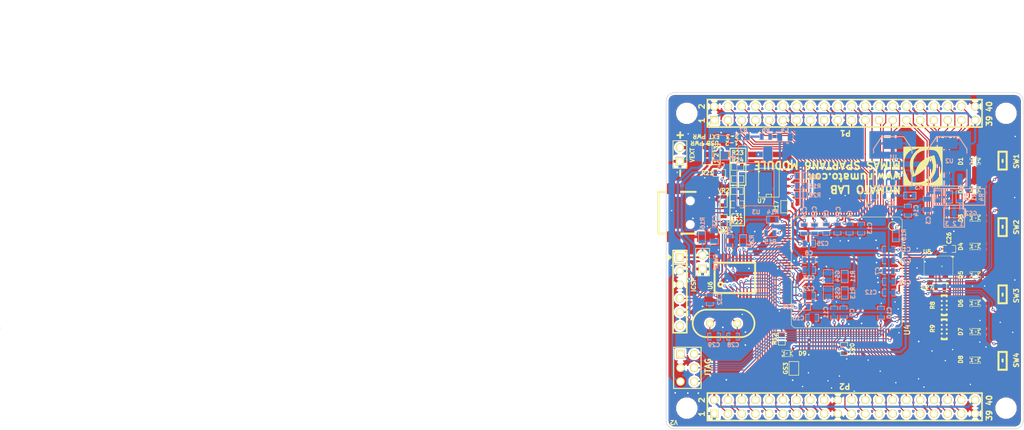
<source format=kicad_pcb>
(kicad_pcb (version 20211014) (generator pcbnew)
  (layers (0 "F.Cu" signal) (31 "B.Cu" signal) (34 "B.Paste" user) (35 "F.Paste" user) (36 "B.SilkS" user) (37 "F.SilkS" user) (38 "B.Mask" user) (39 "F.Mask" user) (44 "Edge.Cuts" user))
  (net 0 "")
  (net 1 "/Gpios/GPIO-N1")
  (net 2 "/Gpios/GPIO-N10")
  (net 3 "/Gpios/GPIO-N11")
  (net 4 "/Gpios/GPIO-N12")
  (net 5 "/Gpios/GPIO-N13")
  (net 6 "/Gpios/GPIO-N14")
  (net 7 "/Gpios/GPIO-N15")
  (net 8 "/Gpios/GPIO-N16")
  (net 9 "/Gpios/GPIO-N17")
  (net 10 "/Gpios/GPIO-N18")
  (net 11 "/Gpios/GPIO-N19")
  (net 12 "/Gpios/GPIO-N2")
  (net 13 "/Gpios/GPIO-N22")
  (net 14 "/Gpios/GPIO-N24")
  (net 15 "/Gpios/GPIO-N26")
  (net 16 "/Gpios/GPIO-N27")
  (net 17 "/Gpios/GPIO-N28")
  (net 18 "/Gpios/GPIO-N29")
  (net 19 "/Gpios/GPIO-N3")
  (net 20 "/Gpios/GPIO-N30")
  (net 21 "/Gpios/GPIO-N31")
  (net 22 "/Gpios/GPIO-N32")
  (net 23 "/Gpios/GPIO-N33")
  (net 24 "/Gpios/GPIO-N34")
  (net 25 "/Gpios/GPIO-N35")
  (net 26 "/Gpios/GPIO-N36")
  (net 27 "/Gpios/GPIO-N37")
  (net 28 "/Gpios/GPIO-N38")
  (net 29 "/Gpios/GPIO-N39")
  (net 30 "/Gpios/GPIO-N4")
  (net 31 "/Gpios/GPIO-N5")
  (net 32 "/Gpios/GPIO-N6")
  (net 33 "/Gpios/GPIO-N7")
  (net 34 "/Gpios/GPIO-N8")
  (net 35 "/Gpios/GPIO-N9")
  (net 36 "/Gpios/GPIO-P1")
  (net 37 "/Gpios/GPIO-P10")
  (net 38 "/Gpios/GPIO-P11")
  (net 39 "/Gpios/GPIO-P12")
  (net 40 "/Gpios/GPIO-P13")
  (net 41 "/Gpios/GPIO-P14")
  (net 42 "/Gpios/GPIO-P15")
  (net 43 "/Gpios/GPIO-P16")
  (net 44 "/Gpios/GPIO-P17")
  (net 45 "/Gpios/GPIO-P18")
  (net 46 "/Gpios/GPIO-P19")
  (net 47 "/Gpios/GPIO-P2")
  (net 48 "/Gpios/GPIO-P22")
  (net 49 "/Gpios/GPIO-P24")
  (net 50 "/Gpios/GPIO-P26")
  (net 51 "/Gpios/GPIO-P27")
  (net 52 "/Gpios/GPIO-P28")
  (net 53 "/Gpios/GPIO-P29")
  (net 54 "/Gpios/GPIO-P3")
  (net 55 "/Gpios/GPIO-P30")
  (net 56 "/Gpios/GPIO-P31")
  (net 57 "/Gpios/GPIO-P32")
  (net 58 "/Gpios/GPIO-P33")
  (net 59 "/Gpios/GPIO-P34")
  (net 60 "/Gpios/GPIO-P35")
  (net 61 "/Gpios/GPIO-P36")
  (net 62 "/Gpios/GPIO-P37")
  (net 63 "/Gpios/GPIO-P38")
  (net 64 "/Gpios/GPIO-P39")
  (net 65 "/Gpios/GPIO-P4")
  (net 66 "/Gpios/GPIO-P5")
  (net 67 "/Gpios/GPIO-P6")
  (net 68 "/Gpios/GPIO-P7")
  (net 69 "/Gpios/GPIO-P8")
  (net 70 "/Gpios/GPIO-P9")
  (net 71 "/Gpios/LED0")
  (net 72 "/Gpios/LED1")
  (net 73 "/Gpios/LED2")
  (net 74 "/Gpios/LED3")
  (net 75 "/Gpios/LED4")
  (net 76 "/Gpios/LED5")
  (net 77 "/Gpios/LED6")
  (net 78 "/Gpios/LED7")
  (net 79 "/Gpios/SW0")
  (net 80 "/Gpios/SW1")
  (net 81 "/Gpios/SW2")
  (net 82 "/Gpios/SW3")
  (net 83 "/Gpios/VCCIO")
  (net 84 "/PIC18F14K50/CLK")
  (net 85 "/PIC18F14K50/D0")
  (net 86 "/PIC18F14K50/D1")
  (net 87 "/PIC18F14K50/D2")
  (net 88 "/PIC18F14K50/D3")
  (net 89 "/PIC18F14K50/DM")
  (net 90 "/PIC18F14K50/DP")
  (net 91 "/PIC18F14K50/MCLR")
  (net 92 "/PIC18F14K50/OSC1")
  (net 93 "/PIC18F14K50/OSC2")
  (net 94 "/PIC18F14K50/PROGB")
  (net 95 "/PIC18F14K50/RD")
  (net 96 "/PIC18F14K50/SCK")
  (net 97 "/PIC18F14K50/SCS")
  (net 98 "/PIC18F14K50/SDI")
  (net 99 "/PIC18F14K50/SDO")
  (net 100 "/PIC18F14K50/VCCAUX")
  (net 101 "/PIC18F14K50/VUSB")
  (net 102 "/PIC18F14K50/WR")
  (net 103 "/PowerSupply/VCCIN")
  (net 104 "/PowerSupply/VCCINT")
  (net 105 "/XC6SLX9/DONE")
  (net 106 "/XC6SLX9/GCLK")
  (net 107 "/XC6SLX9/HSWAP")
  (net 108 "/XC6SLX9/INIT_B")
  (net 109 "/XC6SLX9/M0")
  (net 110 "/XC6SLX9/M1")
  (net 111 "/XC6SLX9/SUSPEND")
  (net 112 "/XC6SLX9/TCK")
  (net 113 "/XC6SLX9/TDI")
  (net 114 "/XC6SLX9/TDO")
  (net 115 "/XC6SLX9/TMS")
  (net 116 "GND")
  (net 117 "N-0000014")
  (net 118 "N-0000015")
  (net 119 "N-0000017")
  (net 120 "N-0000018")
  (net 121 "N-0000019")
  (net 122 "N-0000020")
  (net 123 "N-0000021")
  (net 124 "N-0000038")
  (net 125 "N-0000040")
  (net 126 "N-0000041")
  (net 127 "N-0000043")
  (net 128 "N-0000045")
  (net 129 "N-0000046")
  (net 130 "N-0000047")
  (net 131 "N-0000054")
  (net 132 "N-0000055")
  (net 133 "N-0000056")
  (net 134 "N-0000057")
  (net 135 "N-0000058")
  (net 136 "N-0000059")
  (net 137 "N-0000060")
  (net 138 "N-0000061")
  (footprint "USBMICRO" (layer "F.Cu") (at 177.165 100.965)
    (fp_text reference "X1" hide)
    (fp_text value "USBMINI" hide)
  )
  (footprint "Switch_SMD" (layer "F.Cu") (at 234.95 128.27 -90)
    (fp_text reference "SW4")
    (fp_text value "SW_PUSH" hide)
  )
  (footprint "SM0603" (layer "F.Cu") (at 182.57266 93.60154)
    (fp_text reference "R21")
    (fp_text value "10K" hide)
  )
  (footprint "SM0603" (layer "F.Cu") (at 185.8264 96.9264)
    (fp_text reference "R22")
    (fp_text value "10K" hide)
  )
  (footprint "SM0603_Capa" (layer "F.Cu") (at 205.61808 126.19482 -90)
    (fp_text reference "C20")
    (fp_text value ".01MFD" hide)
  )
  (footprint "SM0603_Capa" (layer "F.Cu") (at 225.07956 107.66298)
    (fp_text reference "C26")
    (fp_text value ".01uf" hide)
  )
  (footprint "SM0603" (layer "F.Cu") (at 185.928 92.456 180)
    (fp_text reference "R24")
    (fp_text value "100R" hide)
  )
  (footprint "RES_NET4" (layer "F.Cu") (at 224.155 122.555 90)
    (fp_text reference "R9")
    (fp_text value "RES_NET4" hide)
  )
  (footprint "RES_NET4" (layer "F.Cu") (at 224.155 118.11 90)
    (fp_text reference "R8")
    (fp_text value "RES_NET4" hide)
  )
  (footprint "SM0603" (layer "F.Cu") (at 194.10426 124.32538 -90)
    (fp_text reference "R12")
    (fp_text value "1K" hide)
  )
  (footprint "SM0603" (layer "F.Cu") (at 194.5513 99.85248 90)
    (fp_text reference "R17")
    (fp_text value "100R" hide)
  )
  (footprint "PIN_ARRAY-6X1" (layer "F.Cu") (at 175.26 115.57 90)
    (fp_text reference "P6" hide)
    (fp_text value "CONN_6" hide)
  )
  (footprint "PIN_ARRAY_2X1" (layer "F.Cu") (at 175.26 90.17 90)
    (fp_text reference "P1" hide)
    (fp_text value "CONN_2" hide)
  )
  (footprint "LED-0805" (layer "F.Cu") (at 229.87 122.9868)
    (fp_text reference "D7")
    (fp_text value "LED" hide)
  )
  (footprint "LED-0805" (layer "F.Cu") (at 229.87 117.729)
    (fp_text reference "D6")
    (fp_text value "LED" hide)
  )
  (footprint "LED-0805" (layer "F.Cu") (at 229.87 107.2134)
    (fp_text reference "D4")
    (fp_text value "LED" hide)
  )
  (footprint "LED-0805" (layer "F.Cu") (at 229.87 101.9556)
    (fp_text reference "D3")
    (fp_text value "LED" hide)
  )
  (footprint "LED-0805" (layer "F.Cu") (at 195.13296 127.03302 180)
    (fp_text reference "D9")
    (fp_text value "LED" hide)
  )
  (footprint "GS3" (layer "F.Cu") (at 180.34 90.17 180)
    (fp_text reference "GS1" hide)
    (fp_text value "GS3" hide)
  )
  (footprint "GS2" (layer "F.Cu") (at 196.342 129.794)
    (fp_text reference "GS3")
    (fp_text value "GS2" hide)
  )
  (footprint "FXO-HC536R" (layer "F.Cu") (at 223.0882 111.1504 180)
    (fp_text reference "U5")
    (fp_text value "FXO-HC536R" hide)
  )
  (footprint "TQG144" (layer "F.Cu") (at 206.375 111.76 -90)
    (fp_text reference "U4")
    (fp_text value "XC6SLX9-2TQG144C" hide)
  )
  (footprint "SSOP-20" (layer "F.Cu") (at 185.42 113.03)
    (fp_text reference "U6")
    (fp_text value "PIC18F14K50" hide)
  )
  (footprint "SM0603_Capa" (layer "F.Cu") (at 185.8772 99.4156 180)
    (fp_text reference "C31")
    (fp_text value "0.1ufd" hide)
  )
  (footprint "LED-0805" (layer "F.Cu") (at 229.87 128.27)
    (fp_text reference "D8")
    (fp_text value "LED" hide)
  )
  (footprint "HC-49V" (layer "F.Cu") (at 183.3372 121.4628 180)
    (fp_text reference "X2" hide)
    (fp_text value "CRYSTAL" hide)
  )
  (footprint "PIN_ARRAY_20X2" (layer "F.Cu") (at 205.74 136.906 180)
    (fp_text reference "P3" hide)
    (fp_text value "CONN_20X2" hide)
  )
  (footprint "SM0603" (layer "F.Cu") (at 185.928 94.742 180)
    (fp_text reference "R23")
    (fp_text value "100R" hide)
  )
  (footprint "PIN_ARRAY_20X2" (layer "F.Cu") (at 205.74 82.55 180)
    (fp_text reference "P2" hide)
    (fp_text value "CONN_20X2" hide)
  )
  (footprint "pin_array_3x2" (layer "F.Cu") (at 176.6316 129.6924 -90)
    (fp_text reference "P4" hide)
    (fp_text value "CONN_3X2" hide)
  )
  (footprint "SO8" (layer "F.Cu") (at 191.7192 95.4024 90)
    (fp_text reference "U7")
    (fp_text value "M25P16" hide)
  )
  (footprint "PIN_ARRAY_2X1" (layer "F.Cu") (at 179.451 110.109 90)
    (fp_text reference "P5" hide)
    (fp_text value "CONN_2" hide)
  )
  (footprint "Switch_SMD" (layer "F.Cu") (at 234.95 91.44 90)
    (fp_text reference "SW1")
    (fp_text value "SW_PUSH" hide)
  )
  (footprint "MH-3.2MM" (layer "F.Cu") (at 235.585 137.16)
    (fp_text reference "" hide)
    (fp_text value "P***" hide)
  )
  (footprint "MH-3.2MM" (layer "F.Cu") (at 176.53 137.16)
    (fp_text reference "" hide)
    (fp_text value "P***" hide)
  )
  (footprint "MH-3.2MM" (layer "F.Cu") (at 176.53 82.55)
    (fp_text reference "" hide)
    (fp_text value "P***" hide)
  )
  (footprint "MH-3.2MM" (layer "F.Cu") (at 235.585 82.55)
    (fp_text reference "" hide)
    (fp_text value "P***" hide)
  )
  (footprint "SM0603" (layer "F.Cu") (at 183.3753 98.7933 90)
    (fp_text reference "VR2")
    (fp_text value "VR" hide)
  )
  (footprint "SM0603" (layer "F.Cu") (at 183.34482 102.42042 -90)
    (fp_text reference "VR1")
    (fp_text value "VR" hide)
  )
  (footprint "SM0603_Capa" (layer "F.Cu") (at 223.393 114.7064)
    (fp_text reference "C27")
    (fp_text value "15pf" hide)
  )
  (footprint "Switch_SMD" (layer "F.Cu") (at 234.95 103.505 -90)
    (fp_text reference "SW2")
    (fp_text value "SW_PUSH" hide)
  )
  (footprint "LED-0805" (layer "F.Cu") (at 229.87 91.44)
    (fp_text reference "D1")
    (fp_text value "LED" hide)
  )
  (footprint "Switch_SMD" (layer "F.Cu") (at 234.95 116.205 90)
    (fp_text reference "SW3")
    (fp_text value "SW_PUSH" hide)
  )
  (footprint "LED-0805" (layer "F.Cu") (at 229.87 112.4712)
    (fp_text reference "D5")
    (fp_text value "LED" hide)
  )
  (footprint "LED-0805" (layer "F.Cu") (at 229.87 96.6978)
    (fp_text reference "D2")
    (fp_text value "LED" hide)
  )
  (footprint "LOGO" (layer "F.Cu") (at 220.22308 92.36964)
    (fp_text reference "G***" hide)
    (fp_text value "LOGO" hide)
  )
  (footprint "SM0603_Capa" (layer "B.Cu") (at 208.788 103.886 -90)
    (fp_text reference "C13")
    (fp_text value ".01MFD" hide)
  )
  (footprint "SM0603" (layer "B.Cu") (at 191.9605 104.775)
    (fp_text reference "R15")
    (fp_text value "4.7K" hide)
  )
  (footprint "SM0603" (layer "B.Cu") (at 197.65518 97.66554)
    (fp_text reference "R20")
    (fp_text value "10K" hide)
  )
  (footprint "SM0603_Capa" (layer "B.Cu") (at 185.11012 123.9139 180)
    (fp_text reference "C28")
    (fp_text value "22PF" hide)
  )
  (footprint "SM0603_Capa" (layer "B.Cu") (at 199.7202 120.42648)
    (fp_text reference "C16")
    (fp_text value ".01MFD" hide)
  )
  (footprint "SM0603_Capa" (layer "B.Cu") (at 217.424 100.584 -90)
    (fp_text reference "C14")
    (fp_text value ".01MFD" hide)
  )
  (footprint "SM0603_Capa" (layer "B.Cu") (at 213.9315 113.7285 180)
    (fp_text reference "C18")
    (fp_text value ".01MFD" hide)
  )
  (footprint "SM0603_Capa" (layer "B.Cu") (at 199.1741 111.5949)
    (fp_text reference "C23")
    (fp_text value ".01MFD" hide)
  )
  (footprint "SM0603_Capa" (layer "B.Cu") (at 199.136 106.68)
    (fp_text reference "C25")
    (fp_text value ".01MFD" hide)
  )
  (footprint "SM0603_Capa" (layer "B.Cu") (at 213.868 107.823 180)
    (fp_text reference "C17")
    (fp_text value ".01MFD" hide)
  )
  (footprint "SM0603_Capa" (layer "B.Cu") (at 204.4065 103.886 -90)
    (fp_text reference "C19")
    (fp_text value ".01MFD" hide)
  )
  (footprint "SM0603_Capa" (layer "B.Cu") (at 213.9188 109.7788 180)
    (fp_text reference "C21")
    (fp_text value ".01MFD" hide)
  )
  (footprint "SM0603_Capa" (layer "B.Cu") (at 199.136 116.332)
    (fp_text reference "C22")
    (fp_text value ".01MFD" hide)
  )
  (footprint "SM0603" (layer "B.Cu") (at 215.19388 105.19156 90)
    (fp_text reference "R10")
    (fp_text value "4.7K" hide)
  )
  (footprint "SM0603_Capa" (layer "B.Cu") (at 203.81214 119.46382 90)
    (fp_text reference "C11")
    (fp_text value ".01MFD" hide)
  )
  (footprint "SM0603" (layer "B.Cu") (at 213.868 97.79)
    (fp_text reference "R2")
    (fp_text value "220" hide)
  )
  (footprint "SM0603" (layer "B.Cu") (at 225.044 98.044 -90)
    (fp_text reference "R1")
    (fp_text value "220" hide)
  )
  (footprint "SM0603_Capa" (layer "B.Cu") (at 213.92896 115.74272 180)
    (fp_text reference "C12")
    (fp_text value ".01MFD" hide)
  )
  (footprint "SM0603" (layer "B.Cu") (at 205.74 115.824 -90)
    (fp_text reference "R13")
    (fp_text value "10K" hide)
  )
  (footprint "SM0603" (layer "B.Cu") (at 192.405 102.235)
    (fp_text reference "R14")
    (fp_text value "4.7K" hide)
  )
  (footprint "SM0603" (layer "B.Cu") (at 223.0501 98.03892 -90)
    (fp_text reference "R4")
    (fp_text value "220" hide)
  )
  (footprint "SM0603_Capa" (layer "B.Cu") (at 206.629 103.886 -90)
    (fp_text reference "C6")
    (fp_text value ".01MFD" hide)
  )
  (footprint "SM0603" (layer "B.Cu") (at 217.805 97.79)
    (fp_text reference "R3")
    (fp_text value "10" hide)
  )
  (footprint "GS3" (layer "B.Cu") (at 225.9838 101.0158 90)
    (fp_text reference "GS2")
    (fp_text value "GS3" hide)
  )
  (footprint "SOT223" (layer "B.Cu") (at 224.79 91.44 180)
    (fp_text reference "U2")
    (fp_text value "LM317_SOT223" hide)
  )
  (footprint "SM0603_Capa" (layer "B.Cu") (at 205.5114 119.4308 90)
    (fp_text reference "C9")
    (fp_text value ".01MFD" hide)
  )
  (footprint "SM0603_Capa" (layer "B.Cu") (at 199.136 109.728)
    (fp_text reference "C8")
    (fp_text value ".01MFD" hide)
  )
  (footprint "SM0603_Capa" (layer "B.Cu") (at 202.3364 103.9368 -90)
    (fp_text reference "C5")
    (fp_text value ".01MFD" hide)
  )
  (footprint "SM0603_Capa" (layer "B.Cu") (at 212.45068 119.48922 90)
    (fp_text reference "C10")
    (fp_text value ".01MFD" hide)
  )
  (footprint "SM0603_Capa" (layer "B.Cu") (at 181.56682 123.9139)
    (fp_text reference "C29")
    (fp_text value "22PF" hide)
  )
  (footprint "SM0603_Capa" (layer "B.Cu") (at 184.404 106.172 90)
    (fp_text reference "C30")
    (fp_text value ".01MFD" hide)
  )
  (footprint "SM0603_Capa" (layer "B.Cu") (at 180.79974 116.98732 90)
    (fp_text reference "C32")
    (fp_text value ".01MFD" hide)
  )
  (footprint "SM0603" (layer "B.Cu") (at 198.30034 118.38178 180)
    (fp_text reference "R25")
    (fp_text value "10K" hide)
  )
  (footprint "SOT223" (layer "B.Cu") (at 214.63 91.44 180)
    (fp_text reference "U1")
    (fp_text value "LM317_SOT223" hide)
  )
  (footprint "SM0603" (layer "B.Cu") (at 205.74 112.776 -90)
    (fp_text reference "R11")
    (fp_text value "10K" hide)
  )
  (footprint "SM0603" (layer "B.Cu") (at 186.944 106.172 -90)
    (fp_text reference "R26")
    (fp_text value "10K" hide)
  )
  (footprint "GS2" (layer "B.Cu") (at 202.692 115.824)
    (fp_text reference "GS5")
    (fp_text value "GS2" hide)
  )
  (footprint "SM0603" (layer "B.Cu") (at 191.1731 86.868 180)
    (fp_text reference "R6")
    (fp_text value "220" hide)
  )
  (footprint "SM0603" (layer "B.Cu") (at 226.9744 98.0186 -90)
    (fp_text reference "R5")
    (fp_text value "330" hide)
  )
  (footprint "SM0603_Capa" (layer "B.Cu") (at 213.868 111.76 180)
    (fp_text reference "C7")
    (fp_text value ".01MFD" hide)
  )
  (footprint "SM0805" (layer "B.Cu") (at 221.0054 99.4156 -90)
    (fp_text reference "C3")
    (fp_text value "10MFD" hide)
  )
  (footprint "SM0805" (layer "B.Cu") (at 210.185 97.79 180)
    (fp_text reference "C2")
    (fp_text value "10MFD" hide)
  )
  (footprint "SM1210" (layer "B.Cu") (at 182.88 88.9 90)
    (fp_text reference "C1")
    (fp_text value "47MFD" hide)
  )
  (footprint "SM0603" (layer "B.Cu") (at 187.0456 86.9442 180)
    (fp_text reference "R7")
    (fp_text value "330" hide)
  )
  (footprint "DPAK2" (layer "B.Cu") (at 189.23 90.17)
    (fp_text reference "U3")
    (fp_text value "LM317_SOT223" hide)
  )
  (footprint "SM0603_Capa" (layer "B.Cu") (at 200.152 104.013 -90)
    (fp_text reference "C15")
    (fp_text value ".01MFD" hide)
  )
  (footprint "SM0603_Capa" (layer "B.Cu") (at 198.247 104.013 -90)
    (fp_text reference "C24")
    (fp_text value ".01MFD" hide)
  )
  (footprint "GS2" (layer "B.Cu") (at 202.692 112.776)
    (fp_text reference "GS4")
    (fp_text value "GS2" hide)
  )
  (footprint "SM0805" (layer "B.Cu") (at 194.691 86.9442)
    (fp_text reference "C4")
    (fp_text value "10MFD" hide)
  )
  (footprint "SM0603" (layer "B.Cu") (at 197.66026 95.97644 180)
    (fp_text reference "R18")
    (fp_text value "100R" hide)
  )
  (footprint "SM0603" (layer "B.Cu") (at 197.64248 94.10954 180)
    (fp_text reference "R19")
    (fp_text value "10K" hide)
  )
  (footprint "SM0603" (layer "B.Cu") (at 179.324 105.537 -90)
    (fp_text reference "R16")
    (fp_text value "10K" hide)
  )
  (footprint "SM0805" (layer "B.Cu") (at 181.61 105.283 90)
    (fp_text reference "C33")
    (fp_text value "0.1ufd" hide)
  )
  (gr_line (start 222.25 99.568) (end 222.25 98.044) (layer "B.SilkS") (width 0.2))
  (gr_line (start 231.648 96.52) (end 231.648 99.568) (layer "B.SilkS") (width 0.2))
  (gr_line (start 222.25 96.52) (end 231.648 96.52) (layer "B.SilkS") (width 0.2))
  (gr_line (start 222.25 98.298) (end 222.25 96.52) (layer "B.SilkS") (width 0.2))
  (gr_line (start 224.0915 101.9175) (end 224.0915 103.632) (layer "B.SilkS") (width 0.2))
  (gr_line (start 227.9015 103.632) (end 227.9015 101.9175) (layer "B.SilkS") (width 0.2))
  (gr_line (start 224.0915 103.632) (end 227.9015 103.632) (layer "B.SilkS") (width 0.2))
  (gr_line (start 231.648 99.568) (end 222.25 99.568) (layer "B.SilkS") (width 0.2))
  (gr_line (start 187.452 95.885) (end 187.452 89.027) (layer "F.SilkS") (width 0.2))
  (gr_line (start 182.6895 88.265) (end 181.229 88.265) (layer "F.SilkS") (width 0.2))
  (gr_line (start 182.6895 92.075) (end 182.6895 88.265) (layer "F.SilkS") (width 0.2))
  (gr_line (start 187.198 103.378) (end 184.531 103.378) (layer "F.SilkS") (width 0.2))
  (gr_line (start 184.531 95.885) (end 184.531 89.027) (layer "F.SilkS") (width 0.2))
  (gr_line (start 184.531 89.027) (end 187.452 89.027) (layer "F.SilkS") (width 0.2))
  (gr_line (start 184.531 103.378) (end 184.531 101.981) (layer "F.SilkS") (width 0.2))
  (gr_line (start 184.531 102.108) (end 184.531 95.885) (layer "F.SilkS") (width 0.2))
  (gr_line (start 187.198 95.885) (end 187.198 103.378) (layer "F.SilkS") (width 0.2))
  (gr_line (start 181.229 92.075) (end 182.6895 92.075) (layer "F.SilkS") (width 0.2))
  (gr_line (start 184.531 95.885) (end 187.198 95.885) (layer "F.SilkS") (width 0.2))
  (gr_line (start 187.198 95.885) (end 187.452 95.885) (layer "F.SilkS") (width 0.2))
  (gr_arc (start 238.76635 139.45235) (mid 238.319981 140.529981) (end 237.24235 140.97635) (layer "Edge.Cuts") (width 0.1))
  (gr_arc (start 172.71238 80.25892) (mid 173.158749 79.181289) (end 174.23638 78.73492) (layer "Edge.Cuts") (width 0.1))
  (gr_arc (start 174.23892 140.97508) (mid 173.161289 140.528711) (end 172.71492 139.45108) (layer "Edge.Cuts") (width 0.1))
  (gr_line (start 237.23854 140.97508) (end 174.2186 140.97508) (layer "Edge.Cuts") (width 0.1))
  (gr_line (start 237.21822 78.73746) (end 174.1424 78.73746) (layer "Edge.Cuts") (width 0.1))
  (gr_line (start 172.71238 80.26146) (end 172.71238 139.49172) (layer "Edge.Cuts") (width 0.1))
  (gr_line (start 238.76 80.27416) (end 238.76 139.48156) (layer "Edge.Cuts") (width 0.1))
  (gr_line (start 174.2186 140.97508) (end 174.2186 140.97254) (layer "Edge.Cuts") (width 0.1))
  (gr_arc (start 237.236 78.73746) (mid 238.313631 79.183829) (end 238.76 80.26146) (layer "Edge.Cuts") (width 0.1))
  (gr_text "3" (at 224.663 102.997) (layer "B.SilkS") (effects (font (size 0.762 0.762) (thickness 0.1905)) (justify mirror)))
  (gr_text "FWUP" (at 181.90718 110.18266 90) (layer "B.SilkS") (effects (font (size 0.762 0.762) (thickness 0.1905)) (justify mirror)))
  (gr_text "2" (at 226.06 102.997) (layer "B.SilkS") (effects (font (size 0.762 0.762) (thickness 0.1905)) (justify mirror)))
  (gr_text "+" (at 185.00598 90.5256) (layer "B.SilkS") (effects (font (size 1.27 1.27) (thickness 0.3)) (justify mirror)))
  (gr_text "1" (at 227.33 102.997) (layer "B.SilkS") (effects (font (size 0.762 0.762) (thickness 0.1905)) (justify mirror)))
  (gr_text "-     +" (at 175.2092 90.1192 90) (layer "F.SilkS") (effects (font (size 1.397 1.397) (thickness 0.34925))))
  (gr_text "3" (at 181.991 88.9 90) (layer "F.SilkS") (effects (font (size 0.762 0.762) (thickness 0.1905))))
  (gr_text "2" (at 181.991 90.297 90) (layer "F.SilkS") (effects (font (size 0.762 0.762) (thickness 0.1905))))
  (gr_text "39" (at 232.4862 83.9724 90) (layer "F.SilkS") (effects (font (size 1.016 1.016) (thickness 0.254))))
  (gr_text "2" (at 179.31384 81.27238 90) (layer "F.SilkS") (effects (font (size 1.016 1.016) (thickness 0.254))))
  (gr_text "P1" (at 205.86192 86.22284 180) (layer "F.SilkS") (effects (font (size 1.016 1.016) (thickness 0.254))))
  (gr_text "40" (at 232.4862 135.7122 90) (layer "F.SilkS") (effects (font (size 1.016 1.016) (thickness 0.254))))
  (gr_text "ICSP" (at 177.8 114.3 90) (layer "F.SilkS") (effects (font (size 0.762 0.762) (thickness 0.1905))))
  (gr_text " 1-2  USB PWR\n2-3  EXT PWR" (at 181.90718 87.44204 180) (layer "F.SilkS") (effects (font (size 0.762 0.762) (thickness 0.1905))))
  (gr_text "VEXT" (at 177.546 90.297 90) (layer "F.SilkS") (effects (font (size 0.762 0.762) (thickness 0.1905))))
  (gr_text "1" (at 179.31384 83.86826 90) (layer "F.SilkS") (effects (font (size 1.016 1.016) (thickness 0.254))))
  (gr_text "1" (at 179.31384 138.21156 90) (layer "F.SilkS") (effects (font (size 1.016 1.016) (thickness 0.254))))
  (gr_text "JTAG\n" (at 180.44668 129.67462 90) (layer "F.SilkS") (effects (font (size 1.016 1.016) (thickness 0.254))))
  (gr_text "2" (at 179.31384 135.6614 90) (layer "F.SilkS") (effects (font (size 1.016 1.016) (thickness 0.254))))
  (gr_text "40" (at 232.4862 81.3054 90) (layer "F.SilkS") (effects (font (size 1.016 1.016) (thickness 0.254))))
  (gr_text "P2" (at 205.74 133.096 180) (layer "F.SilkS") (effects (font (size 1.016 1.016) (thickness 0.254))))
  (gr_text "1" (at 181.991 91.44 90) (layer "F.SilkS") (effects (font (size 0.762 0.762) (thickness 0.15875))))
  (gr_text "NUMATO LAB\nwww.numato.com\nMIMAS SPARTAN6 MODULE" (at 216.31148 94.38132 180) (layer "F.SilkS") (effects (font (size 1.397 1.397) (thickness 0.3175)) (justify left)))
  (gr_text "V2" (at 174.13732 139.78636 180) (layer "F.SilkS") (effects (font (size 0.762 0.762) (thickness 0.1905))))
  (gr_text "39" (at 232.4862 138.52144 90) (layer "F.SilkS") (effects (font (size 1.016 1.016) (thickness 0.254))))
  (target plus (at 49.4792 122.3264) (size 0.005) (width 0.1) (layer "Edge.Cuts"))
  (segment (start 181.66842 111.15802) (end 181.66842 110.67796) (width 0.254) (layer "B.Cu") (net 0))
  (segment (start 227.33 81.3054) (end 228.6 82.5754) (width 0.2032) (layer "F.Cu") (net 1))
  (segment (start 228.6 82.5754) (end 228.6 82.7532) (width 0.2032) (layer "F.Cu") (net 1))
  (segment (start 219.9574 109.76) (end 224.58934 105.12806) (width 0.2032) (layer "F.Cu") (net 1))
  (segment (start 224.73412 104.98328) (end 224.58934 105.12806) (width 0.2032) (layer "F.Cu") (net 1))
  (segment (start 224.58934 105.12806) (end 224.7265 104.9909) (width 0.2032) (layer "F.Cu") (net 1))
  (segment (start 228.6 84.74202) (end 224.73666 88.60536) (width 0.2032) (layer "F.Cu") (net 1))
  (segment (start 224.73666 88.60536) (end 224.73666 90.82278) (width 0.2032) (layer "F.Cu") (net 1))
  (segment (start 224.73666 90.82278) (end 224.73412 90.82278) (width 0.2032) (layer "F.Cu") (net 1))
  (segment (start 224.73412 90.82278) (end 224.73412 104.98328) (width 0.2032) (layer "F.Cu") (net 1))
  (segment (start 228.6 82.7532) (end 228.6 84.74202) (width 0.2032) (layer "F.Cu") (net 1))
  (segment (start 217.375 109.76) (end 219.9574 109.76) (width 0.2032) (layer "F.Cu") (net 1))
  (segment (start 227.33 81.28) (end 227.33 81.3054) (width 0.2032) (layer "F.Cu") (net 1))
  (segment (start 204.47 81.3054) (end 205.9178 82.7532) (width 0.2032) (layer "F.Cu") (net 2))
  (segment (start 205.9178 82.7532) (end 205.9178 89.41308) (width 0.2032) (layer "F.Cu") (net 2))
  (segment (start 209.87766 98.1075) (end 209.875 98.1075) (width 0.2032) (layer "F.Cu") (net 2))
  (segment (start 209.87766 96.5962) (end 209.87766 98.1075) (width 0.2032) (layer "F.Cu") (net 2))
  (segment (start 209.87766 93.84354) (end 205.9178 89.88368) (width 0.2032) (layer "F.Cu") (net 2))
  (segment (start 205.9178 89.88368) (end 205.9178 89.41308) (width 0.2032) (layer "F.Cu") (net 2))
  (segment (start 204.47 81.28) (end 204.47 81.3054) (width 0.2032) (layer "F.Cu") (net 2))
  (segment (start 209.875 101.01) (end 209.875 98.1075) (width 0.2032) (layer "F.Cu") (net 2))
  (segment (start 209.87766 96.5962) (end 209.87766 93.84354) (width 0.2032) (layer "F.Cu") (net 2))
  (segment (start 201.93 81.48828) (end 203.1365 82.69478) (width 0.2032) (layer "F.Cu") (net 3))
  (segment (start 203.1365 82.69478) (end 203.1365 87.91448) (width 0.2032) (layer "F.Cu") (net 3))
  (segment (start 203.1365 88.25186) (end 203.1365 87.91448) (width 0.2032) (layer "F.Cu") (net 3))
  (segment (start 208.375 98.99358) (end 207.711046 98.329626) (width 0.2032) (layer "F.Cu") (net 3))
  (segment (start 207.711046 98.329626) (end 207.711046 92.826406) (width 0.2032) (layer "F.Cu") (net 3))
  (segment (start 207.711046 92.826406) (end 207.06229 92.17765) (width 0.2032) (layer "F.Cu") (net 3))
  (segment (start 207.06229 92.17765) (end 203.1365 88.25186) (width 0.2032) (layer "F.Cu") (net 3))
  (segment (start 201.93 81.28) (end 201.93 81.48828) (width 0.2032) (layer "F.Cu") (net 3))
  (segment (start 201.93 81.28) (end 201.9554 81.28) (width 0.2032) (layer "F.Cu") (net 3))
  (segment (start 208.375 100.76) (end 208.375 98.99358) (width 0.2032) (layer "F.Cu") (net 3))
  (segment (start 200.7616 82.6516) (end 199.39 81.28) (width 0.2032) (layer "F.Cu") (net 4))
  (segment (start 200.7616 83.3374) (end 200.7616 82.6516) (width 0.2032) (layer "F.Cu") (net 4))
  (segment (start 200.7616 87.02644) (end 200.7616 86.57082) (width 0.2032) (layer "F.Cu") (net 4))
  (segment (start 207.375 99.14306) (end 206.898242 98.666302) (width 0.2032) (layer "F.Cu") (net 4))
  (segment (start 206.898242 98.666302) (end 206.898242 93.163082) (width 0.2032) (layer "F.Cu") (net 4))
  (segment (start 206.898242 93.163082) (end 206.35039 92.61523) (width 0.2032) (layer "F.Cu") (net 4))
  (segment (start 206.35039 92.61523) (end 200.7616 87.02644) (width 0.2032) (layer "F.Cu") (net 4))
  (segment (start 200.7616 83.3374) (end 200.7616 86.57082) (width 0.2032) (layer "F.Cu") (net 4))
  (segment (start 199.39 81.28) (end 199.5424 81.28) (width 0.2032) (layer "F.Cu") (net 4))
  (segment (start 207.375 100.76) (end 207.375 99.14306) (width 0.2032) (layer "F.Cu") (net 4))
  (segment (start 196.85 81.38668) (end 198.14032 82.677) (width 0.2032) (layer "F.Cu") (net 5))
  (segment (start 198.14032 82.677) (end 198.14032 83.2104) (width 0.2032) (layer "F.Cu") (net 5))
  (segment (start 198.14032 85.55464) (end 204.75838 92.1727) (width 0.2032) (layer "F.Cu") (net 5))
  (segment (start 204.875 99.02584) (end 205.02372 98.87712) (width 0.2032) (layer "F.Cu") (net 5))
  (segment (start 205.02372 98.87712) (end 205.02372 92.43804) (width 0.2032) (layer "F.Cu") (net 5))
  (segment (start 205.02372 92.43804) (end 204.77108 92.1854) (width 0.2032) (layer "F.Cu") (net 5))
  (segment (start 204.77108 92.1854) (end 204.75838 92.1727) (width 0.2032) (layer "F.Cu") (net 5))
  (segment (start 204.875 100.76) (end 204.875 99.02584) (width 0.2032) (layer "F.Cu") (net 5))
  (segment (start 198.14032 83.2104) (end 198.14032 85.55464) (width 0.2032) (layer "F.Cu") (net 5))
  (segment (start 196.85 81.28) (end 196.85 81.38668) (width 0.2032) (layer "F.Cu") (net 5))
  (segment (start 194.31 81.407) (end 195.6562 82.7532) (width 0.2032) (layer "F.Cu") (net 6))
  (segment (start 195.6562 82.7532) (end 195.6562 83.49996) (width 0.2032) (layer "F.Cu") (net 6))
  (segment (start 195.6562 84.22) (end 195.6562 83.49996) (width 0.2032) (layer "F.Cu") (net 6))
  (segment (start 203.875 98.85998) (end 204.00264 98.73234) (width 0.2032) (layer "F.Cu") (net 6))
  (segment (start 204.00264 98.73234) (end 204.00264 92.56644) (width 0.2032) (layer "F.Cu") (net 6))
  (segment (start 204.00264 92.56644) (end 203.69342 92.25722) (width 0.2032) (layer "F.Cu") (net 6))
  (segment (start 203.69342 92.25722) (end 195.6562 84.22) (width 0.2032) (layer "F.Cu") (net 6))
  (segment (start 194.31 81.28) (end 194.31 81.407) (width 0.2032) (layer "F.Cu") (net 6))
  (segment (start 203.875 100.76) (end 203.875 98.85998) (width 0.2032) (layer "F.Cu") (net 6))
  (segment (start 193.04 82.55) (end 191.77 81.28) (width 0.2032) (layer "F.Cu") (net 7))
  (segment (start 193.04 83.45932) (end 193.04 82.55) (width 0.2032) (layer "F.Cu") (net 7))
  (segment (start 193.04 84.993476) (end 193.12636 85.079836) (width 0.2032) (layer "F.Cu") (net 7))
  (segment (start 195.72724 85.44052) (end 193.48704 85.44052) (width 0.2032) (layer "F.Cu") (net 7))
  (segment (start 193.48704 85.44052) (end 193.12636 85.07984) (width 0.2032) (layer "F.Cu") (net 7))
  (segment (start 193.12636 85.07984) (end 193.12636 85.079836) (width 0.2032) (layer "F.Cu") (net 7))
  (segment (start 202.375 92.08828) (end 201.59976 91.31304) (width 0.2032) (layer "F.Cu") (net 7))
  (segment (start 201.59976 91.31304) (end 195.72724 85.44052) (width 0.2032) (layer "F.Cu") (net 7))
  (segment (start 193.04 83.45932) (end 193.04 84.993476) (width 0.2032) (layer "F.Cu") (net 7))
  (segment (start 202.375 100.76) (end 202.375 92.08828) (width 0.2032) (layer "F.Cu") (net 7))
  (segment (start 190.4746 82.5246) (end 189.23 81.28) (width 0.2032) (layer "F.Cu") (net 8))
  (segment (start 190.4746 83.5533) (end 190.4746 82.5246) (width 0.2032) (layer "F.Cu") (net 8))
  (segment (start 195.390564 86.253324) (end 191.348364 86.253324) (width 0.2032) (layer "F.Cu") (net 8))
  (segment (start 191.348364 86.253324) (end 190.4746 85.37956) (width 0.2032) (layer "F.Cu") (net 8))
  (segment (start 190.4746 85.37956) (end 190.4746 84.73186) (width 0.2032) (layer "F.Cu") (net 8))
  (segment (start 200.875 91.73776) (end 200.19952 91.06228) (width 0.2032) (layer "F.Cu") (net 8))
  (segment (start 200.19952 91.06228) (end 195.390564 86.253324) (width 0.2032) (layer "F.Cu") (net 8))
  (segment (start 200.875 100.76) (end 200.875 91.73776) (width 0.2032) (layer "F.Cu") (net 8))
  (segment (start 200.875 100.76) (end 200.875 99.39364) (width 0.2032) (layer "F.Cu") (net 8))
  (segment (start 190.4746 83.5533) (end 190.4746 84.73186) (width 0.2032) (layer "F.Cu") (net 8))
  (segment (start 188.0108 82.6008) (end 188.0108 83.75904) (width 0.2032) (layer "F.Cu") (net 9))
  (segment (start 199.375 91.45294) (end 195.793358 87.871298) (width 0.2032) (layer "F.Cu") (net 9))
  (segment (start 195.793358 87.871298) (end 189.245238 87.871298) (width 0.2032) (layer "F.Cu") (net 9))
  (segment (start 189.245238 87.871298) (end 188.01334 86.6394) (width 0.2032) (layer "F.Cu") (net 9))
  (segment (start 188.01334 86.6394) (end 188.01334 84.09178) (width 0.2032) (layer "F.Cu") (net 9))
  (segment (start 188.01334 84.09178) (end 188.0108 84.09178) (width 0.2032) (layer "F.Cu") (net 9))
  (segment (start 188.0108 84.09178) (end 188.0108 83.75904) (width 0.2032) (layer "F.Cu") (net 9))
  (segment (start 199.375 100.76) (end 199.375 91.45294) (width 0.2032) (layer "F.Cu") (net 9))
  (segment (start 199.375 100.76) (end 199.375 99.62364) (width 0.2032) (layer "F.Cu") (net 9))
  (segment (start 186.69 81.28) (end 188.0108 82.6008) (width 0.2032) (layer "F.Cu") (net 9))
  (segment (start 198.375 91.944304) (end 195.178294 88.747598) (width 0.2032) (layer "F.Cu") (net 10))
  (segment (start 195.178294 88.747598) (end 188.727078 88.747598) (width 0.2032) (layer "F.Cu") (net 10))
  (segment (start 188.727078 88.747598) (end 185.32602 85.34654) (width 0.2032) (layer "F.Cu") (net 10))
  (segment (start 185.32602 85.34654) (end 185.32602 82.45602) (width 0.2032) (layer "F.Cu") (net 10))
  (segment (start 185.32602 82.45602) (end 184.15 81.28) (width 0.2032) (layer "F.Cu") (net 10))
  (segment (start 198.375 100.76) (end 198.375 91.944304) (width 0.2032) (layer "F.Cu") (net 10))
  (segment (start 193.1242 112.26) (end 194.975 112.26) (width 0.2032) (layer "F.Cu") (net 11))
  (segment (start 194.16014 138.176) (end 193.00698 137.02284) (width 0.2032) (layer "F.Cu") (net 11))
  (segment (start 193.00698 137.02284) (end 193.00698 134.21106) (width 0.2032) (layer "F.Cu") (net 11))
  (segment (start 193.00698 133.1468) (end 192.641226 132.781046) (width 0.2032) (layer "F.Cu") (net 11))
  (segment (start 192.641226 132.781046) (end 192.641226 112.742974) (width 0.2032) (layer "F.Cu") (net 11))
  (segment (start 192.641226 112.742974) (end 193.1242 112.26) (width 0.2032) (layer "F.Cu") (net 11))
  (segment (start 193.1242 112.26) (end 194.975 112.26) (width 0.2032) (layer "F.Cu") (net 11))
  (segment (start 194.31 138.176) (end 194.16014 138.176) (width 0.2032) (layer "F.Cu") (net 11))
  (segment (start 193.00698 134.21106) (end 193.00698 133.1468) (width 0.2032) (layer "F.Cu") (net 11))
  (segment (start 226.1108 82.6008) (end 226.1108 84.04606) (width 0.2032) (layer "F.Cu") (net 12))
  (segment (start 219.76868 108.76) (end 223.89846 104.63022) (width 0.2032) (layer "F.Cu") (net 12))
  (segment (start 223.89846 104.63022) (end 223.89846 87.44966) (width 0.2032) (layer "F.Cu") (net 12))
  (segment (start 223.89846 87.44966) (end 226.1108 85.23732) (width 0.2032) (layer "F.Cu") (net 12))
  (segment (start 226.1108 85.23732) (end 226.1108 84.04606) (width 0.2032) (layer "F.Cu") (net 12))
  (segment (start 224.79 81.28) (end 226.1108 82.6008) (width 0.2032) (layer "F.Cu") (net 12))
  (segment (start 217.375 108.76) (end 219.76868 108.76) (width 0.2032) (layer "F.Cu") (net 12))
  (segment (start 191.828422 129.124138) (end 190.4492 130.50336) (width 0.2032) (layer "F.Cu") (net 13))
  (segment (start 190.4492 130.50336) (end 190.4492 136.8552) (width 0.2032) (layer "F.Cu") (net 13))
  (segment (start 190.4492 136.8552) (end 191.77 138.176) (width 0.2032) (layer "F.Cu") (net 13))
  (segment (start 193.12414 109.76) (end 191.828422 111.055718) (width 0.2032) (layer "F.Cu") (net 13))
  (segment (start 191.828422 111.055718) (end 191.828422 111.88954) (width 0.2032) (layer "F.Cu") (net 13))
  (segment (start 191.828422 111.88954) (end 191.828422 129.124138) (width 0.2032) (layer "F.Cu") (net 13))
  (segment (start 194.975 109.76) (end 193.12414 109.76) (width 0.2032) (layer "F.Cu") (net 13))
  (segment (start 190.98514 110.69828) (end 190.98514 128.74708) (width 0.2032) (layer "F.Cu") (net 14))
  (segment (start 190.98514 128.74708) (end 188.0108 131.72142) (width 0.2032) (layer "F.Cu") (net 14))
  (segment (start 188.0108 131.72142) (end 188.0108 136.9568) (width 0.2032) (layer "F.Cu") (net 14))
  (segment (start 188.0108 136.9568) (end 189.23 138.176) (width 0.2032) (layer "F.Cu") (net 14))
  (segment (start 191.12265 110.56077) (end 191.10452 110.5789) (width 0.2032) (layer "F.Cu") (net 14))
  (segment (start 194.00774 108.26) (end 193.42526 108.26) (width 0.2032) (layer "F.Cu") (net 14))
  (segment (start 193.42342 108.26) (end 191.10452 110.5789) (width 0.2032) (layer "F.Cu") (net 14))
  (segment (start 191.10452 110.5789) (end 190.98514 110.69828) (width 0.2032) (layer "F.Cu") (net 14))
  (segment (start 194.975 108.26) (end 194.00774 108.26) (width 0.2032) (layer "F.Cu") (net 14))
  (segment (start 194.00774 108.26) (end 193.42342 108.26) (width 0.2032) (layer "F.Cu") (net 14))
  (segment (start 196.83222 138.176) (end 195.70446 137.04824) (width 0.2032) (layer "F.Cu") (net 15))
  (segment (start 195.70446 137.04824) (end 195.70446 133.88594) (width 0.2032) (layer "F.Cu") (net 15))
  (segment (start 195.70446 133.88594) (end 197.875 131.7154) (width 0.2032) (layer "F.Cu") (net 15))
  (segment (start 197.875 131.7154) (end 197.875 123.16) (width 0.2032) (layer "F.Cu") (net 15))
  (segment (start 196.85 138.176) (end 196.83222 138.176) (width 0.2032) (layer "F.Cu") (net 15))
  (segment (start 199.39 138.01344) (end 198.1581 136.78154) (width 0.2032) (layer "F.Cu") (net 16))
  (segment (start 198.1581 136.78154) (end 198.1581 133.75894) (width 0.2032) (layer "F.Cu") (net 16))
  (segment (start 199.875 132.04204) (end 198.1581 133.75894) (width 0.2032) (layer "F.Cu") (net 16))
  (segment (start 199.39 138.176) (end 199.39 138.01344) (width 0.2032) (layer "F.Cu") (net 16))
  (segment (start 199.875 123.16) (end 199.875 132.04204) (width 0.2032) (layer "F.Cu") (net 16))
  (segment (start 201.93 137.96772) (end 200.7235 136.76122) (width 0.2032) (layer "F.Cu") (net 17))
  (segment (start 200.7235 136.76122) (end 200.7235 132.61086) (width 0.2032) (layer "F.Cu") (net 17))
  (segment (start 200.7235 132.61086) (end 200.8759 132.45846) (width 0.2032) (layer "F.Cu") (net 17))
  (segment (start 200.8759 132.45846) (end 200.8759 127.73152) (width 0.2032) (layer "F.Cu") (net 17))
  (segment (start 200.8759 127.73152) (end 200.875 127.73152) (width 0.2032) (layer "F.Cu") (net 17))
  (segment (start 201.93 138.176) (end 201.93 137.96772) (width 0.2032) (layer "F.Cu") (net 17))
  (segment (start 200.875 122.51) (end 200.875 127.73152) (width 0.2032) (layer "F.Cu") (net 17))
  (segment (start 201.87412 130.0607) (end 201.87412 128.70942) (width 0.2032) (layer "F.Cu") (net 18))
  (segment (start 201.87412 128.70942) (end 201.875 128.70942) (width 0.2032) (layer "F.Cu") (net 18))
  (segment (start 201.875 128.70942) (end 201.875 122.51) (width 0.2032) (layer "F.Cu") (net 18))
  (segment (start 206.84236 138.176) (end 205.78572 137.11936) (width 0.2032) (layer "F.Cu") (net 18))
  (segment (start 205.78572 137.11936) (end 205.78572 133.96722) (width 0.2032) (layer "F.Cu") (net 18))
  (segment (start 205.78572 133.96722) (end 204.6351 132.8166) (width 0.2032) (layer "F.Cu") (net 18))
  (segment (start 204.6351 132.8166) (end 204.6351 132.82168) (width 0.2032) (layer "F.Cu") (net 18))
  (segment (start 204.6351 132.82168) (end 201.87412 130.0607) (width 0.2032) (layer "F.Cu") (net 18))
  (segment (start 207.01 138.176) (end 206.84236 138.176) (width 0.2032) (layer "F.Cu") (net 18))
  (segment (start 220.5952 106.76) (end 223.06788 104.28732) (width 0.2032) (layer "F.Cu") (net 19))
  (segment (start 223.06788 104.28732) (end 223.06788 85.55482) (width 0.2032) (layer "F.Cu") (net 19))
  (segment (start 223.06788 85.55482) (end 223.51492 85.10778) (width 0.2032) (layer "F.Cu") (net 19))
  (segment (start 223.51492 85.10778) (end 223.51492 82.54492) (width 0.2032) (layer "F.Cu") (net 19))
  (segment (start 223.51492 82.54492) (end 222.25 81.28) (width 0.2032) (layer "F.Cu") (net 19))
  (segment (start 217.375 106.76) (end 220.5952 106.76) (width 0.2032) (layer "F.Cu") (net 19))
  (segment (start 209.55 138.1506) (end 208.26984 136.87044) (width 0.2032) (layer "F.Cu") (net 20))
  (segment (start 208.26984 136.87044) (end 208.26984 134.29742) (width 0.2032) (layer "F.Cu") (net 20))
  (segment (start 202.875 126.76632) (end 202.875 122.51) (width 0.2032) (layer "F.Cu") (net 20))
  (segment (start 202.875 128.32346) (end 208.26984 133.7183) (width 0.2032) (layer "F.Cu") (net 20))
  (segment (start 208.26984 133.7183) (end 208.26984 134.29742) (width 0.2032) (layer "F.Cu") (net 20))
  (segment (start 202.875 126.76632) (end 202.875 128.32346) (width 0.2032) (layer "F.Cu") (net 20))
  (segment (start 209.55 138.176) (end 209.55 138.1506) (width 0.2032) (layer "F.Cu") (net 20))
  (segment (start 211.94522 138.176) (end 210.85048 137.08126) (width 0.2032) (layer "F.Cu") (net 21))
  (segment (start 210.85048 137.08126) (end 210.85048 135.23214) (width 0.2032) (layer "F.Cu") (net 21))
  (segment (start 204.375 128.13436) (end 210.85048 134.60984) (width 0.2032) (layer "F.Cu") (net 21))
  (segment (start 210.85048 134.60984) (end 210.85048 135.23214) (width 0.2032) (layer "F.Cu") (net 21))
  (segment (start 204.06106 127.82042) (end 204.375 128.13436) (width 0.2032) (layer "F.Cu") (net 21))
  (segment (start 204.375 124.1613) (end 203.781402 124.754898) (width 0.2032) (layer "F.Cu") (net 21))
  (segment (start 203.781402 124.754898) (end 203.781402 127.540762) (width 0.2032) (layer "F.Cu") (net 21))
  (segment (start 203.781402 127.540762) (end 204.06106 127.82042) (width 0.2032) (layer "F.Cu") (net 21))
  (segment (start 211.94522 138.176) (end 212.09 138.176) (width 0.2032) (layer "F.Cu") (net 21))
  (segment (start 204.375 123.16) (end 204.375 124.1613) (width 0.2032) (layer "F.Cu") (net 21))
  (segment (start 206.875 123.5884) (end 206.875 122.51) (width 0.2032) (layer "F.Cu") (net 22))
  (segment (start 214.41664 138.176) (end 213.39556 137.15492) (width 0.2032) (layer "F.Cu") (net 22))
  (segment (start 213.39556 137.15492) (end 213.39556 135.7249) (width 0.2032) (layer "F.Cu") (net 22))
  (segment (start 206.875 128.37376) (end 213.39556 134.89432) (width 0.2032) (layer "F.Cu") (net 22))
  (segment (start 213.39556 134.89432) (end 213.39556 135.7249) (width 0.2032) (layer "F.Cu") (net 22))
  (segment (start 214.63 138.176) (end 214.41664 138.176) (width 0.2032) (layer "F.Cu") (net 22))
  (segment (start 206.875 123.16) (end 206.875 128.37376) (width 0.2032) (layer "F.Cu") (net 22))
  (segment (start 207.875 123.5978) (end 207.875 122.51) (width 0.2032) (layer "F.Cu") (net 23))
  (segment (start 215.9254 136.9314) (end 217.17 138.176) (width 0.2032) (layer "F.Cu") (net 23))
  (segment (start 207.875 128.058038) (end 213.784182 133.96722) (width 0.2032) (layer "F.Cu") (net 23))
  (segment (start 213.784182 133.96722) (end 214.7697 133.96722) (width 0.2032) (layer "F.Cu") (net 23))
  (segment (start 214.7697 133.96722) (end 215.9254 135.12292) (width 0.2032) (layer "F.Cu") (net 23))
  (segment (start 215.9254 135.12292) (end 215.9254 135.42772) (width 0.2032) (layer "F.Cu") (net 23))
  (segment (start 215.9254 135.42772) (end 215.9254 136.9314) (width 0.2032) (layer "F.Cu") (net 23))
  (segment (start 207.875 123.16) (end 207.875 128.058038) (width 0.2032) (layer "F.Cu") (net 23))
  (segment (start 219.69476 138.176) (end 218.44 136.92124) (width 0.2032) (layer "F.Cu") (net 24))
  (segment (start 218.44 136.92124) (end 218.44 132.285746) (width 0.2032) (layer "F.Cu") (net 24))
  (segment (start 218.44 132.285746) (end 217.644974 131.49072) (width 0.2032) (layer "F.Cu") (net 24))
  (segment (start 217.644974 131.49072) (end 214.5778 131.49072) (width 0.2032) (layer "F.Cu") (net 24))
  (segment (start 214.5778 131.49072) (end 209.375 126.28792) (width 0.2032) (layer "F.Cu") (net 24))
  (segment (start 209.375 126.28792) (end 209.375 125.88266) (width 0.2032) (layer "F.Cu") (net 24))
  (segment (start 209.375 123.16) (end 209.375 125.88266) (width 0.2032) (layer "F.Cu") (net 24))
  (segment (start 219.71 138.176) (end 219.69476 138.176) (width 0.2032) (layer "F.Cu") (net 24))
  (segment (start 222.25 137.95502) (end 221.04858 136.7536) (width 0.2032) (layer "F.Cu") (net 25))
  (segment (start 221.04858 136.7536) (end 221.04858 136.31418) (width 0.2032) (layer "F.Cu") (net 25))
  (segment (start 221.04858 132.288282) (end 219.40012 130.639822) (width 0.2032) (layer "F.Cu") (net 25))
  (segment (start 219.40012 130.639822) (end 214.876382 130.639822) (width 0.2032) (layer "F.Cu") (net 25))
  (segment (start 214.876382 130.639822) (end 214.73541 130.49885) (width 0.2032) (layer "F.Cu") (net 25))
  (segment (start 210.375 126.13844) (end 210.375 125.90068) (width 0.2032) (layer "F.Cu") (net 25))
  (segment (start 210.375 125.90068) (end 210.375 123.16) (width 0.2032) (layer "F.Cu") (net 25))
  (segment (start 214.73541 130.49885) (end 210.375 126.13844) (width 0.2032) (layer "F.Cu") (net 25))
  (segment (start 222.25 138.176) (end 222.25 137.95502) (width 0.2032) (layer "F.Cu") (net 25))
  (segment (start 221.04858 136.31418) (end 221.04858 132.288282) (width 0.2032) (layer "F.Cu") (net 25))
  (segment (start 224.79 138.04138) (end 223.51238 136.76376) (width 0.2032) (layer "F.Cu") (net 26))
  (segment (start 223.51238 136.76376) (end 223.51238 135.49122) (width 0.2032) (layer "F.Cu") (net 26))
  (segment (start 223.51238 133.581144) (end 219.75572 129.824484) (width 0.2032) (layer "F.Cu") (net 26))
  (segment (start 219.75572 129.824484) (end 215.226904 129.824484) (width 0.2032) (layer "F.Cu") (net 26))
  (segment (start 215.226904 129.824484) (end 211.375 125.97258) (width 0.2032) (layer "F.Cu") (net 26))
  (segment (start 211.375 125.97258) (end 211.375 123.16) (width 0.2032) (layer "F.Cu") (net 26))
  (segment (start 224.79 138.176) (end 224.79 138.04138) (width 0.2032) (layer "F.Cu") (net 26))
  (segment (start 223.51238 135.49122) (end 223.51238 133.581144) (width 0.2032) (layer "F.Cu") (net 26))
  (segment (start 227.33 138.00836) (end 226.06254 136.7409) (width 0.2032) (layer "F.Cu") (net 27))
  (segment (start 226.06254 136.7409) (end 226.06254 134.91972) (width 0.2032) (layer "F.Cu") (net 27))
  (segment (start 226.06254 134.91972) (end 220.1545 129.01168) (width 0.2032) (layer "F.Cu") (net 27))
  (segment (start 220.1545 129.01168) (end 215.56726 129.01168) (width 0.2032) (layer "F.Cu") (net 27))
  (segment (start 215.56726 129.01168) (end 212.875 126.31942) (width 0.2032) (layer "F.Cu") (net 27))
  (segment (start 212.875 126.31942) (end 212.875 123.16) (width 0.2032) (layer "F.Cu") (net 27))
  (segment (start 227.33 138.176) (end 227.33 138.00836) (width 0.2032) (layer "F.Cu") (net 27))
  (segment (start 184.1246 138.176) (end 182.8419 136.8933) (width 0.2032) (layer "F.Cu") (net 28))
  (segment (start 182.8419 136.8933) (end 182.8419 134.57682) (width 0.2032) (layer "F.Cu") (net 28))
  (segment (start 182.8419 134.57682) (end 189.29096 128.12776) (width 0.2032) (layer "F.Cu") (net 28))
  (segment (start 189.29096 128.12776) (end 189.29096 110.03788) (width 0.2032) (layer "F.Cu") (net 28))
  (segment (start 189.29096 110.03788) (end 189.60084 109.728) (width 0.2032) (layer "F.Cu") (net 28))
  (segment (start 193.06884 106.26) (end 189.54496 109.78388) (width 0.2032) (layer "F.Cu") (net 28))
  (segment (start 193.65468 106.26) (end 193.06884 106.26) (width 0.2032) (layer "F.Cu") (net 28))
  (segment (start 194.975 106.26) (end 193.65468 106.26) (width 0.2032) (layer "F.Cu") (net 28))
  (segment (start 184.15 138.176) (end 184.1246 138.176) (width 0.2032) (layer "F.Cu") (net 28))
  (segment (start 186.69 138.049) (end 185.44794 136.80694) (width 0.2032) (layer "F.Cu") (net 29))
  (segment (start 185.44794 136.80694) (end 185.44794 133.1348) (width 0.2032) (layer "F.Cu") (net 29))
  (segment (start 185.44794 133.1348) (end 190.103764 128.478976) (width 0.2032) (layer "F.Cu") (net 29))
  (segment (start 190.103764 128.478976) (end 190.103764 110.393476) (width 0.2032) (layer "F.Cu") (net 29))
  (segment (start 190.103764 110.393476) (end 190.423802 110.073438) (width 0.2032) (layer "F.Cu") (net 29))
  (segment (start 193.99758 107.26) (end 194.975 107.26) (width 0.2032) (layer "F.Cu") (net 29))
  (segment (start 193.23724 107.26) (end 190.373 110.12424) (width 0.2032) (layer "F.Cu") (net 29))
  (segment (start 193.99758 107.26) (end 193.23724 107.26) (width 0.2032) (layer "F.Cu") (net 29))
  (segment (start 186.69 138.176) (end 186.69 138.049) (width 0.2032) (layer "F.Cu") (net 29))
  (segment (start 219.7862 81.28) (end 220.9546 82.4484) (width 0.2032) (layer "F.Cu") (net 30))
  (segment (start 220.9546 82.4484) (end 220.9546 84.61756) (width 0.2032) (layer "F.Cu") (net 30))
  (segment (start 220.9546 84.61756) (end 221.1324 84.79536) (width 0.2032) (layer "F.Cu") (net 30))
  (segment (start 221.1324 84.79536) (end 221.1324 84.8106) (width 0.2032) (layer "F.Cu") (net 30))
  (segment (start 221.1324 84.8106) (end 221.1324 84.79536) (width 0.2032) (layer "F.Cu") (net 30))
  (segment (start 220.40648 105.76) (end 222.24492 103.92156) (width 0.2032) (layer "F.Cu") (net 30))
  (segment (start 222.24492 103.92156) (end 222.24492 85.90788) (width 0.2032) (layer "F.Cu") (net 30))
  (segment (start 222.24492 85.90788) (end 221.1324 84.79536) (width 0.2032) (layer "F.Cu") (net 30))
  (segment (start 219.71 81.28) (end 219.7862 81.28) (width 0.2032) (layer "F.Cu") (net 30))
  (segment (start 217.375 105.76) (end 220.40648 105.76) (width 0.2032) (layer "F.Cu") (net 30))
  (segment (start 218.6686 84.582) (end 218.86418 84.77758) (width 0.2032) (layer "F.Cu") (net 31))
  (segment (start 217.17 81.5086) (end 218.44 82.7786) (width 0.2032) (layer "F.Cu") (net 31))
  (segment (start 218.44 82.7786) (end 218.44 84.3534) (width 0.2032) (layer "F.Cu") (net 31))
  (segment (start 218.44 84.3534) (end 218.6686 84.582) (width 0.2032) (layer "F.Cu") (net 31))
  (segment (start 220.166958 104.76) (end 221.40256 103.524398) (width 0.2032) (layer "F.Cu") (net 31))
  (segment (start 221.40256 103.524398) (end 221.40256 88.36914) (width 0.2032) (layer "F.Cu") (net 31))
  (segment (start 219.8236 85.09) (end 219.1766 85.09) (width 0.2032) (layer "F.Cu") (net 31))
  (segment (start 219.1766 85.09) (end 218.86418 84.77758) (width 0.2032) (layer "F.Cu") (net 31))
  (segment (start 218.86418 84.77758) (end 219.1766 85.09) (width 0.2032) (layer "F.Cu") (net 31))
  (segment (start 217.17 81.5086) (end 218.45778 82.79638) (width 0.2032) (layer "F.Cu") (net 31))
  (segment (start 218.45778 82.79638) (end 218.45778 84.53304) (width 0.2032) (layer "F.Cu") (net 31))
  (segment (start 218.45778 84.53304) (end 221.399672 87.474932) (width 0.2032) (layer "F.Cu") (net 31))
  (segment (start 221.399672 87.474932) (end 221.399672 88.36914) (width 0.2032) (layer "F.Cu") (net 31))
  (segment (start 221.399672 88.36914) (end 221.40256 88.36914) (width 0.2032) (layer "F.Cu") (net 31))
  (segment (start 217.375 104.76) (end 220.166958 104.76) (width 0.2032) (layer "F.Cu") (net 31))
  (segment (start 217.17 81.28) (end 217.17 81.5086) (width 0.2032) (layer "F.Cu") (net 31))
  (segment (start 217.17 81.28) (end 217.17 81.5086) (width 0.2032) (layer "F.Cu") (net 31))
  (segment (start 214.70112 81.28) (end 215.88476 82.46364) (width 0.2032) (layer "F.Cu") (net 32))
  (segment (start 215.88476 82.46364) (end 215.88476 84.8106) (width 0.2032) (layer "F.Cu") (net 32))
  (segment (start 215.88476 84.8106) (end 214.875 85.82036) (width 0.2032) (layer "F.Cu") (net 32))
  (segment (start 214.875 85.82036) (end 214.875 100.76) (width 0.2032) (layer "F.Cu") (net 32))
  (segment (start 214.63 81.28) (end 214.70112 81.28) (width 0.2032) (layer "F.Cu") (net 32))
  (segment (start 212.09 81.3816) (end 213.3346 82.6262) (width 0.2032) (layer "F.Cu") (net 33))
  (segment (start 213.3346 82.6262) (end 213.3346 84.2772) (width 0.2032) (layer "F.Cu") (net 33))
  (segment (start 213.3346 84.2772) (end 212.875 84.7368) (width 0.2032) (layer "F.Cu") (net 33))
  (segment (start 212.875 84.7368) (end 212.875 85.0114) (width 0.2032) (layer "F.Cu") (net 33))
  (segment (start 212.875 85.0114) (end 212.8774 85.0138) (width 0.2032) (layer "F.Cu") (net 33))
  (segment (start 212.8774 85.0138) (end 212.875 85.0138) (width 0.2032) (layer "F.Cu") (net 33))
  (segment (start 212.09 81.28) (end 212.09 81.3816) (width 0.2032) (layer "F.Cu") (net 33))
  (segment (start 212.875 101.01) (end 212.875 85.0138) (width 0.2032) (layer "F.Cu") (net 33))
  (segment (start 209.6262 81.28) (end 210.7946 82.4484) (width 0.2032) (layer "F.Cu") (net 34))
  (segment (start 210.7946 82.4484) (end 210.7946 83.10372) (width 0.2032) (layer "F.Cu") (net 34))
  (segment (start 211.875 93.0792) (end 210.7946 91.9988) (width 0.2032) (layer "F.Cu") (net 34))
  (segment (start 210.7946 91.9988) (end 210.7946 91.12504) (width 0.2032) (layer "F.Cu") (net 34))
  (segment (start 210.7946 83.10372) (end 210.7946 91.12504) (width 0.2032) (layer "F.Cu") (net 34))
  (segment (start 209.55 81.28) (end 209.6262 81.28) (width 0.2032) (layer "F.Cu") (net 34))
  (segment (start 211.875 100.76) (end 211.875 93.0792) (width 0.2032) (layer "F.Cu") (net 34))
  (segment (start 207.01 81.42986) (end 208.18602 82.60588) (width 0.2032) (layer "F.Cu") (net 35))
  (segment (start 208.18602 82.60588) (end 208.18602 90.0049) (width 0.2032) (layer "F.Cu") (net 35))
  (segment (start 210.8708 97.20326) (end 210.875 97.20326) (width 0.2032) (layer "F.Cu") (net 35))
  (segment (start 210.875 97.20326) (end 210.875 101.01) (width 0.2032) (layer "F.Cu") (net 35))
  (segment (start 210.8708 95.96628) (end 210.8708 97.20326) (width 0.2032) (layer "F.Cu") (net 35))
  (segment (start 210.8708 93.61424) (end 208.18602 90.92946) (width 0.2032) (layer "F.Cu") (net 35))
  (segment (start 208.18602 90.92946) (end 208.18602 90.0049) (width 0.2032) (layer "F.Cu") (net 35))
  (segment (start 207.01 81.28) (end 207.01 81.42986) (width 0.2032) (layer "F.Cu") (net 35))
  (segment (start 210.8708 95.96628) (end 210.8708 93.61424) (width 0.2032) (layer "F.Cu") (net 35))
  (segment (start 219.88266 109.26) (end 224.32518 104.81748) (width 0.2032) (layer "F.Cu") (net 36))
  (segment (start 224.32518 104.81748) (end 224.32518 89.09558) (width 0.2032) (layer "F.Cu") (net 36))
  (segment (start 227.33 84.60232) (end 227.33 83.82) (width 0.2032) (layer "F.Cu") (net 36))
  (segment (start 227.33 85.43728) (end 224.330258 88.437022) (width 0.2032) (layer "F.Cu") (net 36))
  (segment (start 224.330258 88.437022) (end 224.330258 89.09558) (width 0.2032) (layer "F.Cu") (net 36))
  (segment (start 224.330258 89.09558) (end 224.32518 89.09558) (width 0.2032) (layer "F.Cu") (net 36))
  (segment (start 217.375 109.26) (end 219.88266 109.26) (width 0.2032) (layer "F.Cu") (net 36))
  (segment (start 227.33 83.82) (end 227.33 85.43728) (width 0.2032) (layer "F.Cu") (net 36))
  (segment (start 209.375 93.91562) (end 204.47 89.01062) (width 0.2032) (layer "F.Cu") (net 37))
  (segment (start 204.47 89.01062) (end 204.47 88.1634) (width 0.2032) (layer "F.Cu") (net 37))
  (segment (start 204.47 83.82) (end 204.47 88.1634) (width 0.2032) (layer "F.Cu") (net 37))
  (segment (start 209.375 101.01) (end 209.375 96.65208) (width 0.2032) (layer "F.Cu") (net 37))
  (segment (start 209.375 96.65208) (end 209.375 93.91562) (width 0.2032) (layer "F.Cu") (net 37))
  (segment (start 201.93 87.6201) (end 201.93 87.14232) (width 0.2032) (layer "F.Cu") (net 38))
  (segment (start 207.875 99.06832) (end 207.304644 98.497964) (width 0.2032) (layer "F.Cu") (net 38))
  (segment (start 207.304644 98.497964) (end 207.304644 92.994744) (width 0.2032) (layer "F.Cu") (net 38))
  (segment (start 207.304644 92.994744) (end 206.49171 92.18181) (width 0.2032) (layer "F.Cu") (net 38))
  (segment (start 206.49171 92.18181) (end 201.93 87.6201) (width 0.2032) (layer "F.Cu") (net 38))
  (segment (start 201.93 83.82) (end 201.93 87.14232) (width 0.2032) (layer "F.Cu") (net 38))
  (segment (start 207.875 100.76) (end 207.875 99.06832) (width 0.2032) (layer "F.Cu") (net 38))
  (segment (start 199.39 86.22958) (end 199.39 83.82) (width 0.2032) (layer "F.Cu") (net 39))
  (segment (start 206.875 99.26536) (end 206.49184 98.8822) (width 0.2032) (layer "F.Cu") (net 39))
  (segment (start 206.49184 98.8822) (end 206.49184 93.33142) (width 0.2032) (layer "F.Cu") (net 39))
  (segment (start 206.49184 93.33142) (end 205.40389 92.24347) (width 0.2032) (layer "F.Cu") (net 39))
  (segment (start 205.40389 92.24347) (end 199.39 86.22958) (width 0.2032) (layer "F.Cu") (net 39))
  (segment (start 206.875 100.76) (end 206.875 99.26536) (width 0.2032) (layer "F.Cu") (net 39))
  (segment (start 196.85 84.83906) (end 196.85 83.82) (width 0.2032) (layer "F.Cu") (net 40))
  (segment (start 204.375 98.93148) (end 204.57668 98.7298) (width 0.2032) (layer "F.Cu") (net 40))
  (segment (start 204.57668 98.7298) (end 204.57668 92.56574) (width 0.2032) (layer "F.Cu") (net 40))
  (segment (start 204.57668 92.56574) (end 203.77251 91.76157) (width 0.2032) (layer "F.Cu") (net 40))
  (segment (start 203.77251 91.76157) (end 196.85 84.83906) (width 0.2032) (layer "F.Cu") (net 40))
  (segment (start 204.375 100.76) (end 204.375 98.93148) (width 0.2032) (layer "F.Cu") (net 40))
  (segment (start 194.68146 83.82) (end 194.31 83.82) (width 0.2032) (layer "F.Cu") (net 41))
  (segment (start 203.375 92.51354) (end 203.14824 92.28678) (width 0.2032) (layer "F.Cu") (net 41))
  (segment (start 203.14824 92.28678) (end 202.49419 91.63273) (width 0.2032) (layer "F.Cu") (net 41))
  (segment (start 203.375 98.76562) (end 203.56068 98.57994) (width 0.2032) (layer "F.Cu") (net 41))
  (segment (start 203.56068 98.57994) (end 203.56068 92.69922) (width 0.2032) (layer "F.Cu") (net 41))
  (segment (start 203.56068 92.69922) (end 202.49419 91.63273) (width 0.2032) (layer "F.Cu") (net 41))
  (segment (start 202.49419 91.63273) (end 194.68146 83.82) (width 0.2032) (layer "F.Cu") (net 41))
  (segment (start 203.375 100.76) (end 203.375 98.76562) (width 0.2032) (layer "F.Cu") (net 41))
  (segment (start 195.558902 85.846922) (end 193.273682 85.846922) (width 0.2032) (layer "F.Cu") (net 42))
  (segment (start 193.273682 85.846922) (end 191.77 84.34324) (width 0.2032) (layer "F.Cu") (net 42))
  (segment (start 191.77 84.34324) (end 191.77 83.82) (width 0.2032) (layer "F.Cu") (net 42))
  (segment (start 201.875 92.16302) (end 200.98219 91.27021) (width 0.2032) (layer "F.Cu") (net 42))
  (segment (start 200.98219 91.27021) (end 195.558902 85.846922) (width 0.2032) (layer "F.Cu") (net 42))
  (segment (start 201.875 100.76) (end 201.875 92.16302) (width 0.2032) (layer "F.Cu") (net 42))
  (segment (start 195.222226 86.659726) (end 190.936886 86.659726) (width 0.2032) (layer "F.Cu") (net 43))
  (segment (start 190.936886 86.659726) (end 189.23 84.95284) (width 0.2032) (layer "F.Cu") (net 43))
  (segment (start 189.23 84.95284) (end 189.23 83.82) (width 0.2032) (layer "F.Cu") (net 43))
  (segment (start 200.375 91.8125) (end 198.98632 90.42382) (width 0.2032) (layer "F.Cu") (net 43))
  (segment (start 198.98632 90.42382) (end 195.222226 86.659726) (width 0.2032) (layer "F.Cu") (net 43))
  (segment (start 200.375 100.76) (end 200.375 91.8125) (width 0.2032) (layer "F.Cu") (net 43))
  (segment (start 198.875 91.78606) (end 195.36664 88.2777) (width 0.2032) (layer "F.Cu") (net 44))
  (segment (start 195.36664 88.2777) (end 188.87694 88.2777) (width 0.2032) (layer "F.Cu") (net 44))
  (segment (start 188.87694 88.2777) (end 186.69 86.09076) (width 0.2032) (layer "F.Cu") (net 44))
  (segment (start 186.69 86.09076) (end 186.69 83.82) (width 0.2032) (layer "F.Cu") (net 44))
  (segment (start 198.875 100.76) (end 198.875 99.64358) (width 0.2032) (layer "F.Cu") (net 44))
  (segment (start 198.875 100.76) (end 198.875 91.78606) (width 0.2032) (layer "F.Cu") (net 44))
  (segment (start 184.15 85.00618) (end 188.29782 89.154) (width 0.2032) (layer "F.Cu") (net 45))
  (segment (start 188.29782 89.154) (end 195.009956 89.154) (width 0.2032) (layer "F.Cu") (net 45))
  (segment (start 195.009956 89.154) (end 197.875 92.019044) (width 0.2032) (layer "F.Cu") (net 45))
  (segment (start 197.875 92.019044) (end 197.875 100.76) (width 0.2032) (layer "F.Cu") (net 45))
  (segment (start 184.15 83.82) (end 184.15 85.00618) (width 0.2032) (layer "F.Cu") (net 45))
  (segment (start 193.954018 112.76) (end 193.863688 112.66967) (width 0.2032) (layer "F.Cu") (net 46))
  (segment (start 193.863688 112.66967) (end 193.38036 112.66967) (width 0.2032) (layer "F.Cu") (net 46))
  (segment (start 193.05778 132.58038) (end 193.43116 132.95376) (width 0.2032) (layer "F.Cu") (net 46))
  (segment (start 194.31 133.8326) (end 194.31 135.636) (width 0.2032) (layer "F.Cu") (net 46))
  (segment (start 193.38036 112.66967) (end 193.367318 112.66967) (width 0.2032) (layer "F.Cu") (net 46))
  (segment (start 193.380018 112.66967) (end 193.047628 113.00206) (width 0.2032) (layer "F.Cu") (net 46))
  (segment (start 193.047628 113.00206) (end 193.047628 132.570228) (width 0.2032) (layer "F.Cu") (net 46))
  (segment (start 193.047628 132.570228) (end 193.43116 132.95376) (width 0.2032) (layer "F.Cu") (net 46))
  (segment (start 193.43116 132.95376) (end 194.31 133.8326) (width 0.2032) (layer "F.Cu") (net 46))
  (segment (start 194.975 112.76) (end 193.954018 112.76) (width 0.2032) (layer "F.Cu") (net 46))
  (segment (start 193.38036 112.66967) (end 193.380018 112.66967) (width 0.2032) (layer "F.Cu") (net 46))
  (segment (start 219.684478 108.26) (end 223.48698 104.457498) (width 0.2032) (layer "F.Cu") (net 47))
  (segment (start 223.48698 104.457498) (end 223.48698 86.66734) (width 0.2032) (layer "F.Cu") (net 47))
  (segment (start 223.48698 86.66734) (end 224.79 85.36432) (width 0.2032) (layer "F.Cu") (net 47))
  (segment (start 224.79 85.36432) (end 224.79 83.82) (width 0.2032) (layer "F.Cu") (net 47))
  (segment (start 217.375 108.26) (end 219.684478 108.26) (width 0.2032) (layer "F.Cu") (net 47))
  (segment (start 191.77 129.78892) (end 192.234824 129.324096) (width 0.2032) (layer "F.Cu") (net 48))
  (segment (start 192.234824 129.324096) (end 192.234824 111.224056) (width 0.2032) (layer "F.Cu") (net 48))
  (segment (start 192.234824 111.224056) (end 193.19888 110.26) (width 0.2032) (layer "F.Cu") (net 48))
  (segment (start 193.19888 110.26) (end 194.975 110.26) (width 0.2032) (layer "F.Cu") (net 48))
  (segment (start 191.77 135.636) (end 191.77 129.78892) (width 0.2032) (layer "F.Cu") (net 48))
  (segment (start 191.71666 110.543342) (end 191.52616 110.733842) (width 0.2032) (layer "F.Cu") (net 49))
  (segment (start 191.42202 110.837982) (end 191.42202 128.9558) (width 0.2032) (layer "F.Cu") (net 49))
  (segment (start 191.42202 128.9558) (end 189.23 131.14782) (width 0.2032) (layer "F.Cu") (net 49))
  (segment (start 189.23 131.14782) (end 189.23 135.636) (width 0.2032) (layer "F.Cu") (net 49))
  (segment (start 193.5 108.76) (end 191.52616 110.73384) (width 0.2032) (layer "F.Cu") (net 49))
  (segment (start 191.52616 110.73384) (end 191.52616 110.733842) (width 0.2032) (layer "F.Cu") (net 49))
  (segment (start 191.52616 110.733842) (end 191.42202 110.837982) (width 0.2032) (layer "F.Cu") (net 49))
  (segment (start 194.975 108.76) (end 193.5 108.76) (width 0.2032) (layer "F.Cu") (net 49))
  (segment (start 198.375 131.8885) (end 196.85 133.4135) (width 0.2032) (layer "F.Cu") (net 50))
  (segment (start 196.85 133.4135) (end 196.85 135.636) (width 0.2032) (layer "F.Cu") (net 50))
  (segment (start 198.375 123.16) (end 198.375 131.8885) (width 0.2032) (layer "F.Cu") (net 50))
  (segment (start 200.375 124.49048) (end 200.375 124.6561) (width 0.2032) (layer "F.Cu") (net 51))
  (segment (start 200.375 132.25324) (end 199.39 133.23824) (width 0.2032) (layer "F.Cu") (net 51))
  (segment (start 199.39 133.23824) (end 199.39 135.636) (width 0.2032) (layer "F.Cu") (net 51))
  (segment (start 200.375 123.16) (end 200.375 124.49048) (width 0.2032) (layer "F.Cu") (net 51))
  (segment (start 200.375 124.49048) (end 200.375 132.25324) (width 0.2032) (layer "F.Cu") (net 51))
  (segment (start 201.375 130.65124) (end 201.93 131.20624) (width 0.2032) (layer "F.Cu") (net 52))
  (segment (start 201.93 131.20624) (end 201.93 135.636) (width 0.2032) (layer "F.Cu") (net 52))
  (segment (start 201.375 122.51) (end 201.375 129.51714) (width 0.2032) (layer "F.Cu") (net 52))
  (segment (start 201.375 129.51714) (end 201.375 130.65124) (width 0.2032) (layer "F.Cu") (net 52))
  (segment (start 202.375 128.38176) (end 202.375 128.3462) (width 0.2032) (layer "F.Cu") (net 53))
  (segment (start 202.375 128.3462) (end 202.375 122.51) (width 0.2032) (layer "F.Cu") (net 53))
  (segment (start 202.375 129.89356) (end 207.01 134.52856) (width 0.2032) (layer "F.Cu") (net 53))
  (segment (start 207.01 134.52856) (end 207.01 135.636) (width 0.2032) (layer "F.Cu") (net 53))
  (segment (start 207.01 135.636) (end 207.01 134.6962) (width 0.2032) (layer "F.Cu") (net 53))
  (segment (start 202.375 128.3462) (end 202.375 129.89356) (width 0.2032) (layer "F.Cu") (net 53))
  (segment (start 222.25 85.214462) (end 222.661478 85.62594) (width 0.2032) (layer "F.Cu") (net 54))
  (segment (start 222.661478 85.62594) (end 222.661478 104.118982) (width 0.2032) (layer "F.Cu") (net 54))
  (segment (start 222.661478 104.118982) (end 220.52046 106.26) (width 0.2032) (layer "F.Cu") (net 54))
  (segment (start 220.52046 106.26) (end 217.375 106.26) (width 0.2032) (layer "F.Cu") (net 54))
  (segment (start 222.25 83.82) (end 222.25 85.214462) (width 0.2032) (layer "F.Cu") (net 54))
  (segment (start 203.375 127.98272) (end 209.55 134.15772) (width 0.2032) (layer "F.Cu") (net 55))
  (segment (start 209.55 134.15772) (end 209.55 135.636) (width 0.2032) (layer "F.Cu") (net 55))
  (segment (start 203.375 123.16) (end 203.375 127.98272) (width 0.2032) (layer "F.Cu") (net 55))
  (segment (start 204.875 123.571) (end 204.875 123.722) (width 0.2032) (layer "F.Cu") (net 56))
  (segment (start 204.48051 127.50073) (end 204.48397 127.50419) (width 0.2032) (layer "F.Cu") (net 56))
  (segment (start 212.09 135.11022) (end 212.09 135.636) (width 0.2032) (layer "F.Cu") (net 56))
  (segment (start 204.72019 127.74041) (end 212.09 135.11022) (width 0.2032) (layer "F.Cu") (net 56))
  (segment (start 204.48397 127.50419) (end 204.72019 127.74041) (width 0.2032) (layer "F.Cu") (net 56))
  (segment (start 204.875 124.250324) (end 204.187804 124.93752) (width 0.2032) (layer "F.Cu") (net 56))
  (segment (start 204.187804 124.93752) (end 204.187804 127.208024) (width 0.2032) (layer "F.Cu") (net 56))
  (segment (start 204.187804 127.208024) (end 204.48051 127.50073) (width 0.2032) (layer "F.Cu") (net 56))
  (segment (start 204.875 123.16) (end 204.875 124.250324) (width 0.2032) (layer "F.Cu") (net 56))
  (segment (start 204.875 122.51) (end 204.875 123.571) (width 0.2032) (layer "F.Cu") (net 56))
  (segment (start 207.375 128.24384) (end 213.5378 134.40664) (width 0.2032) (layer "F.Cu") (net 57))
  (segment (start 213.5378 134.40664) (end 214.03818 134.40664) (width 0.2032) (layer "F.Cu") (net 57))
  (segment (start 214.03818 134.40664) (end 214.63 134.99846) (width 0.2032) (layer "F.Cu") (net 57))
  (segment (start 214.63 134.99846) (end 214.63 135.636) (width 0.2032) (layer "F.Cu") (net 57))
  (segment (start 207.375 123.16) (end 207.375 128.24384) (width 0.2032) (layer "F.Cu") (net 57))
  (segment (start 207.375 122.51) (end 207.375 123.564776) (width 0.2032) (layer "F.Cu") (net 57))
  (segment (start 208.375 127.8316) (end 213.82228 133.27888) (width 0.2032) (layer "F.Cu") (net 58))
  (segment (start 213.82228 133.27888) (end 215.70696 133.27888) (width 0.2032) (layer "F.Cu") (net 58))
  (segment (start 215.70696 133.27888) (end 217.17 134.74192) (width 0.2032) (layer "F.Cu") (net 58))
  (segment (start 217.17 134.74192) (end 217.17 135.636) (width 0.2032) (layer "F.Cu") (net 58))
  (segment (start 208.375 123.16) (end 208.375 127.8316) (width 0.2032) (layer "F.Cu") (net 58))
  (segment (start 208.375 122.51) (end 208.375 123.539) (width 0.2032) (layer "F.Cu") (net 58))
  (segment (start 219.71 132.933444) (end 217.82278 131.046224) (width 0.2032) (layer "F.Cu") (net 59))
  (segment (start 217.82278 131.046224) (end 214.708044 131.046224) (width 0.2032) (layer "F.Cu") (net 59))
  (segment (start 214.708044 131.046224) (end 209.87512 126.2133) (width 0.2032) (layer "F.Cu") (net 59))
  (segment (start 209.87512 126.2133) (end 209.87512 125.64618) (width 0.2032) (layer "F.Cu") (net 59))
  (segment (start 209.87512 125.64618) (end 209.875 125.64618) (width 0.2032) (layer "F.Cu") (net 59))
  (segment (start 209.875 125.64618) (end 209.875 123.16) (width 0.2032) (layer "F.Cu") (net 59))
  (segment (start 219.71 135.636) (end 219.71 132.933444) (width 0.2032) (layer "F.Cu") (net 59))
  (segment (start 222.25 132.910586) (end 219.572834 130.23342) (width 0.2032) (layer "F.Cu") (net 60))
  (segment (start 219.572834 130.23342) (end 215.0611 130.23342) (width 0.2032) (layer "F.Cu") (net 60))
  (segment (start 215.0611 130.23342) (end 210.875 126.04732) (width 0.2032) (layer "F.Cu") (net 60))
  (segment (start 210.875 126.04732) (end 210.875 125.6242) (width 0.2032) (layer "F.Cu") (net 60))
  (segment (start 210.875 123.16) (end 210.875 125.6242) (width 0.2032) (layer "F.Cu") (net 60))
  (segment (start 222.25 135.636) (end 222.25 132.910586) (width 0.2032) (layer "F.Cu") (net 60))
  (segment (start 211.875 123.659) (end 211.875 122.51) (width 0.2032) (layer "F.Cu") (net 61))
  (segment (start 224.79 134.279642) (end 219.92844 129.418082) (width 0.2032) (layer "F.Cu") (net 61))
  (segment (start 219.92844 129.418082) (end 215.397082 129.418082) (width 0.2032) (layer "F.Cu") (net 61))
  (segment (start 215.397082 129.418082) (end 211.875 125.896) (width 0.2032) (layer "F.Cu") (net 61))
  (segment (start 211.875 125.896) (end 211.875 123.16) (width 0.2032) (layer "F.Cu") (net 61))
  (segment (start 224.79 135.636) (end 224.79 134.279642) (width 0.2032) (layer "F.Cu") (net 61))
  (segment (start 213.375 126.2022) (end 215.68664 128.51384) (width 0.2032) (layer "F.Cu") (net 62))
  (segment (start 215.68664 128.51384) (end 218.1606 128.51384) (width 0.2032) (layer "F.Cu") (net 62))
  (segment (start 227.33 134.9375) (end 226.65909 134.26659) (width 0.2032) (layer "F.Cu") (net 62))
  (segment (start 226.65909 134.26659) (end 225.98415 134.26659) (width 0.2032) (layer "F.Cu") (net 62))
  (segment (start 225.98415 134.26659) (end 220.23394 128.51638) (width 0.2032) (layer "F.Cu") (net 62))
  (segment (start 220.23394 128.51638) (end 218.1606 128.51638) (width 0.2032) (layer "F.Cu") (net 62))
  (segment (start 218.1606 128.51638) (end 218.1606 128.51384) (width 0.2032) (layer "F.Cu") (net 62))
  (segment (start 213.375 123.16) (end 213.375 126.2022) (width 0.2032) (layer "F.Cu") (net 62))
  (segment (start 227.33 135.636) (end 227.33 134.9375) (width 0.2032) (layer "F.Cu") (net 62))
  (segment (start 189.697362 110.206218) (end 189.697362 128.310638) (width 0.2032) (layer "F.Cu") (net 63))
  (segment (start 189.697362 128.310638) (end 184.15 133.858) (width 0.2032) (layer "F.Cu") (net 63))
  (segment (start 184.15 133.858) (end 184.15 135.636) (width 0.2032) (layer "F.Cu") (net 63))
  (segment (start 193.14358 106.76) (end 189.88821 110.01537) (width 0.2032) (layer "F.Cu") (net 63))
  (segment (start 189.88821 110.01537) (end 189.697362 110.206218) (width 0.2032) (layer "F.Cu") (net 63))
  (segment (start 194.05854 106.76) (end 193.14358 106.76) (width 0.2032) (layer "F.Cu") (net 63))
  (segment (start 194.975 106.76) (end 194.05854 106.76) (width 0.2032) (layer "F.Cu") (net 63))
  (segment (start 186.69 132.46748) (end 190.510166 128.647314) (width 0.2032) (layer "F.Cu") (net 64))
  (segment (start 190.510166 128.647314) (end 190.510166 110.586514) (width 0.2032) (layer "F.Cu") (net 64))
  (segment (start 190.510166 110.586514) (end 190.73622 110.36046) (width 0.2032) (layer "F.Cu") (net 64))
  (segment (start 193.33668 107.76) (end 190.73622 110.36046) (width 0.2032) (layer "F.Cu") (net 64))
  (segment (start 190.73622 110.36046) (end 190.83528 110.2614) (width 0.2032) (layer "F.Cu") (net 64))
  (segment (start 186.69 135.636) (end 186.69 132.46748) (width 0.2032) (layer "F.Cu") (net 64))
  (segment (start 194.975 107.76) (end 193.33668 107.76) (width 0.2032) (layer "F.Cu") (net 64))
  (segment (start 220.261318 105.26) (end 221.82836 103.692958) (width 0.2032) (layer "F.Cu") (net 65))
  (segment (start 221.82836 103.692958) (end 221.82836 86.52002) (width 0.2032) (layer "F.Cu") (net 65))
  (segment (start 221.82836 86.52002) (end 219.71 84.40166) (width 0.2032) (layer "F.Cu") (net 65))
  (segment (start 219.71 84.40166) (end 219.71 83.82) (width 0.2032) (layer "F.Cu") (net 65))
  (segment (start 217.375 105.26) (end 220.261318 105.26) (width 0.2032) (layer "F.Cu") (net 65))
  (segment (start 220.083678 104.26) (end 220.99327 103.350408) (width 0.2032) (layer "F.Cu") (net 66))
  (segment (start 220.99327 103.350408) (end 220.99327 87.64327) (width 0.2032) (layer "F.Cu") (net 66))
  (segment (start 220.99327 87.64327) (end 218.52636 85.17636) (width 0.2032) (layer "F.Cu") (net 66))
  (segment (start 218.52636 85.17636) (end 217.17 83.82) (width 0.2032) (layer "F.Cu") (net 66))
  (segment (start 217.375 104.26) (end 220.083678 104.26) (width 0.2032) (layer "F.Cu") (net 66))
  (segment (start 214.375 84.075) (end 214.63 83.82) (width 0.2032) (layer "F.Cu") (net 67))
  (segment (start 214.375 100.76) (end 214.375 84.075) (width 0.2032) (layer "F.Cu") (net 67))
  (segment (start 212.375 84.105) (end 212.09 83.82) (width 0.2032) (layer "F.Cu") (net 68))
  (segment (start 212.375 101.01) (end 212.375 84.105) (width 0.2032) (layer "F.Cu") (net 68))
  (segment (start 211.37626 96.5962) (end 211.375 96.5962) (width 0.2032) (layer "F.Cu") (net 69))
  (segment (start 211.37626 96.32188) (end 211.37626 96.5962) (width 0.2032) (layer "F.Cu") (net 69))
  (segment (start 211.37626 93.47708) (end 209.54746 91.64828) (width 0.2032) (layer "F.Cu") (net 69))
  (segment (start 209.54746 91.64828) (end 209.54746 90.11412) (width 0.2032) (layer "F.Cu") (net 69))
  (segment (start 209.54746 90.11412) (end 209.55 90.11412) (width 0.2032) (layer "F.Cu") (net 69))
  (segment (start 209.55 83.82) (end 209.55 90.11412) (width 0.2032) (layer "F.Cu") (net 69))
  (segment (start 211.375 101.01) (end 211.375 96.5962) (width 0.2032) (layer "F.Cu") (net 69))
  (segment (start 211.37626 96.32188) (end 211.37626 93.47708) (width 0.2032) (layer "F.Cu") (net 69))
  (segment (start 210.37296 97.4344) (end 210.375 97.4344) (width 0.2032) (layer "F.Cu") (net 70))
  (segment (start 210.375 97.4344) (end 210.375 101.01) (width 0.2032) (layer "F.Cu") (net 70))
  (segment (start 210.37296 96.32442) (end 210.37296 97.4344) (width 0.2032) (layer "F.Cu") (net 70))
  (segment (start 210.37296 93.7641) (end 207.01 90.40114) (width 0.2032) (layer "F.Cu") (net 70))
  (segment (start 207.01 90.40114) (end 207.01 89.40546) (width 0.2032) (layer "F.Cu") (net 70))
  (segment (start 207.01 83.82) (end 207.01 83.947) (width 0.2032) (layer "F.Cu") (net 70))
  (segment (start 207.01 83.82) (end 207.01 89.40546) (width 0.2032) (layer "F.Cu") (net 70))
  (segment (start 210.37296 96.32442) (end 210.37296 93.7641) (width 0.2032) (layer "F.Cu") (net 70))
  (segment (start 219.4174 115.76) (end 220.56852 116.91112) (width 0.2032) (layer "F.Cu") (net 71))
  (segment (start 220.56852 116.91112) (end 223.35744 116.91112) (width 0.2032) (layer "F.Cu") (net 71))
  (segment (start 217.125 115.76) (end 219.4174 115.76) (width 0.2032) (layer "F.Cu") (net 71))
  (segment (start 219.19858 116.26) (end 220.6498 117.71122) (width 0.2032) (layer "F.Cu") (net 72))
  (segment (start 220.6498 117.71122) (end 223.35744 117.71122) (width 0.2032) (layer "F.Cu") (net 72))
  (segment (start 217.375 116.26) (end 219.19858 116.26) (width 0.2032) (layer "F.Cu") (net 72))
  (segment (start 218.13012 116.76) (end 217.125 116.76) (width 0.2032) (layer "F.Cu") (net 73))
  (segment (start 219.11946 116.76) (end 220.86824 118.50878) (width 0.2032) (layer "F.Cu") (net 73))
  (segment (start 220.86824 118.50878) (end 223.35744 118.50878) (width 0.2032) (layer "F.Cu") (net 73))
  (segment (start 218.13012 116.76) (end 219.11946 116.76) (width 0.2032) (layer "F.Cu") (net 73))
  (segment (start 218.9489 117.26) (end 220.99778 119.30888) (width 0.2032) (layer "F.Cu") (net 74))
  (segment (start 220.99778 119.30888) (end 223.35744 119.30888) (width 0.2032) (layer "F.Cu") (net 74))
  (segment (start 217.375 117.26) (end 218.9489 117.26) (width 0.2032) (layer "F.Cu") (net 74))
  (segment (start 218.6996 117.76) (end 222.29572 121.35612) (width 0.2032) (layer "F.Cu") (net 75))
  (segment (start 222.29572 121.35612) (end 223.35744 121.35612) (width 0.2032) (layer "F.Cu") (net 75))
  (segment (start 217.125 117.76) (end 218.6996 117.76) (width 0.2032) (layer "F.Cu") (net 75))
  (segment (start 218.4376 118.26) (end 222.33382 122.15622) (width 0.2032) (layer "F.Cu") (net 76))
  (segment (start 222.33382 122.15622) (end 223.35744 122.15622) (width 0.2032) (layer "F.Cu") (net 76))
  (segment (start 217.125 118.26) (end 218.4376 118.26) (width 0.2032) (layer "F.Cu") (net 76))
  (segment (start 218.5994 119.26) (end 222.29318 122.95378) (width 0.2032) (layer "F.Cu") (net 77))
  (segment (start 222.29318 122.95378) (end 223.35744 122.95378) (width 0.2032) (layer "F.Cu") (net 77))
  (segment (start 217.125 119.26) (end 218.5994 119.26) (width 0.2032) (layer "F.Cu") (net 77))
  (segment (start 218.3628 119.76) (end 222.35668 123.75388) (width 0.2032) (layer "F.Cu") (net 78))
  (segment (start 222.35668 123.75388) (end 223.35744 123.75388) (width 0.2032) (layer "F.Cu") (net 78))
  (segment (start 217.125 119.76) (end 218.3628 119.76) (width 0.2032) (layer "F.Cu") (net 78))
  (segment (start 219.3784 113.26) (end 219.57284 113.06556) (width 0.2032) (layer "F.Cu") (net 79))
  (segment (start 233.44378 94.80804) (end 233.76382 94.488) (width 0.2032) (layer "F.Cu") (net 79))
  (segment (start 233.76382 94.488) (end 234.95 94.488) (width 0.2032) (layer "F.Cu") (net 79))
  (segment (start 217.375 113.26) (end 219.3784 113.26) (width 0.2032) (layer "F.Cu") (net 79))
  (via (at 219.57284 113.06556) (size 0.508) (drill 0.254) (layers "F.Cu" "B.Cu") (net 79))
  (via (at 233.44378 94.80804) (size 0.508) (drill 0.254) (layers "F.Cu" "B.Cu") (net 79))
  (segment (start 219.57284 113.06556) (end 219.60332 113.09604) (width 0.2032) (layer "B.Cu") (net 79))
  (segment (start 219.60332 113.09604) (end 230.28332 113.09604) (width 0.2032) (layer "B.Cu") (net 79))
  (segment (start 230.28332 113.09604) (end 232.493818 110.885542) (width 0.2032) (layer "B.Cu") (net 79))
  (segment (start 232.493818 110.885542) (end 232.493818 95.758002) (width 0.2032) (layer "B.Cu") (net 79))
  (segment (start 232.493818 95.758002) (end 233.44378 94.80804) (width 0.2032) (layer "B.Cu") (net 79))
  (segment (start 220.38462 113.76) (end 220.41612 113.7285) (width 0.2032) (layer "F.Cu") (net 80))
  (segment (start 233.49712 100.584) (end 233.62412 100.457) (width 0.2032) (layer "F.Cu") (net 80))
  (segment (start 233.62412 100.457) (end 234.95 100.457) (width 0.2032) (layer "F.Cu") (net 80))
  (segment (start 217.375 113.76) (end 220.38462 113.76) (width 0.2032) (layer "F.Cu") (net 80))
  (via (at 233.49712 100.584) (size 0.508) (drill 0.254) (layers "F.Cu" "B.Cu") (net 80))
  (via (at 220.41612 113.7285) (size 0.508) (drill 0.254) (layers "F.Cu" "B.Cu") (net 80))
  (segment (start 220.41612 113.7285) (end 220.43898 113.75136) (width 0.2032) (layer "B.Cu") (net 80))
  (segment (start 220.43898 113.75136) (end 230.20274 113.75136) (width 0.2032) (layer "B.Cu") (net 80))
  (segment (start 230.20274 113.75136) (end 232.90022 111.05388) (width 0.2032) (layer "B.Cu") (net 80))
  (segment (start 232.90022 111.05388) (end 232.90022 101.06914) (width 0.2032) (layer "B.Cu") (net 80))
  (segment (start 232.90022 101.06914) (end 233.38536 100.584) (width 0.2032) (layer "B.Cu") (net 80))
  (segment (start 233.38536 100.584) (end 233.49712 100.584) (width 0.2032) (layer "B.Cu") (net 80))
  (segment (start 233.51236 119.253) (end 233.18216 118.9228) (width 0.2032) (layer "F.Cu") (net 81))
  (segment (start 220.3704 114.73434) (end 220.34474 114.76) (width 0.2032) (layer "F.Cu") (net 81))
  (segment (start 220.34474 114.76) (end 217.375 114.76) (width 0.2032) (layer "F.Cu") (net 81))
  (segment (start 234.95 119.253) (end 233.51236 119.253) (width 0.2032) (layer "F.Cu") (net 81))
  (via (at 233.18216 118.9228) (size 0.508) (drill 0.254) (layers "F.Cu" "B.Cu") (net 81))
  (via (at 220.3704 114.73434) (size 0.508) (drill 0.254) (layers "F.Cu" "B.Cu") (net 81))
  (segment (start 233.18216 118.9228) (end 233.06532 118.80596) (width 0.2032) (layer "B.Cu") (net 81))
  (segment (start 233.06532 118.80596) (end 233.06532 117.53088) (width 0.2032) (layer "B.Cu") (net 81))
  (segment (start 233.06532 117.53088) (end 230.90886 115.37442) (width 0.2032) (layer "B.Cu") (net 81))
  (segment (start 230.90886 115.37442) (end 221.01048 115.37442) (width 0.2032) (layer "B.Cu") (net 81))
  (segment (start 221.01048 115.37442) (end 220.3704 114.73434) (width 0.2032) (layer "B.Cu") (net 81))
  (segment (start 219.68448 115.26) (end 220.39326 115.96878) (width 0.2032) (layer "F.Cu") (net 82))
  (segment (start 220.39326 115.96878) (end 221.10192 115.96878) (width 0.2032) (layer "F.Cu") (net 82))
  (segment (start 233.37012 125.24994) (end 233.39806 125.222) (width 0.2032) (layer "F.Cu") (net 82))
  (segment (start 233.39806 125.222) (end 234.95 125.222) (width 0.2032) (layer "F.Cu") (net 82))
  (segment (start 217.375 115.26) (end 219.68448 115.26) (width 0.2032) (layer "F.Cu") (net 82))
  (via (at 233.37012 125.24994) (size 0.508) (drill 0.254) (layers "F.Cu" "B.Cu") (net 82))
  (via (at 221.10192 115.96878) (size 0.508) (drill 0.254) (layers "F.Cu" "B.Cu") (net 82))
  (segment (start 221.10192 115.96878) (end 221.289878 115.780822) (width 0.2032) (layer "B.Cu") (net 82))
  (segment (start 221.289878 115.780822) (end 230.740522 115.780822) (width 0.2032) (layer "B.Cu") (net 82))
  (segment (start 230.740522 115.780822) (end 232.4481 117.4884) (width 0.2032) (layer "B.Cu") (net 82))
  (segment (start 232.4481 117.4884) (end 232.4481 124.45746) (width 0.2032) (layer "B.Cu") (net 82))
  (segment (start 232.4481 124.45746) (end 233.24058 125.24994) (width 0.2032) (layer "B.Cu") (net 82))
  (segment (start 233.24058 125.24994) (end 233.37012 125.24994) (width 0.2032) (layer "B.Cu") (net 82))
  (segment (start 215.7476 112.903) (end 215.8906 112.76) (width 0.2032) (layer "F.Cu") (net 83))
  (segment (start 215.8906 112.76) (end 217.125 112.76) (width 0.3048) (layer "F.Cu") (net 83))
  (segment (start 216.0797 114.26) (end 215.8238 114.5159) (width 0.3048) (layer "F.Cu") (net 83))
  (segment (start 215.8238 114.5159) (end 215.8238 115.6335) (width 0.3048) (layer "F.Cu") (net 83))
  (segment (start 215.8238 115.6335) (end 215.6968 115.7605) (width 0.254) (layer "F.Cu") (net 83))
  (segment (start 207.6831 102.235) (end 206.7433 102.235) (width 0.3048) (layer "F.Cu") (net 83))
  (segment (start 206.7433 102.235) (end 206.375 101.8667) (width 0.3048) (layer "F.Cu") (net 83))
  (segment (start 206.375 101.8667) (end 206.375 101.01) (width 0.3048) (layer "F.Cu") (net 83))
  (segment (start 176.9364 110.98784) (end 176.9745 111.02594) (width 0.4064) (layer "F.Cu") (net 83))
  (segment (start 176.9745 111.02594) (end 176.9745 113.2332) (width 0.4064) (layer "F.Cu") (net 83))
  (segment (start 213.375 99.11866) (end 213.53526 98.9584) (width 0.3048) (layer "F.Cu") (net 83))
  (segment (start 215.60028 107.8738) (end 215.706078 107.768002) (width 0.3048) (layer "F.Cu") (net 83))
  (segment (start 215.706078 107.768002) (end 217.125 107.768002) (width 0.3048) (layer "F.Cu") (net 83))
  (segment (start 217.125 107.768002) (end 217.375 107.76) (width 0.3048) (layer "F.Cu") (net 83))
  (segment (start 199.875 102.09516) (end 200.152 102.37216) (width 0.3048) (layer "F.Cu") (net 83))
  (segment (start 198.95566 121.5771) (end 198.875 121.65776) (width 0.3048) (layer "F.Cu") (net 83))
  (segment (start 198.875 121.65776) (end 198.875 123.16) (width 0.3048) (layer "F.Cu") (net 83))
  (segment (start 203.81214 121.31294) (end 203.875 121.3758) (width 0.3048) (layer "F.Cu") (net 83))
  (segment (start 203.875 121.3758) (end 203.875 123.16) (width 0.3048) (layer "F.Cu") (net 83))
  (segment (start 212.375 121.3937) (end 212.40496 121.36374) (width 0.3048) (layer "F.Cu") (net 83))
  (segment (start 181.61 127.49276) (end 176.99736 122.88012) (width 0.4064) (layer "F.Cu") (net 83))
  (segment (start 176.99736 122.88012) (end 176.99736 120.32742) (width 0.4064) (layer "F.Cu") (net 83))
  (segment (start 217.125 114.26) (end 216.0797 114.26) (width 0.3048) (layer "F.Cu") (net 83))
  (segment (start 199.875 100.76) (end 199.875 102.09516) (width 0.3048) (layer "F.Cu") (net 83))
  (segment (start 212.375 123.16) (end 212.375 121.3937) (width 0.3048) (layer "F.Cu") (net 83))
  (segment (start 181.61 135.636) (end 181.61 127.49276) (width 0.4064) (layer "F.Cu") (net 83))
  (segment (start 213.375 100.76) (end 213.375 99.11866) (width 0.3048) (layer "F.Cu") (net 83))
  (via (at 203.81214 121.31294) (size 0.6096) (drill 0.3048) (layers "F.Cu" "B.Cu") (net 83))
  (via (at 213.53526 98.9584) (size 0.6096) (drill 0.3048) (layers "F.Cu" "B.Cu") (net 83))
  (via (at 215.7476 112.903) (size 0.6096) (drill 0.3048) (layers "F.Cu" "B.Cu") (net 83))
  (via (at 200.152 102.37216) (size 0.508) (drill 0.254) (layers "F.Cu" "B.Cu") (net 83))
  (via (at 207.6831 102.235) (size 0.508) (drill 0.254) (layers "F.Cu" "B.Cu") (net 83))
  (via (at 176.9364 110.98784) (size 0.6096) (drill 0.3048) (layers "F.Cu" "B.Cu") (net 83))
  (via (at 176.9745 113.2332) (size 0.6096) (drill 0.3048) (layers "F.Cu" "B.Cu") (net 83))
  (via (at 198.95566 121.5771) (size 0.6096) (drill 0.3048) (layers "F.Cu" "B.Cu") (net 83))
  (via (at 215.6968 115.7605) (size 0.6096) (drill 0.3048) (layers "F.Cu" "B.Cu") (net 83))
  (via (at 212.40496 121.36374) (size 0.508) (drill 0.254) (layers "F.Cu" "B.Cu") (net 83))
  (via (at 176.99736 120.32742) (size 0.6096) (drill 0.3048) (layers "F.Cu" "B.Cu") (net 83))
  (via (at 215.60028 107.8738) (size 0.508) (drill 0.254) (layers "F.Cu" "B.Cu") (net 83))
  (segment (start 214.9221 113.7285) (end 215.7476 112.903) (width 0.4064) (layer "B.Cu") (net 83))
  (segment (start 215.6968 115.7605) (end 214.757 115.7605) (width 0.4064) (layer "B.Cu") (net 83))
  (segment (start 229.6414 83.82) (end 228.35616 82.53476) (width 0.4064) (layer "B.Cu") (net 83))
  (segment (start 228.35616 82.53476) (end 182.89524 82.53476) (width 0.4064) (layer "B.Cu") (net 83))
  (segment (start 182.89524 82.53476) (end 181.61 83.82) (width 0.4064) (layer "B.Cu") (net 83))
  (segment (start 223.0501 96.75114) (end 223.42348 96.37776) (width 0.4064) (layer "B.Cu") (net 83))
  (segment (start 223.42348 96.37776) (end 224.54362 96.37776) (width 0.4064) (layer "B.Cu") (net 83))
  (segment (start 224.54362 96.37776) (end 224.79 96.13138) (width 0.4064) (layer "B.Cu") (net 83))
  (segment (start 224.79 96.13138) (end 224.79 94.742) (width 0.4064) (layer "B.Cu") (net 83))
  (segment (start 221.0054 97.67062) (end 221.3991 97.27692) (width 0.4064) (layer "B.Cu") (net 83))
  (segment (start 221.3991 97.27692) (end 223.0501 97.27692) (width 0.4064) (layer "B.Cu") (net 83))
  (segment (start 219.79382 98.4631) (end 219.329 98.92792) (width 0.4064) (layer "B.Cu") (net 83))
  (segment (start 219.329 98.92792) (end 217.90152 98.92792) (width 0.4064) (layer "B.Cu") (net 83))
  (segment (start 217.90152 98.92792) (end 217.424 99.40544) (width 0.4064) (layer "B.Cu") (net 83))
  (segment (start 217.424 99.40544) (end 217.424 99.822) (width 0.4064) (layer "B.Cu") (net 83))
  (segment (start 213.8807 101.43998) (end 215.49868 99.822) (width 0.3048) (layer "B.Cu") (net 83))
  (segment (start 215.49868 99.822) (end 217.424 99.822) (width 0.3048) (layer "B.Cu") (net 83))
  (segment (start 176.9745 113.2332) (end 177.0126 113.2713) (width 0.4064) (layer "B.Cu") (net 83))
  (segment (start 177.0126 113.2713) (end 177.0126 119.3673) (width 0.4064) (layer "B.Cu") (net 83))
  (segment (start 213.8807 107.35564) (end 213.8807 105.37444) (width 0.3048) (layer "B.Cu") (net 83))
  (segment (start 213.8807 113.08842) (end 213.8807 113.13668) (width 0.3048) (layer "B.Cu") (net 83))
  (segment (start 213.8807 115.53952) (end 213.8807 115.11534) (width 0.3048) (layer "B.Cu") (net 83))
  (segment (start 213.8807 115.2398) (end 213.8807 117.51564) (width 0.3048) (layer "B.Cu") (net 83))
  (segment (start 214.20074 115.74272) (end 213.88324 115.42522) (width 0.3048) (layer "B.Cu") (net 83))
  (segment (start 213.88324 115.42522) (end 213.88324 115.11534) (width 0.3048) (layer "B.Cu") (net 83))
  (segment (start 213.88324 115.11534) (end 213.8807 115.11534) (width 0.3048) (layer "B.Cu") (net 83))
  (segment (start 213.8807 115.11534) (end 213.8807 115.2398) (width 0.3048) (layer "B.Cu") (net 83))
  (segment (start 213.8807 107.315) (end 213.8807 113.08842) (width 0.3048) (layer "B.Cu") (net 83))
  (segment (start 213.8807 107.38358) (end 213.8807 107.315) (width 0.3048) (layer "B.Cu") (net 83))
  (segment (start 213.8807 107.188) (end 213.8807 107.38358) (width 0.3048) (layer "B.Cu") (net 83))
  (segment (start 213.8807 107.52074) (end 214.18296 107.823) (width 0.3048) (layer "B.Cu") (net 83))
  (segment (start 214.18296 107.823) (end 214.63 107.823) (width 0.4064) (layer "B.Cu") (net 83))
  (segment (start 213.8807 113.3983) (end 214.2109 113.7285) (width 0.3048) (layer "B.Cu") (net 83))
  (segment (start 214.2109 113.7285) (end 214.6935 113.7285) (width 0.4064) (layer "B.Cu") (net 83))
  (segment (start 174.86884 95.22714) (end 174.86884 104.88676) (width 0.4064) (layer "B.Cu") (net 83))
  (segment (start 174.86884 104.88676) (end 176.9364 106.95432) (width 0.4064) (layer "B.Cu") (net 83))
  (segment (start 176.9364 106.95432) (end 176.9364 108.00334) (width 0.4064) (layer "B.Cu") (net 83))
  (segment (start 176.9364 108.00334) (end 176.9364 110.98784) (width 0.4064) (layer "B.Cu") (net 83))
  (segment (start 213.53526 99.33432) (end 214.02294 99.822) (width 0.3048) (layer "B.Cu") (net 83))
  (segment (start 214.02294 99.822) (end 217.424 99.822) (width 0.3048) (layer "B.Cu") (net 83))
  (segment (start 200.152 103.72344) (end 200.35012 103.92156) (width 0.3048) (layer "B.Cu") (net 83))
  (segment (start 200.35012 103.92156) (end 208.38414 103.92156) (width 0.3048) (layer "B.Cu") (net 83))
  (segment (start 208.62544 103.92156) (end 208.788 103.759) (width 0.3048) (layer "B.Cu") (net 83))
  (segment (start 208.788 103.759) (end 208.788 103.124) (width 0.3048) (layer "B.Cu") (net 83))
  (segment (start 208.38414 103.92156) (end 208.62544 103.92156) (width 0.3048) (layer "B.Cu") (net 83))
  (segment (start 213.38032 103.92156) (end 213.8807 103.42118) (width 0.3048) (layer "B.Cu") (net 83))
  (segment (start 213.8807 103.42118) (end 213.8807 103.22306) (width 0.3048) (layer "B.Cu") (net 83))
  (segment (start 213.8807 103.22306) (end 213.8807 101.43998) (width 0.3048) (layer "B.Cu") (net 83))
  (segment (start 208.788 102.98684) (end 208.03616 102.235) (width 0.3048) (layer "B.Cu") (net 83))
  (segment (start 208.03616 102.235) (end 207.6831 102.235) (width 0.3048) (layer "B.Cu") (net 83))
  (segment (start 215.54948 107.823) (end 215.60028 107.8738) (width 0.3048) (layer "B.Cu") (net 83))
  (segment (start 200.152 102.37216) (end 200.152 103.251) (width 0.3048) (layer "B.Cu") (net 83))
  (segment (start 202.73264 119.43334) (end 202.91298 119.43334) (width 0.3048) (layer "B.Cu") (net 83))
  (segment (start 210.7692 119.43334) (end 211.18068 119.43334) (width 0.3048) (layer "B.Cu") (net 83))
  (segment (start 212.45068 119.66956) (end 212.21446 119.43334) (width 0.3048) (layer "B.Cu") (net 83))
  (segment (start 212.21446 119.43334) (end 211.67598 119.43334) (width 0.3048) (layer "B.Cu") (net 83))
  (segment (start 211.67598 119.43334) (end 213.32952 119.43334) (width 0.3048) (layer "B.Cu") (net 83))
  (segment (start 203.81214 119.91594) (end 203.32954 119.43334) (width 0.3048) (layer "B.Cu") (net 83))
  (segment (start 203.32954 119.43334) (end 203.17206 119.43334) (width 0.3048) (layer "B.Cu") (net 83))
  (segment (start 203.17206 119.43334) (end 210.7692 119.43334) (width 0.3048) (layer "B.Cu") (net 83))
  (segment (start 198.97598 121.55678) (end 198.95566 121.5771) (width 0.3048) (layer "B.Cu") (net 83))
  (segment (start 212.40496 121.36374) (end 212.45068 121.31802) (width 0.3048) (layer "B.Cu") (net 83))
  (segment (start 212.45068 121.31802) (end 212.45068 120.25122) (width 0.3048) (layer "B.Cu") (net 83))
  (segment (start 181.61 135.95096) (end 182.55742 136.89838) (width 0.4064) (layer "B.Cu") (net 83))
  (segment (start 182.55742 136.89838) (end 228.60762 136.89838) (width 0.4064) (layer "B.Cu") (net 83))
  (segment (start 228.60762 136.89838) (end 229.87 135.636) (width 0.4064) (layer "B.Cu") (net 83))
  (segment (start 213.8807 118.88216) (end 213.32952 119.43334) (width 0.3048) (layer "B.Cu") (net 83))
  (segment (start 176.99736 120.32742) (end 177.0126 120.31218) (width 0.4064) (layer "B.Cu") (net 83))
  (segment (start 177.0126 120.31218) (end 177.0126 119.3673) (width 0.4064) (layer "B.Cu") (net 83))
  (segment (start 198.9582 119.74068) (end 199.263 119.43588) (width 0.3048) (layer "B.Cu") (net 83))
  (segment (start 199.263 119.43588) (end 202.91298 119.43588) (width 0.3048) (layer "B.Cu") (net 83))
  (segment (start 202.91298 119.43588) (end 202.91298 119.43334) (width 0.3048) (layer "B.Cu") (net 83))
  (segment (start 202.91298 119.43334) (end 203.17206 119.43334) (width 0.3048) (layer "B.Cu") (net 83))
  (segment (start 178.7652 92.6592) (end 177.43932 92.6592) (width 0.4064) (layer "B.Cu") (net 83))
  (segment (start 177.43932 92.6592) (end 176.95164 93.14688) (width 0.4064) (layer "B.Cu") (net 83))
  (segment (start 176.95164 93.14688) (end 176.95164 93.14434) (width 0.4064) (layer "B.Cu") (net 83))
  (segment (start 176.95164 93.14434) (end 174.86884 95.22714) (width 0.4064) (layer "B.Cu") (net 83))
  (segment (start 180.6575 83.82) (end 179.9336 84.5439) (width 0.4064) (layer "B.Cu") (net 83))
  (segment (start 179.9336 84.5439) (end 179.9336 91.4781) (width 0.4064) (layer "B.Cu") (net 83))
  (segment (start 179.9336 91.4781) (end 179.11572 92.29598) (width 0.4064) (layer "B.Cu") (net 83))
  (segment (start 179.11572 92.29598) (end 179.11572 92.30868) (width 0.4064) (layer "B.Cu") (net 83))
  (segment (start 179.11572 92.30868) (end 178.7652 92.6592) (width 0.4064) (layer "B.Cu") (net 83))
  (segment (start 229.87 85.14588) (end 229.87 83.82) (width 0.4064) (layer "B.Cu") (net 83))
  (segment (start 228.79558 88.138) (end 224.79 88.138) (width 0.4064) (layer "B.Cu") (net 83))
  (segment (start 229.5271 88.138) (end 229.87 87.7951) (width 0.4064) (layer "B.Cu") (net 83))
  (segment (start 229.87 87.7951) (end 229.87 86.73084) (width 0.4064) (layer "B.Cu") (net 83))
  (segment (start 181.61 135.636) (end 181.61 135.95096) (width 0.4064) (layer "B.Cu") (net 83))
  (segment (start 213.8807 107.35564) (end 213.8807 107.188) (width 0.3048) (layer "B.Cu") (net 83))
  (segment (start 181.61 83.82) (end 180.6575 83.82) (width 0.4064) (layer "B.Cu") (net 83))
  (segment (start 213.8807 107.188) (end 213.8807 107.52074) (width 0.3048) (layer "B.Cu") (net 83))
  (segment (start 229.87 83.82) (end 229.6414 83.82) (width 0.4064) (layer "B.Cu") (net 83))
  (segment (start 213.8807 117.51564) (end 213.8807 118.88216) (width 0.3048) (layer "B.Cu") (net 83))
  (segment (start 198.9582 120.42648) (end 198.9582 119.74068) (width 0.3048) (layer "B.Cu") (net 83))
  (segment (start 214.63 107.823) (end 215.54948 107.823) (width 0.3048) (layer "B.Cu") (net 83))
  (segment (start 214.6935 113.7285) (end 214.9221 113.7285) (width 0.2032) (layer "B.Cu") (net 83))
  (segment (start 210.7692 119.43334) (end 211.67598 119.43334) (width 0.3048) (layer "B.Cu") (net 83))
  (segment (start 221.0054 98.4631) (end 221.0054 97.67062) (width 0.4064) (layer "B.Cu") (net 83))
  (segment (start 200.152 103.251) (end 200.152 103.72344) (width 0.3048) (layer "B.Cu") (net 83))
  (segment (start 213.8807 105.37444) (end 213.8807 103.22306) (width 0.3048) (layer "B.Cu") (net 83))
  (segment (start 212.45068 120.25122) (end 212.45068 119.66956) (width 0.3048) (layer "B.Cu") (net 83))
  (segment (start 203.81214 120.22582) (end 203.81214 119.91594) (width 0.3048) (layer "B.Cu") (net 83))
  (segment (start 224.79 94.742) (end 224.79 88.138) (width 0.6096) (layer "B.Cu") (net 83))
  (segment (start 221.0054 98.4631) (end 219.79382 98.4631) (width 0.4064) (layer "B.Cu") (net 83))
  (segment (start 213.53526 98.9584) (end 213.53526 99.33432) (width 0.3048) (layer "B.Cu") (net 83))
  (segment (start 223.0501 97.27692) (end 223.0501 96.75114) (width 0.4064) (layer "B.Cu") (net 83))
  (segment (start 214.757 115.7605) (end 214.0331 115.7605) (width 0.254) (layer "B.Cu") (net 83))
  (segment (start 203.81214 120.22582) (end 203.81214 121.31294) (width 0.3048) (layer "B.Cu") (net 83))
  (segment (start 198.97598 120.5992) (end 198.97598 121.55678) (width 0.3048) (layer "B.Cu") (net 83))
  (segment (start 213.8807 113.08842) (end 213.8807 115.2398) (width 0.3048) (layer "B.Cu") (net 83))
  (segment (start 229.87 85.14588) (end 229.87 86.73084) (width 0.4064) (layer "B.Cu") (net 83))
  (segment (start 208.38414 103.92156) (end 213.38032 103.92156) (width 0.3048) (layer "B.Cu") (net 83))
  (segment (start 228.79558 88.138) (end 229.5271 88.138) (width 0.4064) (layer "B.Cu") (net 83))
  (segment (start 208.788 103.124) (end 208.788 102.98684) (width 0.3048) (layer "B.Cu") (net 83))
  (segment (start 213.8807 113.13668) (end 213.8807 113.3983) (width 0.3048) (layer "B.Cu") (net 83))
  (segment (start 214.69096 115.74272) (end 214.20074 115.74272) (width 0.4064) (layer "B.Cu") (net 83))
  (segment (start 185.0898 111.6076) (end 185.09488 111.60252) (width 0.2032) (layer "F.Cu") (net 84))
  (segment (start 185.09488 111.60252) (end 185.09488 109.5629) (width 0.2032) (layer "F.Cu") (net 84))
  (segment (start 193.7498 113.26) (end 193.64706 113.36274) (width 0.2032) (layer "F.Cu") (net 84))
  (segment (start 194.975 113.26) (end 193.7498 113.26) (width 0.2032) (layer "F.Cu") (net 84))
  (via (at 185.0898 111.6076) (size 0.508) (drill 0.254) (layers "F.Cu" "B.Cu") (net 84))
  (via (at 193.64706 113.36274) (size 0.508) (drill 0.254) (layers "F.Cu" "B.Cu") (net 84))
  (segment (start 192.33414 113.36274) (end 191.40958 112.43818) (width 0.2032) (layer "B.Cu") (net 84))
  (segment (start 191.40958 112.43818) (end 185.7502 112.43818) (width 0.2032) (layer "B.Cu") (net 84))
  (segment (start 185.7502 112.43818) (end 185.08726 111.77524) (width 0.2032) (layer "B.Cu") (net 84))
  (segment (start 185.08726 111.77524) (end 185.08726 111.61522) (width 0.2032) (layer "B.Cu") (net 84))
  (segment (start 185.08726 111.61522) (end 185.08726 111.60506) (width 0.2032) (layer "B.Cu") (net 84))
  (segment (start 185.08726 111.60506) (end 185.0898 111.6076) (width 0.2032) (layer "B.Cu") (net 84))
  (segment (start 193.64706 113.36274) (end 192.33414 113.36274) (width 0.2032) (layer "B.Cu") (net 84))
  (segment (start 194.381 115.26) (end 195.625 115.26) (width 0.2032) (layer "F.Cu") (net 85))
  (segment (start 193.7968 115.26) (end 193.675 115.1382) (width 0.2032) (layer "F.Cu") (net 85))
  (segment (start 187.0456 114.0333) (end 187.53328 113.54562) (width 0.2032) (layer "F.Cu") (net 85))
  (segment (start 187.0456 116.4971) (end 187.0456 114.0333) (width 0.2032) (layer "F.Cu") (net 85))
  (segment (start 193.7968 115.26) (end 194.975 115.26) (width 0.2032) (layer "F.Cu") (net 85))
  (via (at 187.53328 113.54562) (size 0.508) (drill 0.254) (layers "F.Cu" "B.Cu") (net 85))
  (via (at 193.675 115.1382) (size 0.508) (drill 0.254) (layers "F.Cu" "B.Cu") (net 85))
  (segment (start 187.53328 113.54562) (end 187.579 113.59134) (width 0.2032) (layer "B.Cu") (net 85))
  (segment (start 191.41326 113.59134) (end 192.96012 115.1382) (width 0.2032) (layer "B.Cu") (net 85))
  (segment (start 192.96012 115.1382) (end 193.73088 115.1382) (width 0.2032) (layer "B.Cu") (net 85))
  (segment (start 193.73088 115.1382) (end 193.73088 115.16614) (width 0.2032) (layer "B.Cu") (net 85))
  (segment (start 193.73088 115.16614) (end 193.675 115.1382) (width 0.2032) (layer "B.Cu") (net 85))
  (segment (start 187.579 113.59134) (end 187.61202 113.59134) (width 0.2032) (layer "B.Cu") (net 85))
  (segment (start 187.61202 113.59134) (end 191.41326 113.59134) (width 0.2032) (layer "B.Cu") (net 85))
  (segment (start 186.39536 113.83772) (end 186.54776 113.68532) (width 0.2032) (layer "F.Cu") (net 86))
  (segment (start 193.68008 115.86464) (end 193.78472 115.76) (width 0.2032) (layer "F.Cu") (net 86))
  (segment (start 193.78472 115.76) (end 194.975 115.76) (width 0.2032) (layer "F.Cu") (net 86))
  (segment (start 186.39536 116.4971) (end 186.39536 113.83772) (width 0.2032) (layer "F.Cu") (net 86))
  (via (at 193.68008 115.86464) (size 0.508) (drill 0.254) (layers "F.Cu" "B.Cu") (net 86))
  (via (at 186.54776 113.68532) (size 0.508) (drill 0.254) (layers "F.Cu" "B.Cu") (net 86))
  (segment (start 186.54776 113.68532) (end 187.04052 114.17808) (width 0.2032) (layer "B.Cu") (net 86))
  (segment (start 187.04052 114.17808) (end 187.39612 114.17808) (width 0.2032) (layer "B.Cu") (net 86))
  (segment (start 191.42526 114.17808) (end 193.10928 115.8621) (width 0.2032) (layer "B.Cu") (net 86))
  (segment (start 193.10928 115.8621) (end 193.69786 115.8621) (width 0.2032) (layer "B.Cu") (net 86))
  (segment (start 193.69786 115.8621) (end 193.69786 115.842415) (width 0.2032) (layer "B.Cu") (net 86))
  (segment (start 193.69786 115.842415) (end 193.68008 115.86464) (width 0.2032) (layer "B.Cu") (net 86))
  (segment (start 188.51626 114.17808) (end 191.42526 114.17808) (width 0.2032) (layer "B.Cu") (net 86))
  (segment (start 187.39612 114.17808) (end 188.51626 114.17808) (width 0.2032) (layer "B.Cu") (net 86))
  (segment (start 185.09488 115.31092) (end 184.52592 114.74196) (width 0.2032) (layer "F.Cu") (net 87))
  (segment (start 184.52592 114.74196) (end 184.52592 114.4524) (width 0.2032) (layer "F.Cu") (net 87))
  (segment (start 184.52592 114.4524) (end 184.5183 114.4524) (width 0.2032) (layer "F.Cu") (net 87))
  (segment (start 196.38278 118.26) (end 196.7103 118.58752) (width 0.2032) (layer "F.Cu") (net 87))
  (segment (start 194.975 118.26) (end 196.38278 118.26) (width 0.2032) (layer "F.Cu") (net 87))
  (segment (start 185.09488 116.4971) (end 185.09488 115.31092) (width 0.2032) (layer "F.Cu") (net 87))
  (via (at 184.5183 114.4524) (size 0.508) (drill 0.254) (layers "F.Cu" "B.Cu") (net 87))
  (via (at 196.7103 118.58752) (size 0.508) (drill 0.254) (layers "F.Cu" "B.Cu") (net 87))
  (segment (start 184.5183 114.4524) (end 184.5183 114.4524) (width 0.2032) (layer "B.Cu") (net 87))
  (segment (start 196.7103 118.58752) (end 196.39026 118.26748) (width 0.2032) (layer "B.Cu") (net 87))
  (segment (start 196.39026 118.26748) (end 193.86804 118.26748) (width 0.2032) (layer "B.Cu") (net 87))
  (segment (start 193.5226 118.26748) (end 191.495682 116.240562) (width 0.2032) (layer "B.Cu") (net 87))
  (segment (start 191.495682 116.240562) (end 186.321702 116.240562) (width 0.2032) (layer "B.Cu") (net 87))
  (segment (start 186.321702 116.240562) (end 184.531 114.44986) (width 0.2032) (layer "B.Cu") (net 87))
  (segment (start 184.531 114.44986) (end 184.531 114.47526) (width 0.2032) (layer "B.Cu") (net 87))
  (segment (start 193.86804 118.26748) (end 193.5226 118.26748) (width 0.2032) (layer "B.Cu") (net 87))
  (segment (start 184.5183 114.4524) (end 184.5183 114.47526) (width 0.2032) (layer "B.Cu") (net 87))
  (segment (start 184.5183 114.47526) (end 184.531 114.47526) (width 0.2032) (layer "B.Cu") (net 87))
  (segment (start 193.8838 117.76) (end 193.675 117.5512) (width 0.2032) (layer "F.Cu") (net 88))
  (segment (start 185.74512 114.81816) (end 185.25236 114.3254) (width 0.2032) (layer "F.Cu") (net 88))
  (segment (start 194.975 117.76) (end 193.8838 117.76) (width 0.2032) (layer "F.Cu") (net 88))
  (segment (start 185.74512 116.4971) (end 185.74512 114.81816) (width 0.2032) (layer "F.Cu") (net 88))
  (via (at 193.675 117.5512) (size 0.508) (drill 0.254) (layers "F.Cu" "B.Cu") (net 88))
  (via (at 185.25236 114.3254) (size 0.508) (drill 0.254) (layers "F.Cu" "B.Cu") (net 88))
  (segment (start 193.675 117.5512) (end 193.69532 117.53088) (width 0.2032) (layer "B.Cu") (net 88))
  (segment (start 185.25236 114.3254) (end 185.27014 114.34318) (width 0.2032) (layer "B.Cu") (net 88))
  (segment (start 193.65976 117.54612) (end 193.65976 117.53088) (width 0.2032) (layer "B.Cu") (net 88))
  (segment (start 193.40322 117.54612) (end 191.69126 115.83416) (width 0.2032) (layer "B.Cu") (net 88))
  (segment (start 191.69126 115.83416) (end 186.79668 115.83416) (width 0.2032) (layer "B.Cu") (net 88))
  (segment (start 186.79668 115.83416) (end 185.27014 114.30762) (width 0.2032) (layer "B.Cu") (net 88))
  (segment (start 185.27014 114.30762) (end 185.27014 114.34318) (width 0.2032) (layer "B.Cu") (net 88))
  (segment (start 193.69532 117.53088) (end 193.65976 117.53088) (width 0.2032) (layer "B.Cu") (net 88))
  (segment (start 193.65976 117.54612) (end 193.40322 117.54612) (width 0.2032) (layer "B.Cu") (net 88))
  (segment (start 183.09082 100.2284) (end 183.3753 99.94392) (width 0.2032) (layer "F.Cu") (net 89))
  (segment (start 183.3753 99.94392) (end 183.3753 99.5553) (width 0.2032) (layer "F.Cu") (net 89))
  (segment (start 182.56758 100.2284) (end 183.09082 100.2284) (width 0.2032) (layer "F.Cu") (net 89))
  (segment (start 183.7944 111.87246) (end 177.44694 118.21992) (width 0.2032) (layer "F.Cu") (net 89))
  (segment (start 183.84012 100.2284) (end 184.10174 100.2284) (width 0.2032) (layer "F.Cu") (net 89))
  (segment (start 183.7944 104.72166) (end 185.18124 103.33482) (width 0.2032) (layer "F.Cu") (net 89))
  (segment (start 185.18124 103.33482) (end 185.18124 101.35108) (width 0.2032) (layer "F.Cu") (net 89))
  (segment (start 185.18124 101.35108) (end 185.18124 101.271978) (width 0.2032) (layer "F.Cu") (net 89))
  (segment (start 185.18124 101.09708) (end 184.31256 100.2284) (width 0.2032) (layer "F.Cu") (net 89))
  (segment (start 184.31256 100.2284) (end 184.10174 100.2284) (width 0.2032) (layer "F.Cu") (net 89))
  (segment (start 176.29886 119.38) (end 177.44694 118.23192) (width 0.2032) (layer "F.Cu") (net 89))
  (segment (start 177.44694 118.23192) (end 177.44694 118.21992) (width 0.2032) (layer "F.Cu") (net 89))
  (segment (start 183.84012 100.2284) (end 182.56758 100.2284) (width 0.2032) (layer "F.Cu") (net 89))
  (segment (start 183.7944 109.5629) (end 183.7944 111.87246) (width 0.2032) (layer "F.Cu") (net 89))
  (segment (start 180.1622 100.2284) (end 182.56758 100.2284) (width 0.2032) (layer "F.Cu") (net 89))
  (segment (start 183.7944 109.5629) (end 183.7944 104.72166) (width 0.2032) (layer "F.Cu") (net 89))
  (segment (start 175.26 119.38) (end 176.29886 119.38) (width 0.2032) (layer "F.Cu") (net 89))
  (segment (start 185.18124 101.35108) (end 185.18124 101.09708) (width 0.2032) (layer "F.Cu") (net 89))
  (segment (start 183.15432 100.965) (end 183.34482 101.1555) (width 0.2032) (layer "F.Cu") (net 90))
  (segment (start 183.34482 101.1555) (end 183.34482 101.65842) (width 0.2032) (layer "F.Cu") (net 90))
  (segment (start 183.14416 104.734022) (end 184.564018 103.314164) (width 0.2032) (layer "F.Cu") (net 90))
  (segment (start 184.564018 103.314164) (end 184.564018 101.229496) (width 0.2032) (layer "F.Cu") (net 90))
  (segment (start 184.564018 101.229496) (end 184.299522 100.965) (width 0.2032) (layer "F.Cu") (net 90))
  (segment (start 184.299522 100.965) (end 182.85714 100.965) (width 0.2032) (layer "F.Cu") (net 90))
  (segment (start 182.85714 100.965) (end 183.15432 100.965) (width 0.2032) (layer "F.Cu") (net 90))
  (segment (start 183.14416 111.94796) (end 183.14416 109.5629) (width 0.2032) (layer "F.Cu") (net 90))
  (segment (start 178.25212 116.84) (end 178.5747 116.51742) (width 0.2032) (layer "F.Cu") (net 90))
  (segment (start 178.5747 116.51742) (end 183.14416 111.94796) (width 0.2032) (layer "F.Cu") (net 90))
  (segment (start 175.26 116.84) (end 178.25212 116.84) (width 0.2032) (layer "F.Cu") (net 90))
  (segment (start 183.14416 109.5629) (end 183.14416 104.734022) (width 0.2032) (layer "F.Cu") (net 90))
  (segment (start 180.1622 100.965) (end 182.85714 100.965) (width 0.2032) (layer "F.Cu") (net 90))
  (segment (start 184.4548 115.35664) (end 183.62676 114.5286) (width 0.2032) (layer "F.Cu") (net 91))
  (segment (start 183.62676 114.5286) (end 183.5658 114.5286) (width 0.2032) (layer "F.Cu") (net 91))
  (segment (start 179.07 109.22) (end 179.451 108.839) (width 0.3048) (layer "F.Cu") (net 91))
  (segment (start 184.4548 116.4971) (end 184.4548 115.35664) (width 0.2032) (layer "F.Cu") (net 91))
  (segment (start 175.26 109.22) (end 179.07 109.22) (width 0.3048) (layer "F.Cu") (net 91))
  (via (at 183.5658 114.5286) (size 0.508) (drill 0.254) (layers "F.Cu" "B.Cu") (net 91))
  (segment (start 183.5658 114.5286) (end 183.61152 114.57432) (width 0.2032) (layer "B.Cu") (net 91))
  (segment (start 183.61152 114.5413) (end 183.61152 114.554) (width 0.2032) (layer "B.Cu") (net 91))
  (segment (start 181.356 108.839) (end 183.007 110.49) (width 0.2032) (layer "B.Cu") (net 91))
  (segment (start 183.007 110.49) (end 183.007 114.046) (width 0.2032) (layer "B.Cu") (net 91))
  (segment (start 183.007 114.046) (end 183.515 114.554) (width 0.2032) (layer "B.Cu") (net 91))
  (segment (start 183.515 114.554) (end 183.61152 114.554) (width 0.2032) (layer "B.Cu") (net 91))
  (segment (start 183.61152 114.554) (end 183.61152 114.57432) (width 0.2032) (layer "B.Cu") (net 91))
  (segment (start 179.451 106.426) (end 179.324 106.299) (width 0.3048) (layer "B.Cu") (net 91))
  (segment (start 181.5465 106.299) (end 181.61 106.2355) (width 0.3048) (layer "B.Cu") (net 91))
  (segment (start 179.451 108.839) (end 181.356 108.839) (width 0.2032) (layer "B.Cu") (net 91))
  (segment (start 175.26 109.22) (end 175.2346 109.22) (width 0.2032) (layer "B.Cu") (net 91))
  (segment (start 179.451 108.839) (end 179.451 106.426) (width 0.3048) (layer "B.Cu") (net 91))
  (segment (start 179.324 106.299) (end 181.5465 106.299) (width 0.3048) (layer "B.Cu") (net 91))
  (segment (start 183.1594 119.43842) (end 181.13502 121.4628) (width 0.2032) (layer "F.Cu") (net 92))
  (segment (start 181.13502 121.4628) (end 180.7972 121.4628) (width 0.2032) (layer "F.Cu") (net 92))
  (segment (start 183.1594 116.4971) (end 183.1594 119.43842) (width 0.2032) (layer "F.Cu") (net 92))
  (segment (start 180.7972 123.90628) (end 180.80482 123.9139) (width 0.2032) (layer "B.Cu") (net 92))
  (segment (start 180.7972 121.4628) (end 180.7972 123.90628) (width 0.2032) (layer "B.Cu") (net 92))
  (segment (start 183.7944 119.51208) (end 185.74512 121.4628) (width 0.2032) (layer "F.Cu") (net 93))
  (segment (start 185.74512 121.4628) (end 185.8772 121.4628) (width 0.2032) (layer "F.Cu") (net 93))
  (segment (start 183.7944 116.4971) (end 183.7944 117.88902) (width 0.2032) (layer "F.Cu") (net 93))
  (segment (start 183.7944 117.88902) (end 183.7944 119.51208) (width 0.2032) (layer "F.Cu") (net 93))
  (segment (start 185.8772 123.90882) (end 185.87212 123.9139) (width 0.2032) (layer "B.Cu") (net 93))
  (segment (start 185.8772 121.4628) (end 185.8772 123.90882) (width 0.2032) (layer "B.Cu") (net 93))
  (segment (start 194.2338 102.616) (end 194.21856 102.63124) (width 0.2032) (layer "F.Cu") (net 94))
  (segment (start 194.975 102.86952) (end 194.72148 102.616) (width 0.2032) (layer "F.Cu") (net 94))
  (segment (start 194.72148 102.616) (end 194.22364 102.616) (width 0.2032) (layer "F.Cu") (net 94))
  (segment (start 194.22364 102.616) (end 194.21856 102.61092) (width 0.2032) (layer "F.Cu") (net 94))
  (segment (start 194.21856 102.61092) (end 194.21856 102.63124) (width 0.2032) (layer "F.Cu") (net 94))
  (segment (start 192.241444 103.26) (end 188.288044 107.2134) (width 0.2032) (layer "F.Cu") (net 94))
  (segment (start 188.288044 107.2134) (end 186.29884 107.2134) (width 0.2032) (layer "F.Cu") (net 94))
  (segment (start 186.09056 107.2134) (end 185.74512 107.55884) (width 0.2032) (layer "F.Cu") (net 94))
  (segment (start 185.74512 107.55884) (end 185.74512 109.5629) (width 0.2032) (layer "F.Cu") (net 94))
  (segment (start 186.29884 107.2134) (end 186.09056 107.2134) (width 0.2032) (layer "F.Cu") (net 94))
  (segment (start 194.975 103.26) (end 192.241444 103.26) (width 0.2032) (layer "F.Cu") (net 94))
  (segment (start 194.975 103.26) (end 194.975 102.86952) (width 0.2032) (layer "F.Cu") (net 94))
  (via (at 194.2338 102.616) (size 0.508) (drill 0.254) (layers "F.Cu" "B.Cu") (net 94))
  (segment (start 193.8528 102.235) (end 194.2338 102.616) (width 0.2032) (layer "B.Cu") (net 94))
  (segment (start 193.167 102.235) (end 193.8528 102.235) (width 0.2032) (layer "B.Cu") (net 94))
  (segment (start 186.3852 107.9246) (end 186.32932 107.86872) (width 0.2032) (layer "F.Cu") (net 95))
  (segment (start 195.92988 114.26) (end 196.28866 113.90122) (width 0.2032) (layer "F.Cu") (net 95))
  (segment (start 196.28866 113.90122) (end 196.28866 112.30102) (width 0.2032) (layer "F.Cu") (net 95))
  (segment (start 194.975 114.26) (end 195.92988 114.26) (width 0.2032) (layer "F.Cu") (net 95))
  (segment (start 186.3852 109.5629) (end 186.3852 107.9246) (width 0.2032) (layer "F.Cu") (net 95))
  (via (at 186.32932 107.86872) (size 0.508) (drill 0.254) (layers "F.Cu" "B.Cu") (net 95))
  (via (at 196.28866 112.30102) (size 0.508) (drill 0.254) (layers "F.Cu" "B.Cu") (net 95))
  (segment (start 196.28866 112.30102) (end 196.2531 112.26546) (width 0.2032) (layer "B.Cu") (net 95))
  (segment (start 189.37478 108.89488) (end 189.23254 108.89488) (width 0.2032) (layer "B.Cu") (net 95))
  (segment (start 186.61888 108.89488) (end 186.32932 108.60532) (width 0.2032) (layer "B.Cu") (net 95))
  (segment (start 186.32932 108.60532) (end 186.32932 107.86872) (width 0.2032) (layer "B.Cu") (net 95))
  (segment (start 196.1515 112.30102) (end 192.933318 109.082838) (width 0.2032) (layer "B.Cu") (net 95))
  (segment (start 192.933318 109.082838) (end 192.928238 109.082838) (width 0.2032) (layer "B.Cu") (net 95))
  (segment (start 189.23254 108.89488) (end 186.61888 108.89488) (width 0.2032) (layer "B.Cu") (net 95))
  (segment (start 192.74028 108.89488) (end 192.928238 109.082838) (width 0.2032) (layer "B.Cu") (net 95))
  (segment (start 196.28866 112.30102) (end 196.1515 112.30102) (width 0.2032) (layer "B.Cu") (net 95))
  (segment (start 189.23254 108.89488) (end 192.74028 108.89488) (width 0.2032) (layer "B.Cu") (net 95))
  (segment (start 189.02934 109.48924) (end 188.95568 109.5629) (width 0.2032) (layer "F.Cu") (net 96))
  (segment (start 188.95568 109.5629) (end 188.34608 109.5629) (width 0.2032) (layer "F.Cu") (net 96))
  (segment (start 184.04078 94.742) (end 183.64708 95.1357) (width 0.2032) (layer "F.Cu") (net 96))
  (segment (start 196.4172 119.76) (end 196.50456 119.84736) (width 0.2032) (layer "F.Cu") (net 96))
  (segment (start 194.975 119.76) (end 196.4172 119.76) (width 0.2032) (layer "F.Cu") (net 96))
  (segment (start 185.166 94.742) (end 184.04078 94.742) (width 0.2032) (layer "F.Cu") (net 96))
  (via (at 183.64708 95.1357) (size 0.508) (drill 0.254) (layers "F.Cu" "B.Cu") (net 96))
  (via (at 196.50456 119.84736) (size 0.508) (drill 0.254) (layers "F.Cu" "B.Cu") (net 96))
  (via (at 189.02934 109.48924) (size 0.508) (drill 0.254) (layers "F.Cu" "B.Cu") (net 96))
  (segment (start 183.51246 108.02112) (end 183.51246 103.8987) (width 0.2032) (layer "B.Cu") (net 96))
  (segment (start 184.98058 109.48924) (end 183.71312 108.22178) (width 0.2032) (layer "B.Cu") (net 96))
  (segment (start 183.71312 108.22178) (end 183.51246 108.02112) (width 0.2032) (layer "B.Cu") (net 96))
  (segment (start 183.64708 97.59766) (end 182.68188 98.56286) (width 0.2032) (layer "B.Cu") (net 96))
  (segment (start 182.68188 98.56286) (end 182.68188 102.88016) (width 0.2032) (layer "B.Cu") (net 96))
  (segment (start 182.68188 102.88016) (end 183.51246 103.71074) (width 0.2032) (layer "B.Cu") (net 96))
  (segment (start 183.51246 103.71074) (end 183.51246 103.8987) (width 0.2032) (layer "B.Cu") (net 96))
  (segment (start 196.723 113.57102) (end 192.64122 109.48924) (width 0.2032) (layer "B.Cu") (net 96))
  (segment (start 192.64122 109.48924) (end 189.02934 109.48924) (width 0.2032) (layer "B.Cu") (net 96))
  (segment (start 196.58584 119.84736) (end 196.7865 119.84736) (width 0.2032) (layer "B.Cu") (net 96))
  (segment (start 196.45884 119.84736) (end 196.58584 119.84736) (width 0.2032) (layer "B.Cu") (net 96))
  (segment (start 196.82206 119.84736) (end 197.53834 119.13108) (width 0.2032) (layer "B.Cu") (net 96))
  (segment (start 197.53834 119.13108) (end 197.53834 118.38178) (width 0.2032) (layer "B.Cu") (net 96))
  (segment (start 197.53834 117.60708) (end 196.723 116.79174) (width 0.2032) (layer "B.Cu") (net 96))
  (segment (start 196.723 116.79174) (end 196.723 116.36502) (width 0.2032) (layer "B.Cu") (net 96))
  (segment (start 196.723 116.36502) (end 196.723 115.9002) (width 0.2032) (layer "B.Cu") (net 96))
  (segment (start 196.723 115.9002) (end 196.723 113.57102) (width 0.2032) (layer "B.Cu") (net 96))
  (segment (start 196.50456 119.84736) (end 196.45884 119.84736) (width 0.2032) (layer "B.Cu") (net 96))
  (segment (start 189.02934 109.48924) (end 184.98058 109.48924) (width 0.2032) (layer "B.Cu") (net 96))
  (segment (start 196.45884 119.84736) (end 196.82206 119.84736) (width 0.2032) (layer "B.Cu") (net 96))
  (segment (start 197.53834 118.38178) (end 197.53834 117.60708) (width 0.2032) (layer "B.Cu") (net 96))
  (segment (start 183.64708 95.1357) (end 183.64708 97.59766) (width 0.2032) (layer "B.Cu") (net 96))
  (segment (start 187.69584 108.08716) (end 188.0108 107.7722) (width 0.2032) (layer "F.Cu") (net 97))
  (segment (start 188.0108 107.7722) (end 188.303984 107.7722) (width 0.2032) (layer "F.Cu") (net 97))
  (segment (start 188.303984 107.7722) (end 192.316184 103.76) (width 0.2032) (layer "F.Cu") (net 97))
  (segment (start 192.316184 103.76) (end 192.75198 103.76) (width 0.2032) (layer "F.Cu") (net 97))
  (segment (start 195.88126 103.76) (end 196.1261 103.51516) (width 0.2032) (layer "F.Cu") (net 97))
  (segment (start 196.1261 103.51516) (end 196.1261 101.05898) (width 0.2032) (layer "F.Cu") (net 97))
  (segment (start 196.1261 101.05898) (end 195.6816 100.61448) (width 0.2032) (layer "F.Cu") (net 97))
  (segment (start 195.6816 100.61448) (end 194.5513 100.61448) (width 0.2032) (layer "F.Cu") (net 97))
  (segment (start 194.975 103.76) (end 195.88126 103.76) (width 0.2032) (layer "F.Cu") (net 97))
  (segment (start 187.69584 109.5629) (end 187.69584 108.08716) (width 0.2032) (layer "F.Cu") (net 97))
  (segment (start 194.975 103.76) (end 192.75198 103.76) (width 0.2032) (layer "F.Cu") (net 97))
  (segment (start 187.0456 107.91698) (end 187.1091 107.85348) (width 0.2032) (layer "F.Cu") (net 98))
  (segment (start 197.59422 115.32108) (end 198.06666 115.79352) (width 0.2032) (layer "F.Cu") (net 98))
  (segment (start 198.06666 115.79352) (end 198.06666 116.61648) (width 0.2032) (layer "F.Cu") (net 98))
  (segment (start 198.06666 116.61648) (end 197.42314 117.26) (width 0.2032) (layer "F.Cu") (net 98))
  (segment (start 197.42314 117.26) (end 194.975 117.26) (width 0.2032) (layer "F.Cu") (net 98))
  (segment (start 187.0456 109.5629) (end 187.0456 107.91698) (width 0.2032) (layer "F.Cu") (net 98))
  (via (at 197.59422 115.32108) (size 0.508) (drill 0.254) (layers "F.Cu" "B.Cu") (net 98))
  (via (at 187.1091 107.85348) (size 0.508) (drill 0.254) (layers "F.Cu" "B.Cu") (net 98))
  (segment (start 195.36156 105.36428) (end 193.79184 106.934) (width 0.2032) (layer "B.Cu") (net 98))
  (segment (start 193.79184 106.934) (end 186.944 106.934) (width 0.2032) (layer "B.Cu") (net 98))
  (segment (start 187.1091 107.85348) (end 187.09894 107.84332) (width 0.2032) (layer "B.Cu") (net 98))
  (segment (start 186.944 107.68838) (end 186.944 106.934) (width 0.2032) (layer "B.Cu") (net 98))
  (segment (start 187.09894 107.7976) (end 187.09894 107.84332) (width 0.2032) (layer "B.Cu") (net 98))
  (segment (start 187.09894 107.84332) (end 186.944 107.68838) (width 0.2032) (layer "B.Cu") (net 98))
  (segment (start 195.36156 104.60228) (end 195.36156 105.36428) (width 0.2032) (layer "B.Cu") (net 98))
  (segment (start 193.421 108.41482) (end 197.14464 112.13846) (width 0.2032) (layer "B.Cu") (net 98))
  (segment (start 197.14464 112.13846) (end 197.14464 114.8715) (width 0.2032) (layer "B.Cu") (net 98))
  (segment (start 197.14464 114.8715) (end 197.59422 115.32108) (width 0.2032) (layer "B.Cu") (net 98))
  (segment (start 187.1091 107.89158) (end 187.63234 108.41482) (width 0.2032) (layer "B.Cu") (net 98))
  (segment (start 187.63234 108.41482) (end 193.421 108.41482) (width 0.2032) (layer "B.Cu") (net 98))
  (segment (start 195.36156 104.25684) (end 195.36156 104.60228) (width 0.2032) (layer "B.Cu") (net 98))
  (segment (start 195.36156 102.22992) (end 197.65264 99.93884) (width 0.2032) (layer "B.Cu") (net 98))
  (segment (start 197.65264 99.93884) (end 197.65264 97.0407) (width 0.2032) (layer "B.Cu") (net 98))
  (segment (start 197.85076 95.97644) (end 197.65518 96.17202) (width 0.2032) (layer "B.Cu") (net 98))
  (segment (start 197.65518 96.17202) (end 197.65518 97.0407) (width 0.2032) (layer "B.Cu") (net 98))
  (segment (start 197.65518 97.0407) (end 197.65264 97.0407) (width 0.2032) (layer "B.Cu") (net 98))
  (segment (start 197.65264 97.0407) (end 197.65264 96.78416) (width 0.2032) (layer "B.Cu") (net 98))
  (segment (start 198.42226 95.97644) (end 197.85076 95.97644) (width 0.2032) (layer "B.Cu") (net 98))
  (segment (start 195.36156 104.25684) (end 195.36156 102.22992) (width 0.2032) (layer "B.Cu") (net 98))
  (segment (start 187.1091 107.85348) (end 187.1091 107.89158) (width 0.2032) (layer "B.Cu") (net 98))
  (segment (start 193.7296 116.76) (end 193.6496 116.84) (width 0.2032) (layer "F.Cu") (net 99))
  (segment (start 183.72836 92.456) (end 183.33466 92.8497) (width 0.2032) (layer "F.Cu") (net 99))
  (segment (start 183.33466 92.8497) (end 183.33466 93.60154) (width 0.2032) (layer "F.Cu") (net 99))
  (segment (start 183.33466 94.42196) (end 183.04002 94.7166) (width 0.2032) (layer "F.Cu") (net 99))
  (segment (start 187.69584 114.86896) (end 187.71616 114.84864) (width 0.2032) (layer "F.Cu") (net 99))
  (segment (start 187.69584 114.86896) (end 187.69584 116.4971) (width 0.2032) (layer "F.Cu") (net 99))
  (segment (start 185.166 92.456) (end 183.72836 92.456) (width 0.2032) (layer "F.Cu") (net 99))
  (segment (start 193.7296 116.76) (end 194.975 116.76) (width 0.2032) (layer "F.Cu") (net 99))
  (segment (start 183.33466 93.60154) (end 183.33466 94.42196) (width 0.2032) (layer "F.Cu") (net 99))
  (via (at 183.04002 94.7166) (size 0.508) (drill 0.254) (layers "F.Cu" "B.Cu") (net 99))
  (via (at 193.6496 116.84) (size 0.508) (drill 0.254) (layers "F.Cu" "B.Cu") (net 99))
  (via (at 187.71616 114.84864) (size 0.508) (drill 0.254) (layers "F.Cu" "B.Cu") (net 99))
  (segment (start 185.5216 112.87252) (end 185.20156 112.55248) (width 0.2032) (layer "B.Cu") (net 99))
  (segment (start 186.75858 114.84864) (end 185.56224 113.6523) (width 0.2032) (layer "B.Cu") (net 99))
  (segment (start 185.56224 113.6523) (end 185.56224 112.91316) (width 0.2032) (layer "B.Cu") (net 99))
  (segment (start 185.56224 112.91316) (end 185.5216 112.87252) (width 0.2032) (layer "B.Cu") (net 99))
  (segment (start 183.53278 109.728) (end 183.53278 109.96168) (width 0.2032) (layer "B.Cu") (net 99))
  (segment (start 183.53278 110.8837) (end 183.8071 111.15802) (width 0.2032) (layer "B.Cu") (net 99))
  (segment (start 183.8071 111.15802) (end 185.20156 112.55248) (width 0.2032) (layer "B.Cu") (net 99))
  (segment (start 183.04002 97.62998) (end 183.04002 94.7166) (width 0.2032) (layer "B.Cu") (net 99))
  (segment (start 183.53278 109.96168) (end 183.53278 110.8837) (width 0.2032) (layer "B.Cu") (net 99))
  (segment (start 183.53278 108.6485) (end 183.30418 108.4199) (width 0.2032) (layer "B.Cu") (net 99))
  (segment (start 182.26786 103.08844) (end 182.26786 98.40214) (width 0.2032) (layer "B.Cu") (net 99))
  (segment (start 182.26786 98.40214) (end 182.39451 98.27549) (width 0.2032) (layer "B.Cu") (net 99))
  (segment (start 182.39451 98.27549) (end 183.04002 97.62998) (width 0.2032) (layer "B.Cu") (net 99))
  (segment (start 182.89016 103.71074) (end 182.26786 103.08844) (width 0.2032) (layer "B.Cu") (net 99))
  (segment (start 183.106058 103.926638) (end 183.106058 108.221778) (width 0.2032) (layer "B.Cu") (net 99))
  (segment (start 183.106058 108.221778) (end 183.30418 108.4199) (width 0.2032) (layer "B.Cu") (net 99))
  (segment (start 183.30418 108.4199) (end 183.106058 108.221778) (width 0.2032) (layer "B.Cu") (net 99))
  (segment (start 187.71616 114.84864) (end 187.71616 114.84864) (width 0.2032) (layer "B.Cu") (net 99))
  (segment (start 191.52108 114.84864) (end 193.49974 116.8273) (width 0.2032) (layer "B.Cu") (net 99))
  (segment (start 193.49974 116.8273) (end 193.65976 116.8273) (width 0.2032) (layer "B.Cu") (net 99))
  (segment (start 193.65976 116.8273) (end 193.6496 116.84) (width 0.2032) (layer "B.Cu") (net 99))
  (segment (start 182.89016 103.71074) (end 183.106058 103.926638) (width 0.2032) (layer "B.Cu") (net 99))
  (segment (start 183.53278 109.96168) (end 183.53278 108.6485) (width 0.2032) (layer "B.Cu") (net 99))
  (segment (start 187.71616 114.84864) (end 191.52108 114.84864) (width 0.2032) (layer "B.Cu") (net 99))
  (segment (start 186.75858 114.84864) (end 187.71616 114.84864) (width 0.2032) (layer "B.Cu") (net 99))
  (segment (start 196.4888 105.76) (end 197.0532 106.3244) (width 0.3048) (layer "F.Cu") (net 100))
  (segment (start 196.342 126.71298) (end 196.62902 127) (width 0.2032) (layer "F.Cu") (net 100))
  (segment (start 185.0644 99.3648) (end 185.1152 99.4156) (width 0.254) (layer "F.Cu") (net 100))
  (segment (start 185.0644 98.3996) (end 185.0644 98.21926) (width 0.4064) (layer "F.Cu") (net 100))
  (segment (start 197.0532 106.3244) (end 197.4596 106.7308) (width 0.3048) (layer "F.Cu") (net 100))
  (segment (start 224.3582 107.823) (end 224.3074 107.7722) (width 0.2032) (layer "F.Cu") (net 100))
  (segment (start 212.1154 108.8263) (end 212.1789 108.7628) (width 0.254) (layer "F.Cu") (net 100))
  (segment (start 224.3074 109.9796) (end 224.3582 110.0304) (width 0.4064) (layer "F.Cu") (net 100))
  (segment (start 197.358 116.205) (end 197.303 116.26) (width 0.4064) (layer "F.Cu") (net 100))
  (segment (start 197.303 116.26) (end 195.625 116.26) (width 0.254) (layer "F.Cu") (net 100))
  (segment (start 205.375 102.1174) (end 205.2066 102.2858) (width 0.3048) (layer "F.Cu") (net 100))
  (segment (start 205.2066 102.2858) (end 204.5716 102.2858) (width 0.3048) (layer "F.Cu") (net 100))
  (segment (start 189.84722 97.3074) (end 189.87262 97.282) (width 0.4064) (layer "F.Cu") (net 100))
  (segment (start 186.70778 98.21926) (end 186.13882 98.21926) (width 0.4064) (layer "F.Cu") (net 100))
  (segment (start 185.12028 98.21926) (end 185.12028 98.21926) (width 0.4064) (layer "F.Cu") (net 100))
  (segment (start 185.0644 98.21926) (end 185.0644 99.3648) (width 0.4064) (layer "F.Cu") (net 100))
  (segment (start 182.45836 93.48724) (end 182.34406 93.60154) (width 0.254) (layer "F.Cu") (net 100))
  (segment (start 182.34406 93.60154) (end 181.81066 93.60154) (width 0.254) (layer "F.Cu") (net 100))
  (segment (start 203.47686 103.13416) (end 202.68946 103.92156) (width 0.4064) (layer "F.Cu") (net 100))
  (segment (start 202.68946 103.92156) (end 198.4375 103.92156) (width 0.4064) (layer "F.Cu") (net 100))
  (segment (start 198.4375 103.92156) (end 198.4248 103.9114) (width 0.4064) (layer "F.Cu") (net 100))
  (segment (start 198.38924 103.882952) (end 198.4248 103.9114) (width 0.4064) (layer "F.Cu") (net 100))
  (segment (start 198.4248 103.9114) (end 198.38924 103.882952) (width 0.4064) (layer "F.Cu") (net 100))
  (segment (start 198.48322 103.93426) (end 198.48322 103.9114) (width 0.4064) (layer "F.Cu") (net 100))
  (segment (start 198.72452 103.93426) (end 198.9963 104.20604) (width 0.4064) (layer "F.Cu") (net 100))
  (segment (start 198.9963 104.20604) (end 198.9963 106.66476) (width 0.4064) (layer "F.Cu") (net 100))
  (segment (start 198.9963 106.66476) (end 198.98868 106.66984) (width 0.4064) (layer "F.Cu") (net 100))
  (segment (start 215.43264 109.8042) (end 216.38844 110.76) (width 0.3048) (layer "F.Cu") (net 100))
  (segment (start 216.38844 110.76) (end 217.375 110.76) (width 0.3048) (layer "F.Cu") (net 100))
  (segment (start 215.57234 108.8263) (end 215.67648 108.72216) (width 0.4064) (layer "F.Cu") (net 100))
  (segment (start 215.67648 108.72216) (end 215.6714 108.7628) (width 0.4064) (layer "F.Cu") (net 100))
  (segment (start 196.66458 103.23576) (end 197.37324 103.94442) (width 0.4064) (layer "F.Cu") (net 100))
  (segment (start 197.37324 103.94442) (end 198.11238 103.94442) (width 0.4064) (layer "F.Cu") (net 100))
  (segment (start 198.40956 103.94442) (end 198.40956 103.93426) (width 0.4064) (layer "F.Cu") (net 100))
  (segment (start 198.40956 103.93426) (end 198.72452 103.93426) (width 0.4064) (layer "F.Cu") (net 100))
  (segment (start 185.1152 100.12172) (end 185.6613 100.66782) (width 0.4064) (layer "F.Cu") (net 100))
  (segment (start 181.85638 116.23548) (end 182.118 116.4971) (width 0.4064) (layer "F.Cu") (net 100))
  (segment (start 182.118 116.4971) (end 182.49392 116.4971) (width 0.4064) (layer "F.Cu") (net 100))
  (segment (start 186.13882 98.21926) (end 185.12028 98.21926) (width 0.4064) (layer "F.Cu") (net 100))
  (segment (start 196.23024 126.7841) (end 196.43344 126.9873) (width 0.2032) (layer "F.Cu") (net 100))
  (segment (start 197.0612 111.26) (end 197.2564 111.4552) (width 0.3048) (layer "F.Cu") (net 100))
  (segment (start 197.375 101.88116) (end 197.86092 102.36708) (width 0.3048) (layer "F.Cu") (net 100))
  (segment (start 197.86092 102.36708) (end 198.29272 102.36708) (width 0.3048) (layer "F.Cu") (net 100))
  (segment (start 224.3582 107.70362) (end 224.31756 107.66298) (width 0.3048) (layer "F.Cu") (net 100))
  (segment (start 223.5073 107.66298) (end 223.47428 107.696) (width 0.3048) (layer "F.Cu") (net 100))
  (segment (start 198.29272 103.50246) (end 198.72452 103.93426) (width 0.4064) (layer "F.Cu") (net 100))
  (segment (start 198.11238 103.94442) (end 198.40956 103.94442) (width 0.4064) (layer "F.Cu") (net 100))
  (segment (start 198.71436 103.94442) (end 198.72452 103.93426) (width 0.4064) (layer "F.Cu") (net 100))
  (segment (start 205.875 124.38342) (end 205.61808 124.64034) (width 0.3048) (layer "F.Cu") (net 100))
  (segment (start 205.61808 124.64034) (end 205.61808 125.43282) (width 0.3048) (layer "F.Cu") (net 100))
  (segment (start 196.66458 102.6668) (end 196.66458 103.23576) (width 0.4064) (layer "F.Cu") (net 100))
  (segment (start 196.66458 100.44938) (end 196.04736 99.83216) (width 0.4064) (layer "F.Cu") (net 100))
  (segment (start 196.04736 99.83216) (end 196.04736 98.90506) (width 0.4064) (layer "F.Cu") (net 100))
  (segment (start 196.18198 126.00686) (end 196.38264 125.8062) (width 0.4064) (layer "F.Cu") (net 100))
  (segment (start 205.12278 125.43282) (end 204.75956 125.79604) (width 0.3048) (layer "F.Cu") (net 100))
  (segment (start 204.75956 125.79604) (end 204.75956 126.20244) (width 0.3048) (layer "F.Cu") (net 100))
  (segment (start 204.75956 126.20244) (end 204.76464 126.17958) (width 0.3048) (layer "F.Cu") (net 100))
  (segment (start 185.12028 98.21926) (end 185.0644 98.21926) (width 0.4064) (layer "F.Cu") (net 100))
  (segment (start 186.83478 98.21926) (end 187.74664 97.3074) (width 0.4064) (layer "F.Cu") (net 100))
  (segment (start 187.74664 97.3074) (end 188.7982 97.3074) (width 0.4064) (layer "F.Cu") (net 100))
  (segment (start 198.4248 103.9114) (end 198.48322 103.9114) (width 0.4064) (layer "F.Cu") (net 100))
  (segment (start 212.1154 108.8263) (end 215.57234 108.8263) (width 0.3048) (layer "F.Cu") (net 100))
  (segment (start 195.625 105.76) (end 196.4888 105.76) (width 0.3048) (layer "F.Cu") (net 100))
  (segment (start 224.3074 107.7722) (end 224.3074 109.9796) (width 0.4064) (layer "F.Cu") (net 100))
  (segment (start 205.875 123.16) (end 205.875 124.38342) (width 0.3048) (layer "F.Cu") (net 100))
  (segment (start 224.3582 112.2704) (end 224.3582 110.0304) (width 0.4064) (layer "F.Cu") (net 100))
  (segment (start 185.12028 98.21926) (end 186.83478 98.21926) (width 0.4064) (layer "F.Cu") (net 100))
  (segment (start 198.48322 103.93426) (end 198.40956 103.93426) (width 0.4064) (layer "F.Cu") (net 100))
  (segment (start 198.11238 103.94442) (end 198.71436 103.94442) (width 0.4064) (layer "F.Cu") (net 100))
  (segment (start 198.29272 102.36708) (end 198.29272 103.50246) (width 0.4064) (layer "F.Cu") (net 100))
  (segment (start 188.7982 97.3074) (end 189.84722 97.3074) (width 0.4064) (layer "F.Cu") (net 100))
  (segment (start 196.66458 102.6668) (end 196.66458 100.44938) (width 0.4064) (layer "F.Cu") (net 100))
  (segment (start 194.975 111.26) (end 197.0612 111.26) (width 0.3048) (layer "F.Cu") (net 100))
  (segment (start 205.375 101.01) (end 205.375 102.1174) (width 0.3048) (layer "F.Cu") (net 100))
  (segment (start 185.0644 96.9264) (end 185.0644 95.9104) (width 0.254) (layer "F.Cu") (net 100))
  (segment (start 196.18198 127.03302) (end 196.18198 126.00686) (width 0.4064) (layer "F.Cu") (net 100))
  (segment (start 185.0644 96.9264) (end 185.0644 98.3996) (width 0.4064) (layer "F.Cu") (net 100))
  (segment (start 197.375 100.76) (end 197.375 101.88116) (width 0.3048) (layer "F.Cu") (net 100))
  (segment (start 224.3582 110.0304) (end 224.3582 107.70362) (width 0.3048) (layer "F.Cu") (net 100))
  (segment (start 185.1152 99.4156) (end 185.1152 100.12172) (width 0.4064) (layer "F.Cu") (net 100))
  (segment (start 205.61808 125.43282) (end 205.12278 125.43282) (width 0.3048) (layer "F.Cu") (net 100))
  (segment (start 224.31756 107.66298) (end 223.5073 107.66298) (width 0.3048) (layer "F.Cu") (net 100))
  (via (at 203.47686 103.13416) (size 0.508) (drill 0.254) (layers "F.Cu" "B.Cu") (net 100))
  (via (at 204.76464 126.17958) (size 0.508) (drill 0.254) (layers "F.Cu" "B.Cu") (net 100))
  (via (at 212.1154 108.8263) (size 0.6096) (drill 0.3048) (layers "F.Cu" "B.Cu") (net 100))
  (via (at 181.85638 116.23548) (size 0.6096) (drill 0.3048) (layers "F.Cu" "B.Cu") (net 100))
  (via (at 189.87262 97.282) (size 0.6096) (drill 0.3048) (layers "F.Cu" "B.Cu") (net 100))
  (via (at 223.47428 107.696) (size 0.508) (drill 0.254) (layers "F.Cu" "B.Cu") (net 100))
  (via (at 198.98868 106.66984) (size 0.6096) (drill 0.3048) (layers "F.Cu" "B.Cu") (net 100))
  (via (at 185.0644 95.9104) (size 0.6096) (drill 0.3048) (layers "F.Cu" "B.Cu") (net 100))
  (via (at 185.6613 100.66782) (size 0.6096) (drill 0.3048) (layers "F.Cu" "B.Cu") (net 100))
  (via (at 196.38264 125.8062) (size 0.6096) (drill 0.3048) (layers "F.Cu" "B.Cu") (net 100))
  (via (at 215.43264 109.8042) (size 0.508) (drill 0.254) (layers "F.Cu" "B.Cu") (net 100))
  (via (at 196.04736 98.90506) (size 0.508) (drill 0.254) (layers "F.Cu" "B.Cu") (net 100))
  (via (at 197.4596 106.7308) (size 0.6096) (drill 0.3048) (layers "F.Cu" "B.Cu") (net 100))
  (via (at 197.2564 111.4552) (size 0.508) (drill 0.254) (layers "F.Cu" "B.Cu") (net 100))
  (via (at 204.5716 102.2858) (size 0.6096) (drill 0.3048) (layers "F.Cu" "B.Cu") (net 100))
  (via (at 215.6714 108.7628) (size 0.508) (drill 0.254) (layers "F.Cu" "B.Cu") (net 100))
  (via (at 182.45836 93.48724) (size 0.6096) (drill 0.3048) (layers "F.Cu" "B.Cu") (net 100))
  (via (at 198.29272 102.36708) (size 0.6096) (drill 0.3048) (layers "F.Cu" "B.Cu") (net 100))
  (via (at 197.358 116.205) (size 0.6096) (drill 0.3048) (layers "F.Cu" "B.Cu") (net 100))
  (segment (start 197.2564 111.4552) (end 197.5612 111.76) (width 0.2032) (layer "B.Cu") (net 100))
  (segment (start 197.4596 106.7308) (end 197.5104 106.68) (width 0.2032) (layer "B.Cu") (net 100))
  (segment (start 197.5104 106.68) (end 198.374 106.68) (width 0.4064) (layer "B.Cu") (net 100))
  (segment (start 192.0113 86.9442) (end 191.9351 86.868) (width 0.4064) (layer "B.Cu") (net 100))
  (segment (start 192.8622 86.9442) (end 192.0113 86.9442) (width 0.4064) (layer "B.Cu") (net 100))
  (segment (start 198.374 106.553) (end 198.374 106.68) (width 0.254) (layer "B.Cu") (net 100))
  (segment (start 207.4926 114.4905) (end 206.9211 115.062) (width 0.4064) (layer "B.Cu") (net 100))
  (segment (start 198.4502 111.6838) (end 198.374 111.76) (width 0.254) (layer "B.Cu") (net 100))
  (segment (start 211.6709 108.3818) (end 212.1154 108.8263) (width 0.4064) (layer "B.Cu") (net 100))
  (segment (start 217.0176 110.109) (end 217.03284 110.12424) (width 0.4064) (layer "B.Cu") (net 100))
  (segment (start 193.9417 87.1474) (end 193.7385 86.9442) (width 0.254) (layer "B.Cu") (net 100))
  (segment (start 217.0176 111.2774) (end 217.0176 110.38078) (width 0.4064) (layer "B.Cu") (net 100))
  (segment (start 216.2683 109.3597) (end 216.14638 109.23778) (width 0.4064) (layer "B.Cu") (net 100))
  (segment (start 217.0176 111.4552) (end 217.0176 111.2774) (width 0.4064) (layer "B.Cu") (net 100))
  (segment (start 197.485 116.332) (end 197.358 116.205) (width 0.4064) (layer "B.Cu") (net 100))
  (segment (start 197.5612 111.76) (end 197.2564 111.4552) (width 0.4064) (layer "B.Cu") (net 100))
  (segment (start 199.0598 111.6076) (end 199.136 111.6838) (width 0.4064) (layer "B.Cu") (net 100))
  (segment (start 204.5716 102.2858) (end 204.4065 102.4509) (width 0.4064) (layer "B.Cu") (net 100))
  (segment (start 204.4065 102.4509) (end 204.4065 103.124) (width 0.4064) (layer "B.Cu") (net 100))
  (segment (start 207.137 112.014) (end 207.4926 111.6584) (width 0.4064) (layer "B.Cu") (net 100))
  (segment (start 207.4926 111.6584) (end 207.4926 110.95228) (width 0.4064) (layer "B.Cu") (net 100))
  (segment (start 206.9211 115.062) (end 207.4926 114.4905) (width 0.4064) (layer "B.Cu") (net 100))
  (segment (start 207.4926 114.4905) (end 207.4926 111.6584) (width 0.4064) (layer "B.Cu") (net 100))
  (segment (start 189.87262 97.282) (end 189.23 96.63938) (width 0.4064) (layer "B.Cu") (net 100))
  (segment (start 189.23 96.63938) (end 189.23 96.52) (width 0.4064) (layer "B.Cu") (net 100))
  (segment (start 203.48702 103.124) (end 203.47686 103.13416) (width 0.4064) (layer "B.Cu") (net 100))
  (segment (start 198.97852 106.68) (end 198.90486 106.75366) (width 0.4064) (layer "B.Cu") (net 100))
  (segment (start 182.39232 93.50756) (end 182.40248 93.4974) (width 0.4064) (layer "B.Cu") (net 100))
  (segment (start 182.40248 93.4974) (end 182.42788 93.492782) (width 0.4064) (layer "B.Cu") (net 100))
  (segment (start 182.42788 93.492782) (end 182.45836 93.48724) (width 0.4064) (layer "B.Cu") (net 100))
  (segment (start 183.708502 93.492782) (end 185.0644 94.84868) (width 0.4064) (layer "B.Cu") (net 100))
  (segment (start 185.0644 94.84868) (end 185.0644 95.87484) (width 0.4064) (layer "B.Cu") (net 100))
  (segment (start 185.0644 95.87484) (end 185.0644 95.92056) (width 0.4064) (layer "B.Cu") (net 100))
  (segment (start 185.0644 95.92056) (end 185.0644 95.9104) (width 0.4064) (layer "B.Cu") (net 100))
  (segment (start 199.136 109.4359) (end 199.136 110.6551) (width 0.4064) (layer "B.Cu") (net 100))
  (segment (start 199.136 106.82224) (end 198.90486 106.5911) (width 0.4064) (layer "B.Cu") (net 100))
  (segment (start 198.90486 106.5911) (end 198.90486 106.75366) (width 0.4064) (layer "B.Cu") (net 100))
  (segment (start 198.90486 106.75366) (end 198.98868 106.66984) (width 0.4064) (layer "B.Cu") (net 100))
  (segment (start 199.136 110.6551) (end 199.136 111.6838) (width 0.4064) (layer "B.Cu") (net 100))
  (segment (start 199.136 109.474) (end 199.136 106.82224) (width 0.4064) (layer "B.Cu") (net 100))
  (segment (start 199.136 108.6866) (end 199.44334 108.37926) (width 0.4064) (layer "B.Cu") (net 100))
  (segment (start 199.44334 108.37926) (end 205.30566 108.37926) (width 0.4064) (layer "B.Cu") (net 100))
  (segment (start 205.30566 108.37926) (end 205.30566 108.3818) (width 0.4064) (layer "B.Cu") (net 100))
  (segment (start 205.30566 108.3818) (end 204.8891 108.3818) (width 0.254) (layer "B.Cu") (net 100))
  (segment (start 217.0176 114.36858) (end 217.0176 111.4552) (width 0.4064) (layer "B.Cu") (net 100))
  (segment (start 217.03284 110.12424) (end 216.67724 109.76864) (width 0.4064) (layer "B.Cu") (net 100))
  (segment (start 215.40724 109.7788) (end 215.43264 109.8042) (width 0.4064) (layer "B.Cu") (net 100))
  (segment (start 214.6808 109.16158) (end 215.09736 108.74502) (width 0.3048) (layer "B.Cu") (net 100))
  (segment (start 215.09736 108.74502) (end 215.66886 108.74502) (width 0.3048) (layer "B.Cu") (net 100))
  (segment (start 215.66886 108.74502) (end 215.6841 108.8517) (width 0.4064) (layer "B.Cu") (net 100))
  (segment (start 215.6841 108.8136) (end 215.6841 108.8136) (width 0.4064) (layer "B.Cu") (net 100))
  (segment (start 215.6841 108.8517) (end 215.6714 108.7628) (width 0.4064) (layer "B.Cu") (net 100))
  (segment (start 215.6841 108.8136) (end 215.6841 108.8517) (width 0.4064) (layer "B.Cu") (net 100))
  (segment (start 217.0176 118.8466) (end 217.0176 114.36858) (width 0.4064) (layer "B.Cu") (net 100))
  (segment (start 215.6968 108.8136) (end 215.6841 108.8136) (width 0.4064) (layer "B.Cu") (net 100))
  (segment (start 215.97874 105.95356) (end 216.35974 106.33456) (width 0.4064) (layer "B.Cu") (net 100))
  (segment (start 216.35974 106.33456) (end 216.35974 107.79252) (width 0.4064) (layer "B.Cu") (net 100))
  (segment (start 216.35974 108.08208) (end 216.14892 108.2929) (width 0.4064) (layer "B.Cu") (net 100))
  (segment (start 215.71966 108.72216) (end 215.71966 108.8136) (width 0.4064) (layer "B.Cu") (net 100))
  (segment (start 216.35974 107.79252) (end 216.35974 108.08208) (width 0.4064) (layer "B.Cu") (net 100))
  (segment (start 216.67724 109.76864) (end 216.39784 109.48924) (width 0.4064) (layer "B.Cu") (net 100))
  (segment (start 193.7385 96.18726) (end 193.40322 96.52254) (width 0.4064) (layer "B.Cu") (net 100))
  (segment (start 193.40322 96.52254) (end 192.88506 96.52254) (width 0.4064) (layer "B.Cu") (net 100))
  (segment (start 192.88506 96.52254) (end 192.88506 96.52) (width 0.4064) (layer "B.Cu") (net 100))
  (segment (start 185.6613 100.66782) (end 187.23102 102.23754) (width 0.4064) (layer "B.Cu") (net 100))
  (segment (start 187.23102 102.23754) (end 187.77204 102.23754) (width 0.4064) (layer "B.Cu") (net 100))
  (segment (start 187.77204 102.23754) (end 187.77204 102.235) (width 0.4064) (layer "B.Cu") (net 100))
  (segment (start 187.77204 102.235) (end 188.63056 102.235) (width 0.4064) (layer "B.Cu") (net 100))
  (segment (start 185.0644 96.05518) (end 185.52922 96.52) (width 0.4064) (layer "B.Cu") (net 100))
  (segment (start 185.52922 96.52) (end 189.23 96.52) (width 0.4064) (layer "B.Cu") (net 100))
  (segment (start 198.374 115.2652) (end 199.13346 114.50574) (width 0.4064) (layer "B.Cu") (net 100))
  (segment (start 199.13346 114.50574) (end 199.13346 113.26114) (width 0.4064) (layer "B.Cu") (net 100))
  (segment (start 199.13346 113.26114) (end 199.136 113.26114) (width 0.4064) (layer "B.Cu") (net 100))
  (segment (start 212.71992 126.75362) (end 208.40954 126.75362) (width 0.4064) (layer "B.Cu") (net 100))
  (segment (start 217.0176 125.81382) (end 216.08034 126.75108) (width 0.4064) (layer "B.Cu") (net 100))
  (segment (start 216.08034 126.75108) (end 215.43772 126.75108) (width 0.4064) (layer "B.Cu") (net 100))
  (segment (start 215.43772 126.75108) (end 215.43772 126.75362) (width 0.4064) (layer "B.Cu") (net 100))
  (segment (start 215.43772 126.75362) (end 212.71992 126.75362) (width 0.4064) (layer "B.Cu") (net 100))
  (segment (start 186.944 103.11638) (end 187.83046 102.22992) (width 0.4064) (layer "B.Cu") (net 100))
  (segment (start 187.83046 102.22992) (end 188.63056 102.22992) (width 0.4064) (layer "B.Cu") (net 100))
  (segment (start 188.63056 102.22992) (end 188.63056 102.235) (width 0.4064) (layer "B.Cu") (net 100))
  (segment (start 188.63056 102.235) (end 191.643 102.235) (width 0.4064) (layer "B.Cu") (net 100))
  (segment (start 217.0176 110.38078) (end 217.0176 110.109) (width 0.4064) (layer "B.Cu") (net 100))
  (segment (start 217.0176 109.64164) (end 217.15984 109.4994) (width 0.4064) (layer "B.Cu") (net 100))
  (segment (start 217.15984 109.4994) (end 217.84564 108.8136) (width 0.3048) (layer "B.Cu") (net 100))
  (segment (start 216.41562 109.4994) (end 216.39784 109.48162) (width 0.4064) (layer "B.Cu") (net 100))
  (segment (start 216.39784 109.48162) (end 216.39784 109.48924) (width 0.4064) (layer "B.Cu") (net 100))
  (segment (start 216.39784 109.48924) (end 216.2683 109.3597) (width 0.4064) (layer "B.Cu") (net 100))
  (segment (start 216.14892 108.2929) (end 215.71966 108.72216) (width 0.4064) (layer "B.Cu") (net 100))
  (segment (start 216.14892 109.18444) (end 216.14638 109.18698) (width 0.4064) (layer "B.Cu") (net 100))
  (segment (start 216.14638 109.18698) (end 216.14638 109.23778) (width 0.4064) (layer "B.Cu") (net 100))
  (segment (start 216.14638 109.23778) (end 215.6714 108.7628) (width 0.4064) (layer "B.Cu") (net 100))
  (segment (start 206.248 108.3818) (end 211.6709 108.3818) (width 0.4064) (layer "B.Cu") (net 100))
  (segment (start 206.74838 108.3818) (end 207.49006 109.12348) (width 0.4064) (layer "B.Cu") (net 100))
  (segment (start 207.49006 109.12348) (end 207.49006 110.95228) (width 0.4064) (layer "B.Cu") (net 100))
  (segment (start 207.49006 110.95228) (end 207.4926 110.95228) (width 0.4064) (layer "B.Cu") (net 100))
  (segment (start 181.84622 116.22532) (end 181.85638 116.23548) (width 0.4064) (layer "B.Cu") (net 100))
  (segment (start 198.29272 102.36708) (end 198.247 102.4128) (width 0.3048) (layer "B.Cu") (net 100))
  (segment (start 198.247 102.4128) (end 198.247 103.251) (width 0.3048) (layer "B.Cu") (net 100))
  (segment (start 223.47428 107.696) (end 222.35668 108.8136) (width 0.3048) (layer "B.Cu") (net 100))
  (segment (start 222.35668 108.8136) (end 217.84564 108.8136) (width 0.3048) (layer "B.Cu") (net 100))
  (segment (start 217.84564 108.8136) (end 217.15984 109.4994) (width 0.3048) (layer "B.Cu") (net 100))
  (segment (start 180.594 93.50756) (end 182.39232 93.50756) (width 0.4064) (layer "B.Cu") (net 100))
  (segment (start 177.56632 93.50756) (end 175.61052 95.46336) (width 0.4064) (layer "B.Cu") (net 100))
  (segment (start 175.61052 95.46336) (end 175.61052 104.57942) (width 0.4064) (layer "B.Cu") (net 100))
  (segment (start 175.61052 104.57942) (end 175.895 104.8639) (width 0.4064) (layer "B.Cu") (net 100))
  (segment (start 177.90922 106.87812) (end 177.90922 112.97412) (width 0.4064) (layer "B.Cu") (net 100))
  (segment (start 177.90922 115.08232) (end 179.05222 116.22532) (width 0.4064) (layer "B.Cu") (net 100))
  (segment (start 179.05222 116.22532) (end 180.79974 116.22532) (width 0.4064) (layer "B.Cu") (net 100))
  (segment (start 177.90922 114.28984) (end 177.90922 114.65052) (width 0.4064) (layer "B.Cu") (net 100))
  (segment (start 176.99228 111.76) (end 177.90922 112.67694) (width 0.4064) (layer "B.Cu") (net 100))
  (segment (start 177.90922 112.67694) (end 177.90922 112.97412) (width 0.4064) (layer "B.Cu") (net 100))
  (segment (start 177.90922 112.97412) (end 177.90922 114.28984) (width 0.4064) (layer "B.Cu") (net 100))
  (segment (start 207.59166 126.75362) (end 207.84566 126.75362) (width 0.4064) (layer "B.Cu") (net 100))
  (segment (start 205.46568 126.11862) (end 206.10068 126.75362) (width 0.4064) (layer "B.Cu") (net 100))
  (segment (start 206.10068 126.75362) (end 208.40954 126.75362) (width 0.4064) (layer "B.Cu") (net 100))
  (segment (start 208.40954 126.75362) (end 207.84566 126.75362) (width 0.4064) (layer "B.Cu") (net 100))
  (segment (start 204.76464 126.17958) (end 204.8256 126.11862) (width 0.4064) (layer "B.Cu") (net 100))
  (segment (start 204.8256 126.11862) (end 204.73924 126.11862) (width 0.4064) (layer "B.Cu") (net 100))
  (segment (start 196.04736 98.90506) (end 193.6623 96.52) (width 0.4064) (layer "B.Cu") (net 100))
  (segment (start 193.6623 96.52) (end 189.23 96.52) (width 0.4064) (layer "B.Cu") (net 100))
  (segment (start 198.94042 97.66554) (end 199.42048 97.18548) (width 0.3048) (layer "B.Cu") (net 100))
  (segment (start 199.42048 97.18548) (end 199.42048 94.77248) (width 0.3048) (layer "B.Cu") (net 100))
  (segment (start 199.42048 94.77248) (end 198.75754 94.10954) (width 0.3048) (layer "B.Cu") (net 100))
  (segment (start 198.75754 94.10954) (end 198.40448 94.10954) (width 0.3048) (layer "B.Cu") (net 100))
  (segment (start 198.40448 93.48978) (end 197.80758 92.89288) (width 0.3048) (layer "B.Cu") (net 100))
  (segment (start 197.80758 92.89288) (end 196.08292 92.89288) (width 0.3048) (layer "B.Cu") (net 100))
  (segment (start 196.08292 92.89288) (end 194.49542 94.48038) (width 0.3048) (layer "B.Cu") (net 100))
  (segment (start 194.49542 94.48038) (end 193.7385 94.48038) (width 0.3048) (layer "B.Cu") (net 100))
  (segment (start 193.7385 94.48038) (end 193.7385 96.18726) (width 0.4064) (layer "B.Cu") (net 100))
  (segment (start 191.1985 103.886) (end 191.643 103.4415) (width 0.3048) (layer "B.Cu") (net 100))
  (segment (start 191.643 103.4415) (end 191.643 102.235) (width 0.3048) (layer "B.Cu") (net 100))
  (segment (start 204.73924 126.19228) (end 204.73924 126.1872) (width 0.4064) (layer "B.Cu") (net 100))
  (segment (start 204.73924 126.11862) (end 205.46568 126.11862) (width 0.4064) (layer "B.Cu") (net 100))
  (segment (start 177.90922 114.55654) (end 177.90922 115.08232) (width 0.4064) (layer "B.Cu") (net 100))
  (segment (start 196.38264 125.8062) (end 196.51218 125.67666) (width 0.4064) (layer "B.Cu") (net 100))
  (segment (start 196.51218 125.67666) (end 204.23124 125.67666) (width 0.4064) (layer "B.Cu") (net 100))
  (segment (start 204.23124 125.67666) (end 204.74178 126.1872) (width 0.4064) (layer "B.Cu") (net 100))
  (segment (start 204.74178 126.1872) (end 204.73924 126.1872) (width 0.4064) (layer "B.Cu") (net 100))
  (segment (start 204.73924 126.1872) (end 204.73924 126.11862) (width 0.4064) (layer "B.Cu") (net 100))
  (segment (start 198.374 117.89664) (end 198.85914 118.38178) (width 0.3048) (layer "B.Cu") (net 100))
  (segment (start 198.85914 118.38178) (end 199.06234 118.38178) (width 0.3048) (layer "B.Cu") (net 100))
  (segment (start 173.90618 113.11382) (end 175.26 111.76) (width 0.254) (layer "B.Cu") (net 100))
  (segment (start 174.9044 132.2324) (end 173.863 131.191) (width 0.3048) (layer "B.Cu") (net 100))
  (segment (start 173.863 131.191) (end 173.863 113.157) (width 0.3048) (layer "B.Cu") (net 100))
  (segment (start 173.863 113.157) (end 175.26 111.76) (width 0.3048) (layer "B.Cu") (net 100))
  (segment (start 175.895 104.8639) (end 176.403 105.3719) (width 0.4064) (layer "B.Cu") (net 100))
  (segment (start 179.2351 104.8639) (end 179.324 104.775) (width 0.3048) (layer "B.Cu") (net 100))
  (segment (start 176.403 104.8639) (end 176.784 104.8639) (width 0.3048) (layer "B.Cu") (net 100))
  (segment (start 176.403 105.283) (end 176.403 105.3719) (width 0.3048) (layer "B.Cu") (net 100))
  (segment (start 176.403 105.3719) (end 177.90922 106.87812) (width 0.4064) (layer "B.Cu") (net 100))
  (segment (start 176.784 104.8639) (end 179.2351 104.8639) (width 0.3048) (layer "B.Cu") (net 100))
  (segment (start 176.784 104.902) (end 176.53 105.156) (width 0.3048) (layer "B.Cu") (net 100))
  (segment (start 176.53 105.156) (end 176.403 105.156) (width 0.3048) (layer "B.Cu") (net 100))
  (segment (start 176.403 105.156) (end 176.403 105.283) (width 0.3048) (layer "B.Cu") (net 100))
  (segment (start 199.136 109.474) (end 199.136 108.6866) (width 0.4064) (layer "B.Cu") (net 100))
  (segment (start 217.15984 109.4994) (end 216.41562 109.4994) (width 0.4064) (layer "B.Cu") (net 100))
  (segment (start 215.19388 105.95356) (end 215.97874 105.95356) (width 0.4064) (layer "B.Cu") (net 100))
  (segment (start 198.3613 111.6076) (end 199.0598 111.6076) (width 0.4064) (layer "B.Cu") (net 100))
  (segment (start 191.1985 104.775) (end 191.1985 103.886) (width 0.3048) (layer "B.Cu") (net 100))
  (segment (start 198.374 116.332) (end 198.374 117.89664) (width 0.3048) (layer "B.Cu") (net 100))
  (segment (start 189.23 96.52) (end 192.88506 96.52) (width 0.4064) (layer "B.Cu") (net 100))
  (segment (start 206.248 108.3818) (end 206.74838 108.3818) (width 0.4064) (layer "B.Cu") (net 100))
  (segment (start 175.26 111.76) (end 176.99228 111.76) (width 0.4064) (layer "B.Cu") (net 100))
  (segment (start 198.374 116.332) (end 198.374 115.2652) (width 0.4064) (layer "B.Cu") (net 100))
  (segment (start 176.784 104.8639) (end 176.784 104.902) (width 0.3048) (layer "B.Cu") (net 100))
  (segment (start 205.74 115.062) (end 206.9211 115.062) (width 0.4064) (layer "B.Cu") (net 100))
  (segment (start 193.7385 86.9442) (end 193.7385 94.48038) (width 0.4064) (layer "B.Cu") (net 100))
  (segment (start 204.8891 108.3818) (end 206.248 108.3818) (width 0.4064) (layer "B.Cu") (net 100))
  (segment (start 198.41718 97.66554) (end 198.94042 97.66554) (width 0.3048) (layer "B.Cu") (net 100))
  (segment (start 216.14892 108.2929) (end 216.14892 109.18444) (width 0.4064) (layer "B.Cu") (net 100))
  (segment (start 214.6808 109.7788) (end 215.40724 109.7788) (width 0.4064) (layer "B.Cu") (net 100))
  (segment (start 199.136 110.6551) (end 199.136 113.26114) (width 0.4064) (layer "B.Cu") (net 100))
  (segment (start 215.6968 108.8136) (end 215.71966 108.8136) (width 0.4064) (layer "B.Cu") (net 100))
  (segment (start 217.0176 122.29084) (end 217.0176 125.81382) (width 0.4064) (layer "B.Cu") (net 100))
  (segment (start 180.79974 116.22532) (end 181.84622 116.22532) (width 0.4064) (layer "B.Cu") (net 100))
  (segment (start 175.3616 132.2324) (end 174.9044 132.2324) (width 0.3048) (layer "B.Cu") (net 100))
  (segment (start 199.136 109.4359) (end 199.136 109.474) (width 0.4064) (layer "B.Cu") (net 100))
  (segment (start 186.944 105.41) (end 186.944 103.11638) (width 0.4064) (layer "B.Cu") (net 100))
  (segment (start 182.42788 93.492782) (end 183.708502 93.492782) (width 0.4064) (layer "B.Cu") (net 100))
  (segment (start 175.895 104.8639) (end 176.403 104.8639) (width 0.3048) (layer "B.Cu") (net 100))
  (segment (start 214.6808 109.7788) (end 214.6808 109.16158) (width 0.3048) (layer "B.Cu") (net 100))
  (segment (start 177.90922 114.65052) (end 177.90922 114.55654) (width 0.4064) (layer "B.Cu") (net 100))
  (segment (start 205.74 112.014) (end 207.137 112.014) (width 0.4064) (layer "B.Cu") (net 100))
  (segment (start 217.0176 122.2375) (end 217.0176 122.29084) (width 0.4064) (layer "B.Cu") (net 100))
  (segment (start 176.403 104.8639) (end 176.403 105.156) (width 0.3048) (layer "B.Cu") (net 100))
  (segment (start 193.7385 86.9442) (end 192.8622 86.9442) (width 0.4064) (layer "B.Cu") (net 100))
  (segment (start 185.0644 95.92056) (end 185.0644 95.95104) (width 0.4064) (layer "B.Cu") (net 100))
  (segment (start 180.594 93.50756) (end 177.56632 93.50756) (width 0.4064) (layer "B.Cu") (net 100))
  (segment (start 204.4065 103.124) (end 203.48702 103.124) (width 0.4064) (layer "B.Cu") (net 100))
  (segment (start 198.374 116.332) (end 197.485 116.332) (width 0.4064) (layer "B.Cu") (net 100))
  (segment (start 185.0644 95.95104) (end 185.0644 96.05518) (width 0.4064) (layer "B.Cu") (net 100))
  (segment (start 198.40448 94.10954) (end 198.40448 93.48978) (width 0.3048) (layer "B.Cu") (net 100))
  (segment (start 198.374 111.76) (end 197.5612 111.76) (width 0.4064) (layer "B.Cu") (net 100))
  (segment (start 198.97852 106.68) (end 198.374 106.68) (width 0.4064) (layer "B.Cu") (net 100))
  (segment (start 217.0176 110.38078) (end 217.0176 109.64164) (width 0.4064) (layer "B.Cu") (net 100))
  (segment (start 217.0176 118.8466) (end 217.0176 122.2375) (width 0.4064) (layer "B.Cu") (net 100))
  (segment (start 177.85334 94.80296) (end 180.34 92.3163) (width 0.4064) (layer "F.Cu") (net 101))
  (segment (start 180.34 92.3163) (end 180.34 91.44) (width 0.4064) (layer "F.Cu") (net 101))
  (segment (start 177.85334 97.58172) (end 177.85334 94.80296) (width 0.4064) (layer "F.Cu") (net 101))
  (segment (start 177.85334 97.79) (end 178.36896 98.30562) (width 0.4064) (layer "F.Cu") (net 101))
  (segment (start 178.36896 98.30562) (end 179.61102 98.30562) (width 0.4064) (layer "F.Cu") (net 101))
  (segment (start 179.61102 98.30562) (end 180.1622 98.8568) (width 0.4064) (layer "F.Cu") (net 101))
  (segment (start 180.1622 98.8568) (end 180.1622 99.3902) (width 0.4064) (layer "F.Cu") (net 101))
  (segment (start 177.85334 97.58172) (end 177.85334 97.79) (width 0.4064) (layer "F.Cu") (net 101))
  (segment (start 194.11086 113.76) (end 193.66992 114.20094) (width 0.2032) (layer "F.Cu") (net 102))
  (segment (start 193.66992 114.20094) (end 193.66992 114.40668) (width 0.2032) (layer "F.Cu") (net 102))
  (segment (start 188.6331 113.0173) (end 188.34608 113.30432) (width 0.2032) (layer "F.Cu") (net 102))
  (segment (start 188.34608 113.30432) (end 188.34608 116.4971) (width 0.2032) (layer "F.Cu") (net 102))
  (segment (start 194.975 113.76) (end 194.11086 113.76) (width 0.2032) (layer "F.Cu") (net 102))
  (via (at 193.66992 114.40668) (size 0.508) (drill 0.254) (layers "F.Cu" "B.Cu") (net 102))
  (via (at 188.6331 113.0173) (size 0.508) (drill 0.254) (layers "F.Cu" "B.Cu") (net 102))
  (segment (start 191.4927 113.09604) (end 192.8389 114.44224) (width 0.2032) (layer "B.Cu") (net 102))
  (segment (start 192.8389 114.44224) (end 193.64452 114.44224) (width 0.2032) (layer "B.Cu") (net 102))
  (segment (start 193.64452 114.44224) (end 193.65468 114.44224) (width 0.2032) (layer "B.Cu") (net 102))
  (segment (start 193.65468 114.44224) (end 193.65468 114.40668) (width 0.2032) (layer "B.Cu") (net 102))
  (segment (start 193.66992 114.40668) (end 193.65468 114.40668) (width 0.2032) (layer "B.Cu") (net 102))
  (segment (start 188.6331 113.0173) (end 188.6331 113.09604) (width 0.2032) (layer "B.Cu") (net 102))
  (segment (start 188.6331 113.09604) (end 191.4927 113.09604) (width 0.2032) (layer "B.Cu") (net 102))
  (segment (start 189.77356 90.17254) (end 189.77102 90.17) (width 0.6096) (layer "F.Cu") (net 103))
  (segment (start 189.77102 90.17) (end 189.738 90.17) (width 0.6096) (layer "F.Cu") (net 103))
  (segment (start 189.738 90.17) (end 180.34 90.17) (width 0.6096) (layer "F.Cu") (net 103))
  (segment (start 182.22976 90.17) (end 182.83428 89.56548) (width 1.016) (layer "F.Cu") (net 103))
  (segment (start 182.83428 89.56548) (end 182.88 89.408) (width 1.016) (layer "F.Cu") (net 103))
  (segment (start 182.28564 90.17) (end 182.22976 90.17) (width 1.016) (layer "F.Cu") (net 103))
  (segment (start 189.77356 90.17) (end 189.78372 90.15984) (width 1.016) (layer "F.Cu") (net 103))
  (segment (start 189.78372 90.15984) (end 189.78372 90.17) (width 1.016) (layer "F.Cu") (net 103))
  (segment (start 189.78372 90.17) (end 192.68694 90.17) (width 1.016) (layer "F.Cu") (net 103))
  (segment (start 194.83578 90.17) (end 195.94576 91.27998) (width 1.016) (layer "F.Cu") (net 103))
  (segment (start 192.68694 90.17) (end 194.83578 90.17) (width 1.016) (layer "F.Cu") (net 103))
  (segment (start 189.738 90.17) (end 189.78372 90.17) (width 0.6096) (layer "F.Cu") (net 103))
  (segment (start 182.28564 90.17) (end 189.77356 90.17) (width 1.016) (layer "F.Cu") (net 103))
  (segment (start 180.34 90.17) (end 182.28564 90.17) (width 1.016) (layer "F.Cu") (net 103))
  (via (at 189.77356 90.17254) (size 0.6096) (drill 0.3048) (layers "F.Cu" "B.Cu") (net 103))
  (via (at 182.88 89.408) (size 0.6096) (drill 0.3048) (layers "F.Cu" "B.Cu") (net 103))
  (via (at 195.94576 91.27998) (size 0.6096) (drill 0.3048) (layers "F.Cu" "B.Cu") (net 103))
  (segment (start 189.7761 90.17) (end 189.77356 90.17254) (width 0.6096) (layer "B.Cu") (net 103))
  (segment (start 211.15782 91.9734) (end 210.33486 91.9734) (width 1.016) (layer "B.Cu") (net 103))
  (segment (start 221.42958 91.9734) (end 222.504 93.04782) (width 1.016) (layer "B.Cu") (net 103))
  (segment (start 222.504 93.04782) (end 222.504 94.742) (width 1.016) (layer "B.Cu") (net 103))
  (segment (start 182.88 89.408) (end 182.88 89.39784) (width 0.6096) (layer "B.Cu") (net 103))
  (segment (start 195.94576 91.27998) (end 196.64426 91.97848) (width 1.016) (layer "B.Cu") (net 103))
  (segment (start 196.64426 91.97848) (end 199.24776 91.97848) (width 1.016) (layer "B.Cu") (net 103))
  (segment (start 199.24776 91.97848) (end 199.24776 91.9734) (width 1.016) (layer "B.Cu") (net 103))
  (segment (start 212.344 93.00718) (end 211.31022 91.9734) (width 1.016) (layer "B.Cu") (net 103))
  (segment (start 211.31022 91.9734) (end 210.33486 91.9734) (width 1.016) (layer "B.Cu") (net 103))
  (segment (start 210.33486 91.9734) (end 199.24776 91.9734) (width 1.016) (layer "B.Cu") (net 103))
  (segment (start 212.344 93.45168) (end 212.344 93.00718) (width 1.016) (layer "B.Cu") (net 103))
  (segment (start 212.344 92.75826) (end 213.12378 91.97848) (width 1.016) (layer "B.Cu") (net 103))
  (segment (start 213.12378 91.97848) (end 213.64956 91.97848) (width 1.016) (layer "B.Cu") (net 103))
  (segment (start 213.64956 91.97848) (end 213.64956 91.9734) (width 1.016) (layer "B.Cu") (net 103))
  (segment (start 213.64956 91.9734) (end 221.42958 91.9734) (width 1.016) (layer "B.Cu") (net 103))
  (segment (start 182.88 89.41308) (end 182.89524 89.39784) (width 1.016) (layer "B.Cu") (net 103))
  (segment (start 182.89524 89.39784) (end 182.88 89.39784) (width 1.016) (layer "B.Cu") (net 103))
  (segment (start 182.88 90.424) (end 182.88 89.41308) (width 1.016) (layer "B.Cu") (net 103))
  (segment (start 211.15782 91.9734) (end 213.64956 91.9734) (width 1.016) (layer "B.Cu") (net 103))
  (segment (start 212.344 93.45168) (end 212.344 92.75826) (width 1.016) (layer "B.Cu") (net 103))
  (segment (start 212.344 94.742) (end 212.344 93.45168) (width 1.016) (layer "B.Cu") (net 103))
  (segment (start 191.516 90.17) (end 189.7761 90.17) (width 1.016) (layer "B.Cu") (net 103))
  (segment (start 216.0698 111.26) (end 215.6968 111.633) (width 0.2032) (layer "F.Cu") (net 104))
  (segment (start 205.375 121.0912) (end 205.3844 121.0818) (width 0.2032) (layer "F.Cu") (net 104))
  (segment (start 207.8609 120.0531) (end 208.661 119.253) (width 0.4064) (layer "F.Cu") (net 104))
  (segment (start 208.661 119.253) (end 208.661 113.5634) (width 0.4064) (layer "F.Cu") (net 104))
  (segment (start 205.875 102.6334) (end 205.64856 102.85984) (width 0.254) (layer "F.Cu") (net 104))
  (segment (start 208.661 110.43158) (end 207.83042 109.601) (width 0.4064) (layer "F.Cu") (net 104))
  (segment (start 207.83042 109.601) (end 207.13954 109.601) (width 0.4064) (layer "F.Cu") (net 104))
  (segment (start 215.68918 111.62538) (end 215.6968 111.633) (width 0.4064) (layer "F.Cu") (net 104))
  (segment (start 210.0326 111.62538) (end 208.661 112.99698) (width 0.4064) (layer "F.Cu") (net 104))
  (segment (start 208.661 112.99698) (end 208.661 113.5634) (width 0.4064) (layer "F.Cu") (net 104))
  (segment (start 208.661 113.5634) (end 208.661 111.94542) (width 0.4064) (layer "F.Cu") (net 104))
  (segment (start 203.20254 109.601) (end 207.13954 109.601) (width 0.4064) (layer "F.Cu") (net 104))
  (segment (start 197.65772 109.601) (end 197.62724 109.57052) (width 0.4064) (layer "F.Cu") (net 104))
  (segment (start 197.6374 109.601) (end 197.65772 109.601) (width 0.4064) (layer "F.Cu") (net 104))
  (segment (start 197.6374 109.69244) (end 196.56984 110.76) (width 0.254) (layer "F.Cu") (net 104))
  (segment (start 196.56984 110.76) (end 194.975 110.76) (width 0.254) (layer "F.Cu") (net 104))
  (segment (start 215.519 90.9828) (end 215.9 91.3638) (width 0.4064) (layer "F.Cu") (net 104))
  (segment (start 215.9 91.3638) (end 215.9 93.7768) (width 0.4064) (layer "F.Cu") (net 104))
  (segment (start 201.375 101.82224) (end 201.9427 102.38994) (width 0.3048) (layer "F.Cu") (net 104))
  (segment (start 201.9427 102.38994) (end 202.15098 102.38994) (width 0.3048) (layer "F.Cu") (net 104))
  (segment (start 205.375 122.51) (end 205.375 121.0912) (width 0.3048) (layer "F.Cu") (net 104))
  (segment (start 205.875 100.76) (end 205.875 102.6334) (width 0.254) (layer "F.Cu") (net 104))
  (segment (start 198.97344 109.601) (end 197.6374 109.601) (width 0.4064) (layer "F.Cu") (net 104))
  (segment (start 201.375 100.76) (end 201.375 101.82224) (width 0.3048) (layer "F.Cu") (net 104))
  (segment (start 207.8609 120.0531) (end 207.8609 120.1547) (width 0.4064) (layer "F.Cu") (net 104))
  (segment (start 217.125 111.26) (end 216.0698 111.26) (width 0.2032) (layer "F.Cu") (net 104))
  (segment (start 197.6374 109.601) (end 197.6374 109.69244) (width 0.254) (layer "F.Cu") (net 104))
  (segment (start 208.661 111.94542) (end 208.661 110.43158) (width 0.4064) (layer "F.Cu") (net 104))
  (segment (start 203.20254 109.601) (end 198.97344 109.601) (width 0.4064) (layer "F.Cu") (net 104))
  (segment (start 215.68918 111.62538) (end 210.0326 111.62538) (width 0.4064) (layer "F.Cu") (net 104))
  (via (at 207.8609 120.1547) (size 0.6096) (drill 0.3048) (layers "F.Cu" "B.Cu") (net 104))
  (via (at 215.6968 111.633) (size 0.508) (drill 0.254) (layers "F.Cu" "B.Cu") (net 104))
  (via (at 202.15098 102.38994) (size 0.508) (drill 0.254) (layers "F.Cu" "B.Cu") (net 104))
  (via (at 205.3844 121.0818) (size 0.6096) (drill 0.3048) (layers "F.Cu" "B.Cu") (net 104))
  (via (at 205.64856 102.85984) (size 0.6096) (drill 0.3048) (layers "F.Cu" "B.Cu") (net 104))
  (via (at 215.9 93.7768) (size 0.508) (drill 0.254) (layers "F.Cu" "B.Cu") (net 104))
  (via (at 215.519 90.9828) (size 0.508) (drill 0.254) (layers "F.Cu" "B.Cu") (net 104))
  (via (at 197.62724 109.57052) (size 0.6096) (drill 0.3048) (layers "F.Cu" "B.Cu") (net 104))
  (segment (start 215.6968 111.633) (end 215.5698 111.76) (width 0.2032) (layer "B.Cu") (net 104))
  (segment (start 215.5698 111.76) (end 214.63 111.76) (width 0.3048) (layer "B.Cu") (net 104))
  (segment (start 214.757 94.869) (end 214.63 94.742) (width 0.4064) (layer "B.Cu") (net 104))
  (segment (start 205.3844 121.0818) (end 205.5114 120.9548) (width 0.2032) (layer "B.Cu") (net 104))
  (segment (start 205.5114 120.9548) (end 205.5114 120.1928) (width 0.4064) (layer "B.Cu") (net 104))
  (segment (start 202.2348 103.1748) (end 202.3364 103.1748) (width 0.4064) (layer "B.Cu") (net 104))
  (segment (start 214.63 88.94318) (end 214.63 88.138) (width 0.6096) (layer "B.Cu") (net 104))
  (segment (start 202.3364 102.57536) (end 202.15098 102.38994) (width 0.4064) (layer "B.Cu") (net 104))
  (segment (start 205.64856 102.85984) (end 205.91272 103.124) (width 0.254) (layer "B.Cu") (net 104))
  (segment (start 205.91272 103.124) (end 206.629 103.124) (width 0.254) (layer "B.Cu") (net 104))
  (segment (start 211.1375 98.67392) (end 209.03184 100.77958) (width 0.4064) (layer "B.Cu") (net 104))
  (segment (start 211.1375 96.7994) (end 211.4423 96.4946) (width 0.4064) (layer "B.Cu") (net 104))
  (segment (start 211.4423 96.4946) (end 212.33384 96.4946) (width 0.4064) (layer "B.Cu") (net 104))
  (segment (start 212.33384 96.4946) (end 213.106 96.4946) (width 0.4064) (layer "B.Cu") (net 104))
  (segment (start 213.106 96.97974) (end 213.5886 96.49714) (width 0.4064) (layer "B.Cu") (net 104))
  (segment (start 213.5886 96.49714) (end 213.73846 96.49714) (width 0.4064) (layer "B.Cu") (net 104))
  (segment (start 197.27164 101.54412) (end 201.14514 101.54412) (width 0.4064) (layer "B.Cu") (net 104))
  (segment (start 201.48804 101.54412) (end 202.17384 102.22992) (width 0.4064) (layer "B.Cu") (net 104))
  (segment (start 202.17384 102.22992) (end 202.17384 102.43566) (width 0.4064) (layer "B.Cu") (net 104))
  (segment (start 202.17384 102.43566) (end 202.15098 102.43566) (width 0.4064) (layer "B.Cu") (net 104))
  (segment (start 201.14514 101.54412) (end 201.48804 101.54412) (width 0.4064) (layer "B.Cu") (net 104))
  (segment (start 208.24444 101.54412) (end 209.03184 100.75672) (width 0.4064) (layer "B.Cu") (net 104))
  (segment (start 209.03184 100.75672) (end 209.03184 100.77958) (width 0.4064) (layer "B.Cu") (net 104))
  (segment (start 206.629 102.27056) (end 205.90256 101.54412) (width 0.4064) (layer "B.Cu") (net 104))
  (segment (start 205.90256 101.54412) (end 205.25232 101.54412) (width 0.4064) (layer "B.Cu") (net 104))
  (segment (start 205.25232 101.54412) (end 208.24444 101.54412) (width 0.4064) (layer "B.Cu") (net 104))
  (segment (start 196.19976 102.616) (end 196.91096 101.9048) (width 0.4064) (layer "B.Cu") (net 104))
  (segment (start 196.91096 101.9048) (end 197.27164 101.54412) (width 0.4064) (layer "B.Cu") (net 104))
  (segment (start 198.13904 109.49304) (end 198.374 109.728) (width 0.4064) (layer "B.Cu") (net 104))
  (segment (start 197.62724 109.57052) (end 197.78472 109.728) (width 0.4064) (layer "B.Cu") (net 104))
  (segment (start 197.78472 109.728) (end 198.374 109.728) (width 0.4064) (layer "B.Cu") (net 104))
  (segment (start 214.63 96.012) (end 214.1855 96.4565) (width 0.4064) (layer "B.Cu") (net 104))
  (segment (start 214.1855 96.4565) (end 213.106 96.4565) (width 0.4064) (layer "B.Cu") (net 104))
  (segment (start 213.106 96.4565) (end 213.106 96.4946) (width 0.4064) (layer "B.Cu") (net 104))
  (segment (start 214.63 90.0938) (end 215.519 90.9828) (width 0.4064) (layer "B.Cu") (net 104))
  (segment (start 215.9 93.7768) (end 215.88476 93.79204) (width 0.4064) (layer "B.Cu") (net 104))
  (segment (start 215.88476 93.79204) (end 215.88476 94.55912) (width 0.4064) (layer "B.Cu") (net 104))
  (segment (start 215.88476 94.55912) (end 215.70188 94.742) (width 0.4064) (layer "B.Cu") (net 104))
  (segment (start 215.70188 94.742) (end 214.63 94.742) (width 0.4064) (layer "B.Cu") (net 104))
  (segment (start 197.62724 109.07522) (end 196.19722 107.6452) (width 0.4064) (layer "B.Cu") (net 104))
  (segment (start 196.19722 107.6452) (end 196.19722 106.58602) (width 0.4064) (layer "B.Cu") (net 104))
  (segment (start 196.19722 106.58602) (end 196.19976 106.58602) (width 0.4064) (layer "B.Cu") (net 104))
  (segment (start 196.19976 106.58602) (end 196.19976 102.616) (width 0.4064) (layer "B.Cu") (net 104))
  (segment (start 201.14514 101.54412) (end 205.25232 101.54412) (width 0.4064) (layer "B.Cu") (net 104))
  (segment (start 197.62724 109.57052) (end 197.62724 109.07522) (width 0.4064) (layer "B.Cu") (net 104))
  (segment (start 211.1375 97.79) (end 211.1375 98.67392) (width 0.4064) (layer "B.Cu") (net 104))
  (segment (start 202.15098 102.38994) (end 202.15098 102.43566) (width 0.4064) (layer "B.Cu") (net 104))
  (segment (start 206.629 103.124) (end 206.629 102.27056) (width 0.4064) (layer "B.Cu") (net 104))
  (segment (start 214.63 94.742) (end 214.63 96.012) (width 0.4064) (layer "B.Cu") (net 104))
  (segment (start 202.3364 103.1748) (end 202.3364 102.57536) (width 0.4064) (layer "B.Cu") (net 104))
  (segment (start 205.5114 120.1928) (end 207.8228 120.1928) (width 0.4064) (layer "B.Cu") (net 104))
  (segment (start 214.63 88.138) (end 214.63 90.0938) (width 0.4064) (layer "B.Cu") (net 104))
  (segment (start 211.1375 97.79) (end 211.1375 96.7994) (width 0.4064) (layer "B.Cu") (net 104))
  (segment (start 213.106 97.79) (end 213.106 96.97974) (width 0.4064) (layer "B.Cu") (net 104))
  (segment (start 211.1375 97.79) (end 211.1375 98.298) (width 0.4064) (layer "B.Cu") (net 104))
  (segment (start 194.09548 120.26) (end 193.66992 120.68556) (width 0.2032) (layer "F.Cu") (net 105))
  (segment (start 193.66992 120.68556) (end 193.66992 122.28068) (width 0.2032) (layer "F.Cu") (net 105))
  (segment (start 193.66992 122.28068) (end 194.10426 122.71502) (width 0.2032) (layer "F.Cu") (net 105))
  (segment (start 194.10426 122.71502) (end 194.10426 123.56338) (width 0.2032) (layer "F.Cu") (net 105))
  (segment (start 194.975 120.26) (end 194.09548 120.26) (width 0.2032) (layer "F.Cu") (net 105))
  (segment (start 221.8078 112.26) (end 221.8182 112.2704) (width 0.2032) (layer "F.Cu") (net 106))
  (segment (start 222.631 112.5728) (end 222.3286 112.2704) (width 0.2032) (layer "F.Cu") (net 106))
  (segment (start 222.3286 112.2704) (end 221.8182 112.2704) (width 0.2032) (layer "F.Cu") (net 106))
  (segment (start 217.125 112.26) (end 221.8078 112.26) (width 0.2032) (layer "F.Cu") (net 106))
  (segment (start 222.631 114.7064) (end 222.631 112.5728) (width 0.2032) (layer "F.Cu") (net 106))
  (segment (start 215.68526 103.26) (end 215.37676 103.5685) (width 0.2032) (layer "F.Cu") (net 107))
  (segment (start 217.375 103.26) (end 215.68526 103.26) (width 0.2032) (layer "F.Cu") (net 107))
  (via (at 215.37676 103.5685) (size 0.508) (drill 0.254) (layers "F.Cu" "B.Cu") (net 107))
  (segment (start 215.37676 103.5685) (end 215.19388 103.75138) (width 0.2032) (layer "B.Cu") (net 107))
  (segment (start 215.19388 103.75138) (end 215.19388 104.42956) (width 0.2032) (layer "B.Cu") (net 107))
  (segment (start 193.61404 104.7115) (end 193.57594 104.7115) (width 0.2032) (layer "F.Cu") (net 108))
  (segment (start 194.09856 104.26) (end 193.65468 104.70388) (width 0.2032) (layer "F.Cu") (net 108))
  (segment (start 193.65468 104.70388) (end 193.57594 104.70388) (width 0.2032) (layer "F.Cu") (net 108))
  (segment (start 193.57594 104.70388) (end 193.57594 104.7115) (width 0.2032) (layer "F.Cu") (net 108))
  (segment (start 193.57594 104.7115) (end 193.6115 104.7115) (width 0.2032) (layer "F.Cu") (net 108))
  (segment (start 194.975 104.26) (end 194.09856 104.26) (width 0.2032) (layer "F.Cu") (net 108))
  (via (at 193.6115 104.7115) (size 0.508) (drill 0.254) (layers "F.Cu" "B.Cu") (net 108))
  (segment (start 193.6115 104.7115) (end 193.548 104.775) (width 0.2032) (layer "B.Cu") (net 108))
  (segment (start 193.548 104.775) (end 192.7225 104.775) (width 0.2032) (layer "B.Cu") (net 108))
  (segment (start 197.07668 119.26) (end 198.73722 117.59946) (width 0.2032) (layer "F.Cu") (net 109))
  (segment (start 198.73722 117.59946) (end 202.37958 117.59946) (width 0.2032) (layer "F.Cu") (net 109))
  (segment (start 202.37958 117.59946) (end 202.66914 117.3099) (width 0.2032) (layer "F.Cu") (net 109))
  (segment (start 194.975 119.26) (end 197.07668 119.26) (width 0.2032) (layer "F.Cu") (net 109))
  (via (at 202.66914 117.3099) (size 0.508) (drill 0.254) (layers "F.Cu" "B.Cu") (net 109))
  (segment (start 205.613 116.459) (end 205.74 116.586) (width 0.2032) (layer "B.Cu") (net 109))
  (segment (start 202.66914 117.3099) (end 202.692 117.28704) (width 0.2032) (layer "B.Cu") (net 109))
  (segment (start 202.692 117.28704) (end 202.692 116.459) (width 0.2032) (layer "B.Cu") (net 109))
  (segment (start 202.692 116.459) (end 205.613 116.459) (width 0.2032) (layer "B.Cu") (net 109))
  (segment (start 197.05294 114.76) (end 198.3613 113.45164) (width 0.2032) (layer "F.Cu") (net 110))
  (segment (start 198.3613 113.45164) (end 201.66076 113.45164) (width 0.2032) (layer "F.Cu") (net 110))
  (segment (start 194.975 114.76) (end 197.05294 114.76) (width 0.2032) (layer "F.Cu") (net 110))
  (via (at 201.66076 113.45164) (size 0.508) (drill 0.254) (layers "F.Cu" "B.Cu") (net 110))
  (segment (start 202.819 113.538) (end 202.692 113.411) (width 0.2032) (layer "B.Cu") (net 110))
  (segment (start 201.66076 113.45164) (end 201.7014 113.411) (width 0.2032) (layer "B.Cu") (net 110))
  (segment (start 201.7014 113.411) (end 202.692 113.411) (width 0.2032) (layer "B.Cu") (net 110))
  (segment (start 205.74 113.538) (end 202.819 113.538) (width 0.2032) (layer "B.Cu") (net 110))
  (segment (start 197.1675 129.159) (end 196.342 129.159) (width 0.2032) (layer "F.Cu") (net 111))
  (segment (start 197.375 128.95912) (end 197.2818 129.05232) (width 0.2032) (layer "F.Cu") (net 111))
  (segment (start 197.2818 129.05232) (end 197.2818 129.0447) (width 0.2032) (layer "F.Cu") (net 111))
  (segment (start 197.2818 129.0447) (end 197.1675 129.159) (width 0.2032) (layer "F.Cu") (net 111))
  (segment (start 197.375 123.16) (end 197.375 124.55652) (width 0.2032) (layer "F.Cu") (net 111))
  (segment (start 197.375 124.55652) (end 197.375 128.95912) (width 0.2032) (layer "F.Cu") (net 111))
  (segment (start 215.74428 120.76) (end 215.39708 121.1072) (width 0.2032) (layer "F.Cu") (net 112))
  (segment (start 217.125 120.76) (end 217.7118 120.76) (width 0.2032) (layer "F.Cu") (net 112))
  (segment (start 215.74428 120.76) (end 217.375 120.76) (width 0.2032) (layer "F.Cu") (net 112))
  (via (at 215.39708 121.1072) (size 0.508) (drill 0.254) (layers "F.Cu" "B.Cu") (net 112))
  (segment (start 175.68418 127.1524) (end 176.85766 128.32588) (width 0.2032) (layer "B.Cu") (net 112))
  (segment (start 176.85766 128.32588) (end 178.58994 128.32588) (width 0.2032) (layer "B.Cu") (net 112))
  (segment (start 192.672398 123.479562) (end 210.55584 123.479562) (width 0.2032) (layer "B.Cu") (net 112))
  (segment (start 215.37676 121.09196) (end 215.39708 121.1072) (width 0.2032) (layer "B.Cu") (net 112))
  (segment (start 179.79136 128.32588) (end 180.751478 129.285998) (width 0.2032) (layer "B.Cu") (net 112))
  (segment (start 180.751478 129.285998) (end 186.865962 129.285998) (width 0.2032) (layer "B.Cu") (net 112))
  (segment (start 186.865962 129.285998) (end 188.11021 128.04175) (width 0.2032) (layer "B.Cu") (net 112))
  (segment (start 188.11021 128.04175) (end 192.672398 123.479562) (width 0.2032) (layer "B.Cu") (net 112))
  (segment (start 214.37092 121.1072) (end 211.998558 123.479562) (width 0.2032) (layer "B.Cu") (net 112))
  (segment (start 211.998558 123.479562) (end 210.55584 123.479562) (width 0.2032) (layer "B.Cu") (net 112))
  (segment (start 215.39708 121.1072) (end 214.37092 121.1072) (width 0.2032) (layer "B.Cu") (net 112))
  (segment (start 178.58994 128.32588) (end 179.79136 128.32588) (width 0.2032) (layer "B.Cu") (net 112))
  (segment (start 175.3616 127.1524) (end 175.68418 127.1524) (width 0.2032) (layer "B.Cu") (net 112))
  (segment (start 217.8468 120.26) (end 217.125 120.26) (width 0.2032) (layer "F.Cu") (net 113))
  (segment (start 215.12668 120.26) (end 214.9983 120.38838) (width 0.2032) (layer "F.Cu") (net 113))
  (segment (start 217.375 120.26) (end 215.12668 120.26) (width 0.2032) (layer "F.Cu") (net 113))
  (via (at 214.9983 120.38838) (size 0.508) (drill 0.254) (layers "F.Cu" "B.Cu") (net 113))
  (segment (start 192.50406 123.07316) (end 192.17259 123.40463) (width 0.2032) (layer "B.Cu") (net 113))
  (segment (start 179.19262 127.1524) (end 180.919816 128.879596) (width 0.2032) (layer "B.Cu") (net 113))
  (segment (start 180.919816 128.879596) (end 186.697624 128.879596) (width 0.2032) (layer "B.Cu") (net 113))
  (segment (start 186.697624 128.879596) (end 188.51626 127.06096) (width 0.2032) (layer "B.Cu") (net 113))
  (segment (start 214.515 120.38838) (end 211.83022 123.07316) (width 0.2032) (layer "B.Cu") (net 113))
  (segment (start 211.83022 123.07316) (end 192.50406 123.07316) (width 0.2032) (layer "B.Cu") (net 113))
  (segment (start 192.50406 123.07316) (end 192.17259 123.40463) (width 0.2032) (layer "B.Cu") (net 113))
  (segment (start 192.17259 123.40463) (end 188.51626 127.06096) (width 0.2032) (layer "B.Cu") (net 113))
  (segment (start 214.9983 120.38838) (end 214.515 120.38838) (width 0.2032) (layer "B.Cu") (net 113))
  (segment (start 177.9016 127.1524) (end 179.19262 127.1524) (width 0.2032) (layer "B.Cu") (net 113))
  (segment (start 213.875 122.28892) (end 214.39632 121.7676) (width 0.2032) (layer "F.Cu") (net 114))
  (segment (start 214.39632 121.7676) (end 214.53348 121.7676) (width 0.2032) (layer "F.Cu") (net 114))
  (segment (start 213.875 123.16) (end 213.875 122.28892) (width 0.2032) (layer "F.Cu") (net 114))
  (via (at 214.53348 121.7676) (size 0.508) (drill 0.254) (layers "F.Cu" "B.Cu") (net 114))
  (segment (start 214.39264 121.7676) (end 212.274276 123.885964) (width 0.2032) (layer "B.Cu") (net 114))
  (segment (start 212.274276 123.885964) (end 192.840736 123.885964) (width 0.2032) (layer "B.Cu") (net 114))
  (segment (start 192.840736 123.885964) (end 187.0343 129.6924) (width 0.2032) (layer "B.Cu") (net 114))
  (segment (start 187.0343 129.6924) (end 177.9016 129.6924) (width 0.2032) (layer "B.Cu") (net 114))
  (segment (start 214.53348 121.7676) (end 214.39264 121.7676) (width 0.2032) (layer "B.Cu") (net 114))
  (segment (start 214.375 124.32384) (end 214.08136 124.61748) (width 0.2032) (layer "F.Cu") (net 115))
  (segment (start 214.375 124.32384) (end 214.375 123.16) (width 0.2032) (layer "F.Cu") (net 115))
  (via (at 214.08136 124.61748) (size 0.508) (drill 0.254) (layers "F.Cu" "B.Cu") (net 115))
  (segment (start 193.009074 124.292366) (end 213.751166 124.292366) (width 0.2032) (layer "B.Cu") (net 115))
  (segment (start 213.751166 124.292366) (end 214.08136 124.62256) (width 0.2032) (layer "B.Cu") (net 115))
  (segment (start 214.08136 124.62256) (end 214.08136 124.61748) (width 0.2032) (layer "B.Cu") (net 115))
  (segment (start 178.8287 132.2324) (end 180.962298 130.098802) (width 0.2032) (layer "B.Cu") (net 115))
  (segment (start 180.962298 130.098802) (end 187.202638 130.098802) (width 0.2032) (layer "B.Cu") (net 115))
  (segment (start 187.202638 130.098802) (end 187.8531 129.44834) (width 0.2032) (layer "B.Cu") (net 115))
  (segment (start 187.8531 129.44834) (end 193.009074 124.292366) (width 0.2032) (layer "B.Cu") (net 115))
  (segment (start 177.9016 132.2324) (end 178.8287 132.2324) (width 0.2032) (layer "B.Cu") (net 115))
  (segment (start 225.1456 114.7064) (end 225.1964 114.6556) (width 0.6096) (layer "F.Cu") (net 116))
  (segment (start 212.1408 115.6716) (end 212.1154 115.697) (width 0.2032) (layer "F.Cu") (net 116))
  (segment (start 196.215 131.8768) (end 196.1134 131.9784) (width 0.254) (layer "F.Cu") (net 116))
  (segment (start 178.2064 102.5398) (end 177.673 102.0064) (width 0.4064) (layer "F.Cu") (net 116))
  (segment (start 183.34482 102.59568) (end 183.32958 102.58044) (width 0.254) (layer "F.Cu") (net 116))
  (segment (start 183.34482 102.61092) (end 183.34482 102.59568) (width 0.254) (layer "F.Cu") (net 116))
  (segment (start 180.23332 102.61092) (end 180.1622 102.5398) (width 0.254) (layer "F.Cu") (net 116))
  (segment (start 181.79796 98.0313) (end 181.78272 98.01606) (width 0.254) (layer "F.Cu") (net 116))
  (segment (start 208.875 102.1061) (end 208.88452 102.11562) (width 0.4064) (layer "F.Cu") (net 116))
  (segment (start 213.875 101.70352) (end 214.3252 102.15372) (width 0.254) (layer "F.Cu") (net 116))
  (segment (start 214.3252 102.15372) (end 214.5538 102.15372) (width 0.254) (layer "F.Cu") (net 116))
  (segment (start 220.5887 110.0304) (end 220.57868 110.04042) (width 0.4064) (layer "F.Cu") (net 116))
  (segment (start 194.6402 92.61602) (end 194.57416 92.54998) (width 0.4064) (layer "F.Cu") (net 116))
  (segment (start 180.0733 97.53854) (end 180.71592 98.18116) (width 0.4064) (layer "F.Cu") (net 116))
  (segment (start 199.96912 105.55732) (end 199.97928 105.56748) (width 0.4064) (layer "F.Cu") (net 116))
  (segment (start 188.0235 111.28502) (end 185.79592 113.5126) (width 0.254) (layer "F.Cu") (net 116))
  (segment (start 185.79592 113.5126) (end 184.023 113.5126) (width 0.254) (layer "F.Cu") (net 116))
  (segment (start 197.99808 110.62716) (end 198.03872 110.58652) (width 0.254) (layer "F.Cu") (net 116))
  (segment (start 198.03872 110.58652) (end 200.01484 110.58652) (width 0.254) (layer "F.Cu") (net 116))
  (segment (start 200.01484 110.58652) (end 199.9107 110.55096) (width 0.254) (layer "F.Cu") (net 116))
  (segment (start 193.802 111.76) (end 193.3448 111.3028) (width 0.254) (layer "F.Cu") (net 116))
  (segment (start 204.9145 106.172) (end 206.4385 106.172) (width 0.4064) (layer "F.Cu") (net 116))
  (segment (start 206.4385 106.172) (end 206.4258 106.1466) (width 0.4064) (layer "F.Cu") (net 116))
  (segment (start 185.8391 104.52862) (end 186.6392 103.72852) (width 0.4064) (layer "F.Cu") (net 116))
  (segment (start 186.6392 103.72852) (end 186.6392 99.4156) (width 0.4064) (layer "F.Cu") (net 116))
  (segment (start 196.12546 109.26) (end 196.38264 109.51718) (width 0.3048) (layer "F.Cu") (net 116))
  (segment (start 196.38264 109.51718) (end 196.38264 109.83468) (width 0.3048) (layer "F.Cu") (net 116))
  (segment (start 189.70752 107.4293) (end 190.7667 106.37012) (width 0.3048) (layer "F.Cu") (net 116))
  (segment (start 190.7667 106.37012) (end 190.7667 106.25328) (width 0.3048) (layer "F.Cu") (net 116))
  (segment (start 216.0482 107.26) (end 214.8586 106.0704) (width 0.254) (layer "F.Cu") (net 116))
  (segment (start 214.8586 106.0704) (end 211.5439 106.0704) (width 0.254) (layer "F.Cu") (net 116))
  (segment (start 218.73578 110.26) (end 219.11818 110.6424) (width 0.254) (layer "F.Cu") (net 116))
  (segment (start 219.11818 110.6424) (end 219.11818 111.1885) (width 0.254) (layer "F.Cu") (net 116))
  (segment (start 225.84156 109.0803) (end 225.84918 109.08792) (width 0.3048) (layer "F.Cu") (net 116))
  (segment (start 199.375 124.76964) (end 199.2376 124.90704) (width 0.2032) (layer "F.Cu") (net 116))
  (segment (start 208.875 121.47106) (end 208.87182 121.46788) (width 0.2032) (layer "F.Cu") (net 116))
  (segment (start 206.375 121.71172) (end 206.49438 121.59234) (width 0.2032) (layer "F.Cu") (net 116))
  (segment (start 202.875 98.44266) (end 202.97394 98.34372) (width 0.254) (layer "F.Cu") (net 116))
  (segment (start 208.875 98.82696) (end 208.36636 98.31832) (width 0.2032) (layer "F.Cu") (net 116))
  (segment (start 208.36636 98.31832) (end 208.36636 97.03816) (width 0.2032) (layer "F.Cu") (net 116))
  (segment (start 218.86252 107.26) (end 219.16644 107.56392) (width 0.2032) (layer "F.Cu") (net 116))
  (segment (start 184.91454 86.7918) (end 184.22874 86.106) (width 0.4064) (layer "F.Cu") (net 116))
  (segment (start 184.22874 86.106) (end 182.88 86.106) (width 0.4064) (layer "F.Cu") (net 116))
  (segment (start 212.51164 117.73916) (end 212.75548 117.49532) (width 0.4064) (layer "F.Cu") (net 116))
  (segment (start 212.75548 117.49532) (end 215.04148 117.49532) (width 0.4064) (layer "F.Cu") (net 116))
  (segment (start 208.875 127.0489) (end 210.0834 128.2573) (width 0.254) (layer "F.Cu") (net 116))
  (segment (start 212.31352 130.32486) (end 214.42934 132.44068) (width 0.254) (layer "F.Cu") (net 116))
  (segment (start 214.42934 132.44068) (end 215.20404 132.44068) (width 0.254) (layer "F.Cu") (net 116))
  (segment (start 205.61808 127.54356) (end 206.11338 128.03886) (width 0.3048) (layer "F.Cu") (net 116))
  (segment (start 194.05624 118.76) (end 193.64706 119.16918) (width 0.2032) (layer "F.Cu") (net 116))
  (segment (start 186.79668 119.80164) (end 187.38342 120.38838) (width 0.2032) (layer "F.Cu") (net 116))
  (segment (start 187.38342 120.38838) (end 187.38342 123.07316) (width 0.2032) (layer "F.Cu") (net 116))
  (segment (start 187.36564 125.47346) (end 183.8452 128.9939) (width 0.2032) (layer "F.Cu") (net 116))
  (segment (start 183.8452 128.9939) (end 183.8452 131.90982) (width 0.2032) (layer "F.Cu") (net 116))
  (segment (start 178.65344 134.38124) (end 178.63566 134.36346) (width 0.2032) (layer "F.Cu") (net 116))
  (segment (start 178.63566 134.36346) (end 176.71542 134.36346) (width 0.2032) (layer "F.Cu") (net 116))
  (segment (start 199.2376 124.90704) (end 199.1868 124.95784) (width 0.2032) (layer "F.Cu") (net 116))
  (segment (start 199.2376 127.127) (end 199.09536 127.26924) (width 0.2032) (layer "F.Cu") (net 116))
  (segment (start 215.75824 123.16) (end 215.78316 123.18492) (width 0.2032) (layer "F.Cu") (net 116))
  (segment (start 215.63838 118.7958) (end 215.66124 118.81866) (width 0.2032) (layer "F.Cu") (net 116))
  (segment (start 215.08212 118.23954) (end 215.08212 117.50802) (width 0.2032) (layer "F.Cu") (net 116))
  (segment (start 215.08212 117.50802) (end 215.04148 117.49532) (width 0.2032) (layer "F.Cu") (net 116))
  (segment (start 215.67418 118.76) (end 215.66124 118.77294) (width 0.2032) (layer "F.Cu") (net 116))
  (segment (start 215.66124 118.77294) (end 215.66124 118.81866) (width 0.2032) (layer "F.Cu") (net 116))
  (segment (start 215.66124 118.81866) (end 215.08212 118.23954) (width 0.2032) (layer "F.Cu") (net 116))
  (segment (start 229.37724 114.57432) (end 229.4128 114.53876) (width 0.2032) (layer "F.Cu") (net 116))
  (segment (start 229.4128 114.53876) (end 231.63784 114.53876) (width 0.2032) (layer "F.Cu") (net 116))
  (segment (start 182.49392 107.94492) (end 182.372 107.823) (width 0.3048) (layer "F.Cu") (net 116))
  (segment (start 199.375 122.28552) (end 199.90054 121.75998) (width 0.2032) (layer "F.Cu") (net 116))
  (segment (start 199.0344 130.61442) (end 199.0471 130.62712) (width 0.4064) (layer "F.Cu") (net 116))
  (segment (start 199.0471 130.62712) (end 199.0471 132.04698) (width 0.4064) (layer "F.Cu") (net 116))
  (segment (start 199.0471 132.04698) (end 197.94728 133.1468) (width 0.4064) (layer "F.Cu") (net 116))
  (segment (start 203.30668 133.42366) (end 202.6539 132.77088) (width 0.4064) (layer "F.Cu") (net 116))
  (segment (start 202.6539 132.77088) (end 202.6539 132.09778) (width 0.4064) (layer "F.Cu") (net 116))
  (segment (start 204.76464 131.2164) (end 207.51546 133.96722) (width 0.4064) (layer "F.Cu") (net 116))
  (segment (start 207.51546 133.96722) (end 207.51546 134.01294) (width 0.4064) (layer "F.Cu") (net 116))
  (segment (start 220.39326 133.25094) (end 220.29166 133.14934) (width 0.4064) (layer "F.Cu") (net 116))
  (segment (start 220.29166 133.14934) (end 220.29166 132.61086) (width 0.4064) (layer "F.Cu") (net 116))
  (segment (start 220.29166 132.61086) (end 219.40012 131.71932) (width 0.4064) (layer "F.Cu") (net 116))
  (segment (start 228.981 132.7658) (end 224.57156 128.35636) (width 0.4064) (layer "F.Cu") (net 116))
  (segment (start 224.57156 128.35636) (end 224.3582 128.35636) (width 0.4064) (layer "F.Cu") (net 116))
  (segment (start 221.89948 126.5682) (end 222.15348 126.3142) (width 0.4064) (layer "F.Cu") (net 116))
  (segment (start 222.15348 126.3142) (end 225.7044 126.3142) (width 0.4064) (layer "F.Cu") (net 116))
  (segment (start 230.7336 124.9172) (end 231.648 125.8316) (width 0.4064) (layer "F.Cu") (net 116))
  (segment (start 231.648 125.8316) (end 231.8766 125.8316) (width 0.4064) (layer "F.Cu") (net 116))
  (segment (start 230.759 120.9294) (end 231.0892 121.2596) (width 0.4064) (layer "F.Cu") (net 116))
  (segment (start 231.0892 121.2596) (end 234.5182 121.2596) (width 0.4064) (layer "F.Cu") (net 116))
  (segment (start 236.8296 123.1138) (end 237.2106 122.7328) (width 0.4064) (layer "F.Cu") (net 116))
  (segment (start 237.2106 122.7328) (end 237.2106 113.4237) (width 0.4064) (layer "F.Cu") (net 116))
  (segment (start 237.1852 98.1456) (end 237.2868 98.044) (width 0.4064) (layer "F.Cu") (net 116))
  (segment (start 237.2868 98.044) (end 237.2868 86.8426) (width 0.4064) (layer "F.Cu") (net 116))
  (segment (start 174.117 94.107) (end 174.752 93.472) (width 0.4064) (layer "F.Cu") (net 116))
  (segment (start 175.26 92.964) (end 175.26 91.44) (width 0.4064) (layer "F.Cu") (net 116))
  (segment (start 174.752 93.472) (end 175.26 92.964) (width 0.4064) (layer "F.Cu") (net 116))
  (segment (start 174.117 101.092) (end 174.117 96.52) (width 0.4064) (layer "F.Cu") (net 116))
  (segment (start 174.117 100.965) (end 173.736 100.584) (width 0.4064) (layer "F.Cu") (net 116))
  (segment (start 174.117 107.823) (end 173.736 108.204) (width 0.4064) (layer "F.Cu") (net 116))
  (segment (start 173.736 108.204) (end 173.736 110.744) (width 0.4064) (layer "F.Cu") (net 116))
  (segment (start 180.0733 94.7293) (end 179.832 94.488) (width 0.4064) (layer "F.Cu") (net 116))
  (segment (start 199.375 123.16) (end 199.375 122.28552) (width 0.2032) (layer "F.Cu") (net 116))
  (segment (start 183.34482 103.18242) (end 183.34482 102.61092) (width 0.254) (layer "F.Cu") (net 116))
  (segment (start 180.0733 96.52) (end 180.0733 97.53854) (width 0.4064) (layer "F.Cu") (net 116))
  (segment (start 196.215 130.175) (end 196.215 131.8768) (width 0.254) (layer "F.Cu") (net 116))
  (segment (start 208.875 123.16) (end 208.875 127.0489) (width 0.254) (layer "F.Cu") (net 116))
  (segment (start 174.117 96.52) (end 174.117 94.107) (width 0.4064) (layer "F.Cu") (net 116))
  (segment (start 205.61808 126.95682) (end 205.61808 127.54356) (width 0.3048) (layer "F.Cu") (net 116))
  (segment (start 182.49392 109.5629) (end 182.49392 107.94492) (width 0.3048) (layer "F.Cu") (net 116))
  (segment (start 208.875 98.82696) (end 208.875 100.76) (width 0.2032) (layer "F.Cu") (net 116))
  (segment (start 208.875 100.76) (end 208.875 102.1061) (width 0.3048) (layer "F.Cu") (net 116))
  (segment (start 217.375 118.76) (end 215.67418 118.76) (width 0.2032) (layer "F.Cu") (net 116))
  (segment (start 224.155 114.7064) (end 225.1456 114.7064) (width 0.6096) (layer "F.Cu") (net 116))
  (segment (start 217.375 107.26) (end 218.86252 107.26) (width 0.2032) (layer "F.Cu") (net 116))
  (segment (start 199.375 123.16) (end 199.375 124.76964) (width 0.2032) (layer "F.Cu") (net 116))
  (segment (start 194.975 118.76) (end 194.05624 118.76) (width 0.2032) (layer "F.Cu") (net 116))
  (segment (start 214.875 123.16) (end 215.75824 123.16) (width 0.2032) (layer "F.Cu") (net 116))
  (segment (start 206.375 123.16) (end 206.375 121.71172) (width 0.2032) (layer "F.Cu") (net 116))
  (segment (start 185.0136 86.7918) (end 184.91454 86.7918) (width 0.4064) (layer "F.Cu") (net 116))
  (segment (start 202.875 100.76) (end 202.875 98.44266) (width 0.254) (layer "F.Cu") (net 116))
  (segment (start 217.375 107.26) (end 216.0482 107.26) (width 0.254) (layer "F.Cu") (net 116))
  (segment (start 180.0733 105.41) (end 174.117 105.41) (width 0.4064) (layer "F.Cu") (net 116))
  (segment (start 194.975 109.26) (end 196.12546 109.26) (width 0.3048) (layer "F.Cu") (net 116))
  (segment (start 194.6402 93.4974) (end 194.6402 92.61602) (width 0.4064) (layer "F.Cu") (net 116))
  (segment (start 183.3753 98.0313) (end 181.79796 98.0313) (width 0.254) (layer "F.Cu") (net 116))
  (segment (start 194.975 111.76) (end 193.802 111.76) (width 0.254) (layer "F.Cu") (net 116))
  (segment (start 174.117 105.41) (end 174.117 107.823) (width 0.4064) (layer "F.Cu") (net 116))
  (segment (start 213.875 100.76) (end 213.875 101.70352) (width 0.254) (layer "F.Cu") (net 116))
  (segment (start 184.88152 104.52862) (end 185.8391 104.52862) (width 0.4064) (layer "F.Cu") (net 116))
  (segment (start 189.70752 107.68584) (end 189.70752 107.4293) (width 0.3048) (layer "F.Cu") (net 116))
  (segment (start 174.117 105.41) (end 174.117 101.092) (width 0.4064) (layer "F.Cu") (net 116))
  (segment (start 199.2376 124.90704) (end 199.2376 127.127) (width 0.2032) (layer "F.Cu") (net 116))
  (segment (start 208.875 123.16) (end 208.875 121.47106) (width 0.2032) (layer "F.Cu") (net 116))
  (segment (start 174.117 101.092) (end 174.117 100.965) (width 0.4064) (layer "F.Cu") (net 116))
  (segment (start 217.375 110.26) (end 218.73578 110.26) (width 0.254) (layer "F.Cu") (net 116))
  (segment (start 221.8182 110.0304) (end 220.5887 110.0304) (width 0.4064) (layer "F.Cu") (net 116))
  (segment (start 180.1622 102.5398) (end 178.2064 102.5398) (width 0.4064) (layer "F.Cu") (net 116))
  (segment (start 225.84156 107.66298) (end 225.84156 109.0803) (width 0.3048) (layer "F.Cu") (net 116))
  (segment (start 180.0733 96.52) (end 180.0733 94.7293) (width 0.4064) (layer "F.Cu") (net 116))
  (segment (start 183.34482 102.61092) (end 180.23332 102.61092) (width 0.254) (layer "F.Cu") (net 116))
  (segment (start 197.64756 110.62716) (end 197.99808 110.62716) (width 0.254) (layer "F.Cu") (net 116))
  (via (at 229.37724 114.57432) (size 0.508) (drill 0.254) (layers "F.Cu" "B.Cu") (net 116))
  (via (at 177.673 102.0064) (size 0.6096) (drill 0.3048) (layers "F.Cu" "B.Cu") (net 116))
  (via (at 208.87182 121.46788) (size 0.6096) (drill 0.3048) (layers "F.Cu" "B.Cu") (net 116))
  (via (at 187.36564 125.47346) (size 0.6096) (drill 0.3048) (layers "F.Cu" "B.Cu") (net 116))
  (via (at 183.8452 131.90982) (size 0.6096) (drill 0.3048) (layers "F.Cu" "B.Cu") (net 116))
  (via (at 234.5182 121.2596) (size 0.508) (drill 0.254) (layers "F.Cu" "B.Cu") (net 116))
  (via (at 236.8296 123.1138) (size 0.508) (drill 0.254) (layers "F.Cu" "B.Cu") (net 116))
  (via (at 211.7852 107.5182) (size 0.6096) (drill 0.3048) (layers "F.Cu" "B.Cu") (net 116))
  (via (at 199.0344 130.61442) (size 0.508) (drill 0.254) (layers "F.Cu" "B.Cu") (net 116))
  (via (at 219.40012 131.71932) (size 0.508) (drill 0.254) (layers "F.Cu" "B.Cu") (net 116))
  (via (at 224.3582 128.35636) (size 0.508) (drill 0.254) (layers "F.Cu" "B.Cu") (net 116))
  (via (at 181.78272 98.01606) (size 0.6096) (drill 0.3048) (layers "F.Cu" "B.Cu") (net 116))
  (via (at 202.3618 110.9218) (size 0.6096) (drill 0.3048) (layers "F.Cu" "B.Cu") (net 116))
  (via (at 208.5594 105.6894) (size 0.6096) (drill 0.3048) (layers "F.Cu" "B.Cu") (net 116))
  (via (at 208.88452 102.11562) (size 0.6096) (drill 0.3048) (layers "F.Cu" "B.Cu") (net 116))
  (via (at 230.7336 124.9172) (size 0.508) (drill 0.254) (layers "F.Cu" "B.Cu") (net 116))
  (via (at 183.32958 102.58044) (size 0.6096) (drill 0.3048) (layers "F.Cu" "B.Cu") (net 116))
  (via (at 200.9521 111.3917) (size 0.6096) (drill 0.3048) (layers "F.Cu" "B.Cu") (net 116))
  (via (at 180.71592 98.18116) (size 0.6096) (drill 0.3048) (layers "F.Cu" "B.Cu") (net 116))
  (via (at 182.372 107.823) (size 0.508) (drill 0.254) (layers "F.Cu" "B.Cu") (net 116))
  (via (at 204.76464 131.2164) (size 0.508) (drill 0.254) (layers "F.Cu" "B.Cu") (net 116))
  (via (at 187.38342 123.07316) (size 0.6096) (drill 0.3048) (layers "F.Cu" "B.Cu") (net 116))
  (via (at 185.0136 86.7918) (size 0.6096) (drill 0.3048) (layers "F.Cu" "B.Cu") (net 116))
  (via (at 202.6539 132.09778) (size 0.508) (drill 0.254) (layers "F.Cu" "B.Cu") (net 116))
  (via (at 204.2033 117.47246) (size 0.508) (drill 0.254) (layers "F.Cu" "B.Cu") (net 116))
  (via (at 211.84362 113.01222) (size 0.6096) (drill 0.3048) (layers "F.Cu" "B.Cu") (net 116))
  (via (at 196.1134 131.9784) (size 0.6096) (drill 0.3048) (layers "F.Cu" "B.Cu") (net 116))
  (via (at 176.784 86.36) (size 0.508) (drill 0.254) (layers "F.Cu" "B.Cu") (net 116))
  (via (at 174.752 93.472) (size 0.508) (drill 0.254) (layers "F.Cu" "B.Cu") (net 116))
  (via (at 193.64706 119.16918) (size 0.508) (drill 0.254) (layers "F.Cu" "B.Cu") (net 116))
  (via (at 176.71542 134.36346) (size 0.6096) (drill 0.3048) (layers "F.Cu" "B.Cu") (net 116))
  (via (at 228.981 132.7658) (size 0.508) (drill 0.254) (layers "F.Cu" "B.Cu") (net 116))
  (via (at 189.70752 107.68584) (size 0.508) (drill 0.254) (layers "F.Cu" "B.Cu") (net 116))
  (via (at 211.62264 110.19536) (size 0.6096) (drill 0.3048) (layers "F.Cu" "B.Cu") (net 116))
  (via (at 173.736 100.584) (size 0.508) (drill 0.254) (layers "F.Cu" "B.Cu") (net 116))
  (via (at 204.9145 106.172) (size 0.508) (drill 0.254) (layers "F.Cu" "B.Cu") (net 116))
  (via (at 220.57868 110.04042) (size 0.6096) (drill 0.3048) (layers "F.Cu" "B.Cu") (net 116))
  (via (at 211.9122 113.8682) (size 0.6096) (drill 0.3048) (layers "F.Cu" "B.Cu") (net 116))
  (via (at 179.44084 118.32336) (size 0.6096) (drill 0.3048) (layers "F.Cu" "B.Cu") (net 116))
  (via (at 211.5439 106.0704) (size 0.6096) (drill 0.3048) (layers "F.Cu" "B.Cu") (net 116))
  (via (at 201.295 114.5794) (size 0.6096) (drill 0.3048) (layers "F.Cu" "B.Cu") (net 116))
  (via (at 207.51546 134.01294) (size 0.508) (drill 0.254) (layers "F.Cu" "B.Cu") (net 116))
  (via (at 237.1852 98.1456) (size 0.508) (drill 0.254) (layers "F.Cu" "B.Cu") (net 116))
  (via (at 200.8378 116.1796) (size 0.6096) (drill 0.3048) (layers "F.Cu" "B.Cu") (net 116))
  (via (at 219.16644 107.56392) (size 0.508) (drill 0.254) (layers "F.Cu" "B.Cu") (net 116))
  (via (at 220.39326 133.25094) (size 0.508) (drill 0.254) (layers "F.Cu" "B.Cu") (net 116))
  (via (at 206.49438 121.59234) (size 0.6096) (drill 0.3048) (layers "F.Cu" "B.Cu") (net 116))
  (via (at 231.8766 125.8316) (size 0.508) (drill 0.254) (layers "F.Cu" "B.Cu") (net 116))
  (via (at 215.63838 118.7958) (size 0.508) (drill 0.254) (layers "F.Cu" "B.Cu") (net 116))
  (via (at 199.90054 121.75998) (size 0.6096) (drill 0.3048) (layers "F.Cu" "B.Cu") (net 116))
  (via (at 225.933 104.394) (size 0.6096) (drill 0.3048) (layers "F.Cu" "B.Cu") (net 116))
  (via (at 203.30668 133.42366) (size 0.508) (drill 0.254) (layers "F.Cu" "B.Cu") (net 116))
  (via (at 182.88 86.106) (size 0.6096) (drill 0.3048) (layers "F.Cu" "B.Cu") (net 116))
  (via (at 186.79668 119.80164) (size 0.508) (drill 0.254) (layers "F.Cu" "B.Cu") (net 116))
  (via (at 205.82128 97.79) (size 0.508) (drill 0.254) (layers "F.Cu" "B.Cu") (net 116))
  (via (at 189.09792 104.46004) (size 0.6096) (drill 0.3048) (layers "F.Cu" "B.Cu") (net 116))
  (via (at 199.96912 105.55732) (size 0.6096) (drill 0.3048) (layers "F.Cu" "B.Cu") (net 116))
  (via (at 221.89948 126.5682) (size 0.508) (drill 0.254) (layers "F.Cu" "B.Cu") (net 116))
  (via (at 214.5538 102.15372) (size 0.6096) (drill 0.3048) (layers "F.Cu" "B.Cu") (net 116))
  (via (at 208.36636 97.03816) (size 0.508) (drill 0.254) (layers "F.Cu" "B.Cu") (net 116))
  (via (at 202.97394 98.34372) (size 0.508) (drill 0.254) (layers "F.Cu" "B.Cu") (net 116))
  (via (at 190.7667 106.25328) (size 0.6096) (drill 0.3048) (layers "F.Cu" "B.Cu") (net 116))
  (via (at 193.3448 111.3028) (size 0.6096) (drill 0.3048) (layers "F.Cu" "B.Cu") (net 116))
  (via (at 197.64756 110.62716) (size 0.6096) (drill 0.3048) (layers "F.Cu" "B.Cu") (net 116))
  (via (at 199.9107 110.55096) (size 0.508) (drill 0.254) (layers "F.Cu" "B.Cu") (net 116))
  (via (at 179.832 94.488) (size 0.508) (drill 0.254) (layers "F.Cu" "B.Cu") (net 116))
  (via (at 194.57416 92.54998) (size 0.6096) (drill 0.3048) (layers "F.Cu" "B.Cu") (net 116))
  (via (at 178.65344 134.38124) (size 0.6096) (drill 0.3048) (layers "F.Cu" "B.Cu") (net 116))
  (via (at 199.1868 124.95784) (size 0.6096) (drill 0.3048) (layers "F.Cu" "B.Cu") (net 116))
  (via (at 203.2254 105.59034) (size 0.508) (drill 0.254) (layers "F.Cu" "B.Cu") (net 116))
  (via (at 196.38264 109.83468) (size 0.6096) (drill 0.3048) (layers "F.Cu" "B.Cu") (net 116))
  (via (at 237.2868 86.8426) (size 0.508) (drill 0.254) (layers "F.Cu" "B.Cu") (net 116))
  (via (at 225.1964 114.6556) (size 0.6096) (drill 0.3048) (layers "F.Cu" "B.Cu") (net 116))
  (via (at 197.94728 133.1468) (size 0.508) (drill 0.254) (layers "F.Cu" "B.Cu") (net 116))
  (via (at 184.023 113.5126) (size 0.6096) (drill 0.3048) (layers "F.Cu" "B.Cu") (net 116))
  (via (at 201.38644 120.41124) (size 0.6096) (drill 0.3048) (layers "F.Cu" "B.Cu") (net 116))
  (via (at 237.2106 113.4237) (size 0.508) (drill 0.254) (layers "F.Cu" "B.Cu") (net 116))
  (via (at 199.09536 127.26924) (size 0.6096) (drill 0.3048) (layers "F.Cu" "B.Cu") (net 116))
  (via (at 216.281 101.346) (size 0.508) (drill 0.254) (layers "F.Cu" "B.Cu") (net 116))
  (via (at 180.34 103.505) (size 0.508) (drill 0.254) (layers "F.Cu" "B.Cu") (net 116))
  (via (at 217.94724 97.81794) (size 0.6096) (drill 0.3048) (layers "F.Cu" "B.Cu") (net 116))
  (via (at 206.4258 106.1466) (size 0.6096) (drill 0.3048) (layers "F.Cu" "B.Cu") (net 116))
  (via (at 197.14464 104.8131) (size 0.6096) (drill 0.3048) (layers "F.Cu" "B.Cu") (net 116))
  (via (at 174.38624 134.3279) (size 0.6096) (drill 0.3048) (layers "F.Cu" "B.Cu") (net 116))
  (via (at 173.736 110.744) (size 0.508) (drill 0.254) (layers "F.Cu" "B.Cu") (net 116))
  (via (at 230.759 120.9294) (size 0.508) (drill 0.254) (layers "F.Cu" "B.Cu") (net 116))
  (via (at 215.20404 132.44068) (size 0.508) (drill 0.254) (layers "F.Cu" "B.Cu") (net 116))
  (via (at 183.20004 122.1867) (size 0.6096) (drill 0.3048) (layers "F.Cu" "B.Cu") (net 116))
  (via (at 219.4306 124.8156) (size 0.6096) (drill 0.3048) (layers "F.Cu" "B.Cu") (net 116))
  (via (at 215.04148 117.49532) (size 0.508) (drill 0.254) (layers "F.Cu" "B.Cu") (net 116))
  (via (at 212.31352 130.32486) (size 0.508) (drill 0.254) (layers "F.Cu" "B.Cu") (net 116))
  (via (at 212.1408 115.6716) (size 0.6096) (drill 0.3048) (layers "F.Cu" "B.Cu") (net 116))
  (via (at 231.63784 114.53876) (size 0.508) (drill 0.254) (layers "F.Cu" "B.Cu") (net 116))
  (via (at 212.51164 117.73916) (size 0.508) (drill 0.254) (layers "F.Cu" "B.Cu") (net 116))
  (via (at 210.0834 128.2573) (size 0.508) (drill 0.254) (layers "F.Cu" "B.Cu") (net 116))
  (via (at 206.11338 128.03886) (size 0.508) (drill 0.254) (layers "F.Cu" "B.Cu") (net 116))
  (via (at 184.88152 104.52862) (size 0.6096) (drill 0.3048) (layers "F.Cu" "B.Cu") (net 116))
  (via (at 225.7044 126.3142) (size 0.508) (drill 0.254) (layers "F.Cu" "B.Cu") (net 116))
  (via (at 188.0235 111.28502) (size 0.6096) (drill 0.3048) (layers "F.Cu" "B.Cu") (net 116))
  (via (at 225.84918 109.08792) (size 0.508) (drill 0.254) (layers "F.Cu" "B.Cu") (net 116))
  (via (at 219.11818 111.1885) (size 0.508) (drill 0.254) (layers "F.Cu" "B.Cu") (net 116))
  (via (at 215.78316 123.18492) (size 0.508) (drill 0.254) (layers "F.Cu" "B.Cu") (net 116))
  (segment (start 208.407 105.537) (end 208.5594 105.6894) (width 0.2032) (layer "B.Cu") (net 116))
  (segment (start 202.692 111.252) (end 202.3618 110.9218) (width 0.2032) (layer "B.Cu") (net 116))
  (segment (start 201.9046 115.189) (end 201.295 114.5794) (width 0.4064) (layer "B.Cu") (net 116))
  (segment (start 200.6854 116.332) (end 200.8378 116.1796) (width 0.2032) (layer "B.Cu") (net 116))
  (segment (start 212.0519 113.7285) (end 211.9122 113.8682) (width 0.2032) (layer "B.Cu") (net 116))
  (segment (start 212.2297 115.7605) (end 212.1408 115.6716) (width 0.4064) (layer "B.Cu") (net 116))
  (segment (start 212.5726 115.7605) (end 212.2297 115.7605) (width 0.4064) (layer "B.Cu") (net 116))
  (segment (start 185.166 86.9442) (end 185.0136 86.7918) (width 0.4064) (layer "B.Cu") (net 116))
  (segment (start 202.5269 110.9218) (end 202.692 111.0869) (width 0.4064) (layer "B.Cu") (net 116))
  (segment (start 202.692 111.0869) (end 202.692 112.141) (width 0.4064) (layer "B.Cu") (net 116))
  (segment (start 200.7362 111.6076) (end 200.9521 111.3917) (width 0.4064) (layer "B.Cu") (net 116))
  (segment (start 213.1568 107.8738) (end 213.106 107.823) (width 0.4064) (layer "B.Cu") (net 116))
  (segment (start 208.5594 105.75544) (end 209.55508 106.75112) (width 0.2032) (layer "B.Cu") (net 116))
  (segment (start 209.55508 106.75112) (end 210.86318 106.75112) (width 0.2032) (layer "B.Cu") (net 116))
  (segment (start 210.86318 106.75112) (end 211.5439 106.0704) (width 0.2032) (layer "B.Cu") (net 116))
  (segment (start 212.25002 111.76) (end 211.84362 112.1664) (width 0.4064) (layer "B.Cu") (net 116))
  (segment (start 211.84362 112.1664) (end 211.84362 113.01222) (width 0.4064) (layer "B.Cu") (net 116))
  (segment (start 206.629 105.9434) (end 206.4258 106.1466) (width 0.4064) (layer "B.Cu") (net 116))
  (segment (start 219.36456 100.3681) (end 218.38666 101.346) (width 0.4064) (layer "B.Cu") (net 116))
  (segment (start 218.38666 101.346) (end 217.424 101.346) (width 0.4064) (layer "B.Cu") (net 116))
  (segment (start 217.97518 97.79) (end 217.94724 97.81794) (width 0.4064) (layer "B.Cu") (net 116))
  (segment (start 183.32958 102.58044) (end 183.32196 102.57282) (width 0.254) (layer "B.Cu") (net 116))
  (segment (start 183.32196 102.57282) (end 183.32196 102.57282) (width 0.254) (layer "B.Cu") (net 116))
  (segment (start 194.57416 92.54998) (end 194.36842 92.34424) (width 0.4064) (layer "B.Cu") (net 116))
  (segment (start 194.36842 92.34424) (end 194.36842 89.4969) (width 0.4064) (layer "B.Cu") (net 116))
  (segment (start 194.36842 89.4969) (end 195.6435 88.22182) (width 0.4064) (layer "B.Cu") (net 116))
  (segment (start 195.6435 88.22182) (end 195.6435 86.9442) (width 0.4064) (layer "B.Cu") (net 116))
  (segment (start 184.88152 104.52862) (end 184.88152 104.52862) (width 0.4064) (layer "B.Cu") (net 116))
  (segment (start 184.404 105.00614) (end 184.404 105.41) (width 0.4064) (layer "B.Cu") (net 116))
  (segment (start 183.32196 102.57282) (end 183.261 102.57282) (width 0.254) (layer "B.Cu") (net 116))
  (segment (start 184.40146 102.57282) (end 184.88152 103.05288) (width 0.4064) (layer "B.Cu") (net 116))
  (segment (start 184.88152 103.05288) (end 184.88152 104.52608) (width 0.4064) (layer "B.Cu") (net 116))
  (segment (start 184.88152 104.52608) (end 184.88152 104.52862) (width 0.4064) (layer "B.Cu") (net 116))
  (segment (start 184.88152 104.52862) (end 184.404 105.00614) (width 0.4064) (layer "B.Cu") (net 116))
  (segment (start 197.18274 104.775) (end 197.14464 104.8131) (width 0.4064) (layer "B.Cu") (net 116))
  (segment (start 200.152 105.37444) (end 199.96912 105.55732) (width 0.4064) (layer "B.Cu") (net 116))
  (segment (start 199.96912 106.60888) (end 199.898 106.68) (width 0.4064) (layer "B.Cu") (net 116))
  (segment (start 213.1568 111.7092) (end 213.106 111.76) (width 0.4064) (layer "B.Cu") (net 116))
  (segment (start 199.898 110.53826) (end 199.92594 110.5662) (width 0.254) (layer "B.Cu") (net 116))
  (segment (start 196.38264 109.83468) (end 197.17512 110.62716) (width 0.254) (layer "B.Cu") (net 116))
  (segment (start 197.17512 110.62716) (end 197.64756 110.62716) (width 0.254) (layer "B.Cu") (net 116))
  (segment (start 193.3448 111.3028) (end 193.32956 111.28756) (width 0.254) (layer "B.Cu") (net 116))
  (segment (start 193.32956 111.28756) (end 192.56756 111.28756) (width 0.254) (layer "B.Cu") (net 116))
  (segment (start 192.56756 111.28756) (end 192.56756 111.28502) (width 0.254) (layer "B.Cu") (net 116))
  (segment (start 192.56756 111.28502) (end 188.0235 111.28502) (width 0.254) (layer "B.Cu") (net 116))
  (segment (start 196.3674 109.83468) (end 194.21856 107.68584) (width 0.254) (layer "B.Cu") (net 116))
  (segment (start 194.21856 107.68584) (end 189.70752 107.68584) (width 0.254) (layer "B.Cu") (net 116))
  (segment (start 204.4065 105.664) (end 204.9145 106.172) (width 0.4064) (layer "B.Cu") (net 116))
  (segment (start 225.9838 104.3432) (end 225.933 104.394) (width 0.4064) (layer "B.Cu") (net 116))
  (segment (start 183.2229 123.9139) (end 182.32882 123.9139) (width 0.4064) (layer "B.Cu") (net 116))
  (segment (start 183.2229 122.20956) (end 183.20004 122.1867) (width 0.4064) (layer "B.Cu") (net 116))
  (segment (start 180.01488 117.74932) (end 179.44084 118.32336) (width 0.4064) (layer "B.Cu") (net 116))
  (segment (start 212.09 107.823) (end 211.7852 107.5182) (width 0.3048) (layer "B.Cu") (net 116))
  (segment (start 212.0392 109.7788) (end 211.62264 110.19536) (width 0.3048) (layer "B.Cu") (net 116))
  (segment (start 190.20028 106.25328) (end 189.09792 105.15092) (width 0.3048) (layer "B.Cu") (net 116))
  (segment (start 189.09792 105.15092) (end 189.09792 104.46004) (width 0.3048) (layer "B.Cu") (net 116))
  (segment (start 202.10018 105.55732) (end 202.3364 105.3211) (width 0.4064) (layer "B.Cu") (net 116))
  (segment (start 202.3364 105.3211) (end 202.3364 104.6988) (width 0.4064) (layer "B.Cu") (net 116))
  (segment (start 201.4728 105.55732) (end 202.10018 105.55732) (width 0.4064) (layer "B.Cu") (net 116))
  (segment (start 203.19238 105.55732) (end 203.2254 105.59034) (width 0.4064) (layer "B.Cu") (net 116))
  (segment (start 203.52766 97.79) (end 202.97394 98.34372) (width 0.4064) (layer "B.Cu") (net 116))
  (segment (start 219.11818 111.46536) (end 218.0336 112.54994) (width 0.2032) (layer "B.Cu") (net 116))
  (segment (start 218.0336 112.54994) (end 218.0336 123.4186) (width 0.2032) (layer "B.Cu") (net 116))
  (segment (start 218.0336 123.4186) (end 219.4306 124.8156) (width 0.2032) (layer "B.Cu") (net 116))
  (segment (start 208.65338 97.79) (end 208.36636 97.50298) (width 0.4064) (layer "B.Cu") (net 116))
  (segment (start 208.36636 97.50298) (end 208.36636 97.03816) (width 0.4064) (layer "B.Cu") (net 116))
  (segment (start 212.45068 117.80012) (end 212.51164 117.73916) (width 0.4064) (layer "B.Cu") (net 116))
  (segment (start 210.0834 128.2573) (end 212.15096 130.32486) (width 0.254) (layer "B.Cu") (net 116))
  (segment (start 212.15096 130.32486) (end 212.31352 130.32486) (width 0.254) (layer "B.Cu") (net 116))
  (segment (start 206.11338 128.03886) (end 206.11338 128.0541) (width 0.3048) (layer "B.Cu") (net 116))
  (segment (start 200.2282 104.6988) (end 200.152 104.775) (width 0.3048) (layer "B.Cu") (net 116))
  (segment (start 206.629 104.648) (end 204.4065 104.648) (width 0.3048) (layer "B.Cu") (net 116))
  (segment (start 204.4065 104.648) (end 204.3557 104.6988) (width 0.3048) (layer "B.Cu") (net 116))
  (segment (start 204.3557 104.6988) (end 202.3364 104.6988) (width 0.3048) (layer "B.Cu") (net 116))
  (segment (start 199.9361 110.53064) (end 199.92594 110.52048) (width 0.3048) (layer "B.Cu") (net 116))
  (segment (start 199.92594 110.52048) (end 199.92594 110.5662) (width 0.3048) (layer "B.Cu") (net 116))
  (segment (start 199.92594 110.5662) (end 199.9107 110.55096) (width 0.254) (layer "B.Cu") (net 116))
  (segment (start 203.84516 118.6688) (end 203.81214 118.70182) (width 0.3048) (layer "B.Cu") (net 116))
  (segment (start 213.16696 113.73104) (end 213.1695 113.7285) (width 0.3048) (layer "B.Cu") (net 116))
  (segment (start 213.1695 111.8235) (end 213.106 111.76) (width 0.3048) (layer "B.Cu") (net 116))
  (segment (start 203.81214 117.86362) (end 204.2033 117.47246) (width 0.3048) (layer "B.Cu") (net 116))
  (segment (start 201.3712 120.42648) (end 201.38644 120.41124) (width 0.3048) (layer "B.Cu") (net 116))
  (segment (start 193.64706 119.16918) (end 193.0146 119.80164) (width 0.2032) (layer "B.Cu") (net 116))
  (segment (start 193.0146 119.80164) (end 186.79668 119.80164) (width 0.2032) (layer "B.Cu") (net 116))
  (segment (start 187.38342 123.07316) (end 187.36564 123.09094) (width 0.2032) (layer "B.Cu") (net 116))
  (segment (start 187.36564 123.09094) (end 187.36564 125.47346) (width 0.2032) (layer "B.Cu") (net 116))
  (segment (start 183.8452 131.90982) (end 181.37378 134.38124) (width 0.2032) (layer "B.Cu") (net 116))
  (segment (start 181.37378 134.38124) (end 178.65344 134.38124) (width 0.2032) (layer "B.Cu") (net 116))
  (segment (start 176.71542 134.36346) (end 176.67986 134.3279) (width 0.2032) (layer "B.Cu") (net 116))
  (segment (start 176.67986 134.3279) (end 174.38624 134.3279) (width 0.2032) (layer "B.Cu") (net 116))
  (segment (start 199.09536 127.26924) (end 199.01916 127.34544) (width 0.2032) (layer "B.Cu") (net 116))
  (segment (start 199.01916 127.34544) (end 199.01916 129.79146) (width 0.2032) (layer "B.Cu") (net 116))
  (segment (start 215.78316 123.18492) (end 216.14892 122.81916) (width 0.2032) (layer "B.Cu") (net 116))
  (segment (start 216.14892 122.81916) (end 216.14892 119.30634) (width 0.2032) (layer "B.Cu") (net 116))
  (segment (start 216.14892 119.30634) (end 215.63838 118.7958) (width 0.2032) (layer "B.Cu") (net 116))
  (segment (start 229.29596 114.6556) (end 229.37724 114.57432) (width 0.2032) (layer "B.Cu") (net 116))
  (segment (start 181.61 103.886) (end 181.229 103.505) (width 0.3048) (layer "B.Cu") (net 116))
  (segment (start 181.229 103.505) (end 180.34 103.505) (width 0.3048) (layer "B.Cu") (net 116))
  (segment (start 175.387 129.6924) (end 176.62652 130.93192) (width 0.4064) (layer "B.Cu") (net 116))
  (segment (start 176.62652 130.93192) (end 176.62652 133.75894) (width 0.4064) (layer "B.Cu") (net 116))
  (segment (start 199.32396 130.32486) (end 199.0344 130.61442) (width 0.4064) (layer "B.Cu") (net 116))
  (segment (start 197.94728 133.1468) (end 198.22414 133.42366) (width 0.4064) (layer "B.Cu") (net 116))
  (segment (start 198.22414 133.42366) (end 203.30668 133.42366) (width 0.4064) (layer "B.Cu") (net 116))
  (segment (start 202.6539 132.09778) (end 203.53528 131.2164) (width 0.4064) (layer "B.Cu") (net 116))
  (segment (start 203.53528 131.2164) (end 204.76464 131.2164) (width 0.4064) (layer "B.Cu") (net 116))
  (segment (start 207.51546 134.01294) (end 208.27746 133.25094) (width 0.4064) (layer "B.Cu") (net 116))
  (segment (start 208.27746 133.25094) (end 220.39326 133.25094) (width 0.4064) (layer "B.Cu") (net 116))
  (segment (start 219.40012 131.71932) (end 221.54388 133.86308) (width 0.4064) (layer "B.Cu") (net 116))
  (segment (start 221.54388 133.86308) (end 227.88372 133.86308) (width 0.4064) (layer "B.Cu") (net 116))
  (segment (start 227.88372 133.86308) (end 228.981 132.7658) (width 0.4064) (layer "B.Cu") (net 116))
  (segment (start 224.3582 128.35636) (end 222.57004 126.5682) (width 0.4064) (layer "B.Cu") (net 116))
  (segment (start 222.57004 126.5682) (end 221.89948 126.5682) (width 0.4064) (layer "B.Cu") (net 116))
  (segment (start 225.7044 126.3142) (end 227.1014 124.9172) (width 0.4064) (layer "B.Cu") (net 116))
  (segment (start 227.1014 124.9172) (end 230.7336 124.9172) (width 0.4064) (layer "B.Cu") (net 116))
  (segment (start 231.8766 125.8316) (end 230.7336 124.6886) (width 0.4064) (layer "B.Cu") (net 116))
  (segment (start 230.7336 124.6886) (end 230.7336 120.9548) (width 0.4064) (layer "B.Cu") (net 116))
  (segment (start 230.7336 120.9548) (end 230.759 120.9294) (width 0.4064) (layer "B.Cu") (net 116))
  (segment (start 234.5182 121.2596) (end 236.3724 123.1138) (width 0.4064) (layer "B.Cu") (net 116))
  (segment (start 236.3724 123.1138) (end 236.8296 123.1138) (width 0.4064) (layer "B.Cu") (net 116))
  (segment (start 237.2106 113.4237) (end 237.1852 113.3983) (width 0.4064) (layer "B.Cu") (net 116))
  (segment (start 237.1852 113.3983) (end 237.1852 98.1456) (width 0.4064) (layer "B.Cu") (net 116))
  (segment (start 175.768 91.44) (end 176.784 90.424) (width 0.4064) (layer "B.Cu") (net 116))
  (segment (start 176.784 90.424) (end 176.784 86.36) (width 0.4064) (layer "B.Cu") (net 116))
  (segment (start 182.88 86.106) (end 182.88 87.376) (width 0.4064) (layer "B.Cu") (net 116))
  (segment (start 213.106 107.823) (end 212.09 107.823) (width 0.3048) (layer "B.Cu") (net 116))
  (segment (start 213.106 111.76) (end 212.25002 111.76) (width 0.4064) (layer "B.Cu") (net 116))
  (segment (start 212.45068 117.80012) (end 212.45068 118.72722) (width 0.4064) (layer "B.Cu") (net 116))
  (segment (start 199.96912 105.55732) (end 201.4728 105.55732) (width 0.4064) (layer "B.Cu") (net 116))
  (segment (start 186.2836 86.9442) (end 185.166 86.9442) (width 0.4064) (layer "B.Cu") (net 116))
  (segment (start 201.4728 105.55732) (end 203.19238 105.55732) (width 0.4064) (layer "B.Cu") (net 116))
  (segment (start 175.26 91.44) (end 175.768 91.44) (width 0.4064) (layer "B.Cu") (net 116))
  (segment (start 213.1695 113.7285) (end 212.0519 113.7285) (width 0.4064) (layer "B.Cu") (net 116))
  (segment (start 218.567 97.79) (end 217.97518 97.79) (width 0.4064) (layer "B.Cu") (net 116))
  (segment (start 196.38264 109.83468) (end 196.3674 109.83468) (width 0.254) (layer "B.Cu") (net 116))
  (segment (start 202.3364 104.6988) (end 200.2282 104.6988) (width 0.3048) (layer "B.Cu") (net 116))
  (segment (start 208.407 104.648) (end 208.407 105.537) (width 0.4064) (layer "B.Cu") (net 116))
  (segment (start 213.16696 115.74272) (end 213.16696 113.73104) (width 0.3048) (layer "B.Cu") (net 116))
  (segment (start 213.1568 109.7788) (end 213.1568 111.7092) (width 0.4064) (layer "B.Cu") (net 116))
  (segment (start 199.898 116.332) (end 200.6854 116.332) (width 0.4064) (layer "B.Cu") (net 116))
  (segment (start 219.11818 111.1885) (end 219.11818 111.46536) (width 0.2032) (layer "B.Cu") (net 116))
  (segment (start 206.629 105.9434) (end 206.629 104.648) (width 0.4064) (layer "B.Cu") (net 116))
  (segment (start 217.424 101.346) (end 216.281 101.346) (width 0.4064) (layer "B.Cu") (net 116))
  (segment (start 180.79974 117.74932) (end 180.01488 117.74932) (width 0.4064) (layer "B.Cu") (net 116))
  (segment (start 208.788 104.648) (end 206.629 104.648) (width 0.3048) (layer "B.Cu") (net 116))
  (segment (start 212.31352 130.32486) (end 199.32396 130.32486) (width 0.4064) (layer "B.Cu") (net 116))
  (segment (start 213.1568 109.7788) (end 213.1568 107.8738) (width 0.4064) (layer "B.Cu") (net 116))
  (segment (start 213.1568 109.7788) (end 212.0392 109.7788) (width 0.3048) (layer "B.Cu") (net 116))
  (segment (start 181.61 104.3305) (end 181.61 103.886) (width 0.3048) (layer "B.Cu") (net 116))
  (segment (start 183.2229 123.9139) (end 183.2229 122.20956) (width 0.4064) (layer "B.Cu") (net 116))
  (segment (start 199.898 109.728) (end 199.898 110.53826) (width 0.254) (layer "B.Cu") (net 116))
  (segment (start 203.81214 118.70182) (end 203.81214 117.86362) (width 0.3048) (layer "B.Cu") (net 116))
  (segment (start 209.2325 97.79) (end 208.65338 97.79) (width 0.4064) (layer "B.Cu") (net 116))
  (segment (start 208.5594 105.6894) (end 208.5594 105.75544) (width 0.2032) (layer "B.Cu") (net 116))
  (segment (start 213.1695 113.7285) (end 213.1695 111.8235) (width 0.3048) (layer "B.Cu") (net 116))
  (segment (start 190.7667 106.25328) (end 190.20028 106.25328) (width 0.3048) (layer "B.Cu") (net 116))
  (segment (start 199.8853 111.6076) (end 200.7362 111.6076) (width 0.4064) (layer "B.Cu") (net 116))
  (segment (start 200.152 104.775) (end 200.152 105.37444) (width 0.4064) (layer "B.Cu") (net 116))
  (segment (start 221.0054 100.3681) (end 219.36456 100.3681) (width 0.4064) (layer "B.Cu") (net 116))
  (segment (start 225.1964 114.6556) (end 229.29596 114.6556) (width 0.2032) (layer "B.Cu") (net 116))
  (segment (start 225.9838 101.0158) (end 225.9838 104.3432) (width 0.4064) (layer "B.Cu") (net 116))
  (segment (start 202.692 115.189) (end 201.9046 115.189) (width 0.4064) (layer "B.Cu") (net 116))
  (segment (start 205.5114 118.6688) (end 203.84516 118.6688) (width 0.3048) (layer "B.Cu") (net 116))
  (segment (start 183.32196 102.57282) (end 184.40146 102.57282) (width 0.4064) (layer "B.Cu") (net 116))
  (segment (start 198.247 104.775) (end 197.18274 104.775) (width 0.4064) (layer "B.Cu") (net 116))
  (segment (start 202.3618 110.9218) (end 202.5269 110.9218) (width 0.4064) (layer "B.Cu") (net 116))
  (segment (start 204.4065 104.648) (end 204.4065 105.664) (width 0.4064) (layer "B.Cu") (net 116))
  (segment (start 205.82128 97.79) (end 209.2325 97.79) (width 0.4064) (layer "B.Cu") (net 116))
  (segment (start 199.9361 111.5949) (end 199.9361 110.53064) (width 0.3048) (layer "B.Cu") (net 116))
  (segment (start 205.82128 97.79) (end 203.52766 97.79) (width 0.4064) (layer "B.Cu") (net 116))
  (segment (start 175.3616 129.6924) (end 175.387 129.6924) (width 0.4064) (layer "B.Cu") (net 116))
  (segment (start 199.96912 105.55732) (end 199.96912 106.60888) (width 0.4064) (layer "B.Cu") (net 116))
  (segment (start 184.34812 123.9139) (end 183.2229 123.9139) (width 0.4064) (layer "B.Cu") (net 116))
  (segment (start 202.692 112.141) (end 202.692 111.252) (width 0.2032) (layer "B.Cu") (net 116))
  (segment (start 200.4822 120.42648) (end 201.3712 120.42648) (width 0.3048) (layer "B.Cu") (net 116))
  (segment (start 213.233 115.7605) (end 212.5726 115.7605) (width 0.4064) (layer "B.Cu") (net 116))
  (segment (start 180.34 88.9) (end 175.26 88.9) (width 0.6096) (layer "F.Cu") (net 117))
  (segment (start 216.916 97.663) (end 217.043 97.79) (width 0.2032) (layer "B.Cu") (net 118))
  (segment (start 217.043 97.79) (end 214.757 97.79) (width 0.4064) (layer "B.Cu") (net 118))
  (segment (start 216.916 94.742) (end 216.916 97.663) (width 0.4064) (layer "B.Cu") (net 118))
  (segment (start 225.044 99.568) (end 224.7138 99.8982) (width 0.4064) (layer "B.Cu") (net 119))
  (segment (start 224.7138 99.8982) (end 224.7138 101.0158) (width 0.4064) (layer "B.Cu") (net 119))
  (segment (start 225.044 98.806) (end 225.044 99.568) (width 0.4064) (layer "B.Cu") (net 119))
  (segment (start 227.2538 99.06) (end 226.9744 98.7806) (width 0.4064) (layer "B.Cu") (net 120))
  (segment (start 227.2538 101.0158) (end 227.2538 99.06) (width 0.4064) (layer "B.Cu") (net 120))
  (segment (start 187.8838 86.868) (end 187.8076 86.9442) (width 0.4064) (layer "B.Cu") (net 121))
  (segment (start 187.8838 86.868) (end 187.8076 86.9442) (width 0.2032) (layer "B.Cu") (net 121))
  (segment (start 187.8838 86.868) (end 187.8076 86.9442) (width 0.4064) (layer "B.Cu") (net 121))
  (segment (start 187.31738 86.9442) (end 187.04052 87.22106) (width 0.3048) (layer "B.Cu") (net 121))
  (segment (start 187.04052 87.22106) (end 187.04052 90.07348) (width 0.3048) (layer "B.Cu") (net 121))
  (segment (start 187.04052 90.07348) (end 186.944 90.17) (width 0.3048) (layer "B.Cu") (net 121))
  (segment (start 187.8076 86.9442) (end 187.31738 86.9442) (width 0.3048) (layer "B.Cu") (net 121))
  (segment (start 190.4111 86.868) (end 187.8838 86.868) (width 0.4064) (layer "B.Cu") (net 121))
  (segment (start 226.9744 94.8436) (end 227.076 94.742) (width 0.4064) (layer "B.Cu") (net 122))
  (segment (start 225.0694 97.2566) (end 225.044 97.282) (width 0.4064) (layer "B.Cu") (net 122))
  (segment (start 223.0501 98.3615) (end 223.33204 98.07956) (width 0.4064) (layer "B.Cu") (net 122))
  (segment (start 223.33204 98.07956) (end 224.86112 98.07956) (width 0.4064) (layer "B.Cu") (net 122))
  (segment (start 224.86112 98.07956) (end 225.044 97.89668) (width 0.4064) (layer "B.Cu") (net 122))
  (segment (start 225.044 97.89668) (end 225.044 97.282) (width 0.4064) (layer "B.Cu") (net 122))
  (segment (start 226.9744 97.2566) (end 226.9744 94.8436) (width 0.4064) (layer "B.Cu") (net 122))
  (segment (start 223.0501 98.80092) (end 223.0501 98.3615) (width 0.4064) (layer "B.Cu") (net 122))
  (segment (start 226.9744 97.2566) (end 225.0694 97.2566) (width 0.4064) (layer "B.Cu") (net 122))
  (segment (start 194.10426 127.0127) (end 194.08394 127.03302) (width 0.2032) (layer "F.Cu") (net 123))
  (segment (start 194.10426 125.08738) (end 194.10426 127.0127) (width 0.2032) (layer "F.Cu") (net 123))
  (segment (start 186.82208 96.0374) (end 186.5884 96.27108) (width 0.2032) (layer "F.Cu") (net 124))
  (segment (start 186.5884 96.27108) (end 186.5884 96.9264) (width 0.2032) (layer "F.Cu") (net 124))
  (segment (start 188.7982 96.0374) (end 186.82208 96.0374) (width 0.2032) (layer "F.Cu") (net 124))
  (segment (start 188.7982 92.69476) (end 188.55944 92.456) (width 0.2032) (layer "F.Cu") (net 125))
  (segment (start 188.55944 92.456) (end 186.69 92.456) (width 0.2032) (layer "F.Cu") (net 125))
  (segment (start 188.7982 93.4974) (end 188.7982 92.69476) (width 0.2032) (layer "F.Cu") (net 125))
  (segment (start 195.72224 94.7674) (end 195.9102 94.57944) (width 0.2032) (layer "F.Cu") (net 126))
  (segment (start 195.9102 94.57944) (end 195.9102 94.3102) (width 0.2032) (layer "F.Cu") (net 126))
  (segment (start 195.9102 94.3102) (end 195.91782 94.32798) (width 0.2032) (layer "F.Cu") (net 126))
  (segment (start 194.6402 94.7674) (end 195.72224 94.7674) (width 0.2032) (layer "F.Cu") (net 126))
  (via (at 195.91782 94.32798) (size 0.508) (drill 0.254) (layers "F.Cu" "B.Cu") (net 126))
  (segment (start 195.91782 94.32798) (end 196.13626 94.10954) (width 0.2032) (layer "B.Cu") (net 126))
  (segment (start 196.13626 94.10954) (end 196.88048 94.10954) (width 0.2032) (layer "B.Cu") (net 126))
  (segment (start 186.7408 94.7674) (end 186.563 94.9452) (width 0.2032) (layer "F.Cu") (net 127))
  (segment (start 188.7982 94.7674) (end 186.7408 94.7674) (width 0.2032) (layer "F.Cu") (net 127))
  (segment (start 195.0466 96.0374) (end 194.6402 96.0374) (width 0.2032) (layer "F.Cu") (net 128))
  (segment (start 195.94322 96.0374) (end 196.00164 96.09582) (width 0.2032) (layer "F.Cu") (net 128))
  (segment (start 196.00164 96.09582) (end 195.97878 96.1263) (width 0.2032) (layer "F.Cu") (net 128))
  (segment (start 194.6402 96.0374) (end 195.94322 96.0374) (width 0.2032) (layer "F.Cu") (net 128))
  (via (at 195.97878 96.1263) (size 0.508) (drill 0.254) (layers "F.Cu" "B.Cu") (net 128))
  (segment (start 195.97878 96.1263) (end 196.12864 95.97644) (width 0.2032) (layer "B.Cu") (net 128))
  (segment (start 196.12864 95.97644) (end 196.89826 95.97644) (width 0.2032) (layer "B.Cu") (net 128))
  (segment (start 184.3786 107.8992) (end 184.44464 107.96524) (width 0.2032) (layer "F.Cu") (net 129))
  (segment (start 184.44464 107.96524) (end 184.44464 109.5629) (width 0.2032) (layer "F.Cu") (net 129))
  (via (at 184.3786 107.8992) (size 0.508) (drill 0.254) (layers "F.Cu" "B.Cu") (net 129))
  (segment (start 184.404 107.8738) (end 184.3786 107.8992) (width 0.2032) (layer "B.Cu") (net 129))
  (segment (start 184.404 106.934) (end 184.404 107.8738) (width 0.2032) (layer "B.Cu") (net 129))
  (segment (start 194.5513 97.3963) (end 194.6402 97.3074) (width 0.2032) (layer "F.Cu") (net 130))
  (segment (start 195.9102 97.3074) (end 196.00672 97.40392) (width 0.2032) (layer "F.Cu") (net 130))
  (segment (start 196.00672 97.40392) (end 195.97116 97.40646) (width 0.2032) (layer "F.Cu") (net 130))
  (segment (start 194.5513 97.3963) (end 194.6402 97.3074) (width 0.2032) (layer "F.Cu") (net 130))
  (segment (start 194.5513 99.09048) (end 194.5513 97.3963) (width 0.2032) (layer "F.Cu") (net 130))
  (segment (start 194.6402 97.3074) (end 195.9102 97.3074) (width 0.2032) (layer "F.Cu") (net 130))
  (segment (start 194.6402 97.3074) (end 194.6402 97.3582) (width 0.2032) (layer "F.Cu") (net 130))
  (via (at 195.97116 97.40646) (size 0.508) (drill 0.254) (layers "F.Cu" "B.Cu") (net 130))
  (segment (start 195.97116 97.40646) (end 196.23024 97.66554) (width 0.2032) (layer "B.Cu") (net 130))
  (segment (start 196.23024 97.66554) (end 196.89318 97.66554) (width 0.2032) (layer "B.Cu") (net 130))
  (segment (start 228.82098 94.36608) (end 227.451918 95.735142) (width 0.2032) (layer "F.Cu") (net 131))
  (segment (start 227.451918 95.735142) (end 227.451918 104.698802) (width 0.2032) (layer "F.Cu") (net 131))
  (segment (start 227.451918 104.698802) (end 226.74072 105.41) (width 0.2032) (layer "F.Cu") (net 131))
  (segment (start 226.74072 105.41) (end 226.74072 109.98708) (width 0.2032) (layer "F.Cu") (net 131))
  (segment (start 226.74072 109.98708) (end 225.90252 110.82528) (width 0.2032) (layer "F.Cu") (net 131))
  (segment (start 225.90252 110.82528) (end 225.90252 116.53266) (width 0.2032) (layer "F.Cu") (net 131))
  (segment (start 225.90252 116.53266) (end 225.52406 116.91112) (width 0.2032) (layer "F.Cu") (net 131))
  (segment (start 225.52406 116.91112) (end 224.95256 116.91112) (width 0.2032) (layer "F.Cu") (net 131))
  (segment (start 228.82098 91.44) (end 228.82098 94.36608) (width 0.2032) (layer "F.Cu") (net 131))
  (segment (start 227.85832 104.88168) (end 227.85832 98.99396) (width 0.2032) (layer "F.Cu") (net 132))
  (segment (start 227.85832 98.99396) (end 228.82098 98.0313) (width 0.2032) (layer "F.Cu") (net 132))
  (segment (start 228.82098 98.0313) (end 228.82098 96.6978) (width 0.2032) (layer "F.Cu") (net 132))
  (segment (start 225.3869 117.71122) (end 226.308922 116.789198) (width 0.2032) (layer "F.Cu") (net 132))
  (segment (start 226.308922 116.789198) (end 226.308922 110.993618) (width 0.2032) (layer "F.Cu") (net 132))
  (segment (start 226.308922 110.993618) (end 227.147122 110.155418) (width 0.2032) (layer "F.Cu") (net 132))
  (segment (start 227.147122 110.155418) (end 227.147122 105.592878) (width 0.2032) (layer "F.Cu") (net 132))
  (segment (start 227.147122 105.592878) (end 227.54082 105.19918) (width 0.2032) (layer "F.Cu") (net 132))
  (segment (start 227.54082 105.19918) (end 227.85832 104.88168) (width 0.2032) (layer "F.Cu") (net 132))
  (segment (start 224.95256 117.71122) (end 225.3869 117.71122) (width 0.2032) (layer "F.Cu") (net 132))
  (segment (start 225.5012 118.50878) (end 226.715324 117.294656) (width 0.2032) (layer "F.Cu") (net 133))
  (segment (start 226.715324 117.294656) (end 226.715324 111.161956) (width 0.2032) (layer "F.Cu") (net 133))
  (segment (start 226.715324 111.161956) (end 227.553524 110.323756) (width 0.2032) (layer "F.Cu") (net 133))
  (segment (start 227.553524 110.323756) (end 227.553524 105.846876) (width 0.2032) (layer "F.Cu") (net 133))
  (segment (start 227.553524 105.846876) (end 228.82098 104.57942) (width 0.2032) (layer "F.Cu") (net 133))
  (segment (start 228.82098 104.57942) (end 228.82098 101.9556) (width 0.2032) (layer "F.Cu") (net 133))
  (segment (start 225.35642 118.50878) (end 224.95256 118.50878) (width 0.2032) (layer "F.Cu") (net 133))
  (segment (start 224.95256 118.50878) (end 225.5012 118.50878) (width 0.2032) (layer "F.Cu") (net 133))
  (segment (start 225.63836 119.30888) (end 227.121726 117.825514) (width 0.2032) (layer "F.Cu") (net 134))
  (segment (start 227.121726 117.825514) (end 227.121726 111.348514) (width 0.2032) (layer "F.Cu") (net 134))
  (segment (start 227.121726 111.348514) (end 228.82098 109.64926) (width 0.2032) (layer "F.Cu") (net 134))
  (segment (start 228.82098 109.64926) (end 228.82098 107.2134) (width 0.2032) (layer "F.Cu") (net 134))
  (segment (start 224.95256 119.30888) (end 225.63836 119.30888) (width 0.2032) (layer "F.Cu") (net 134))
  (segment (start 225.19132 119.30888) (end 224.95256 119.30888) (width 0.2032) (layer "F.Cu") (net 134))
  (segment (start 226.23018 121.35612) (end 227.528128 120.058172) (width 0.2032) (layer "F.Cu") (net 135))
  (segment (start 227.528128 120.058172) (end 227.528128 113.052852) (width 0.2032) (layer "F.Cu") (net 135))
  (segment (start 227.528128 113.052852) (end 228.10978 112.4712) (width 0.2032) (layer "F.Cu") (net 135))
  (segment (start 228.10978 112.4712) (end 228.82098 112.4712) (width 0.2032) (layer "F.Cu") (net 135))
  (segment (start 224.95256 121.35612) (end 226.23018 121.35612) (width 0.2032) (layer "F.Cu") (net 135))
  (segment (start 227.16744 122.15622) (end 228.82098 120.50268) (width 0.2032) (layer "F.Cu") (net 136))
  (segment (start 228.82098 120.50268) (end 228.82098 117.729) (width 0.2032) (layer "F.Cu") (net 136))
  (segment (start 224.95256 122.15622) (end 227.16744 122.15622) (width 0.2032) (layer "F.Cu") (net 136))
  (segment (start 228.78796 122.95378) (end 228.82098 122.9868) (width 0.2032) (layer "F.Cu") (net 137))
  (segment (start 224.95256 122.95378) (end 228.78796 122.95378) (width 0.2032) (layer "F.Cu") (net 137))
  (segment (start 226.13112 123.75388) (end 228.82098 126.44374) (width 0.2032) (layer "F.Cu") (net 138))
  (segment (start 228.82098 126.44374) (end 228.82098 128.27) (width 0.2032) (layer "F.Cu") (net 138))
  (segment (start 224.95256 123.75388) (end 226.13112 123.75388) (width 0.2032) (layer "F.Cu") (net 138))
  (zone (net 116) (net_name "GND") (layer "F.Cu") (connect_pads (clearance 0.381)) (min_thickness 0.254) (fill (thermal_gap 0.508) (thermal_bridge_width 0.508))
    (polygon (pts (xy 172.7454 78.74) (xy 238.7981 78.74) (xy 238.7981 140.9827) (xy 172.6819 141.0081)))
  )
  (zone (net 104) (net_name "/PowerSupply/VCCINT") (layer "B.Cu") (connect_pads (clearance 0.508)) (min_thickness 0.2032) (fill (thermal_gap 0.508) (thermal_bridge_width 0.4064))
    (polygon (pts (xy 210.312 88.9) (xy 210.312 85.852) (xy 218.948 85.852) (xy 218.948 97.028) (xy 210.312 97.028)))
  )
  (zone (net 83) (net_name "/Gpios/VCCIO") (layer "B.Cu") (connect_pads (clearance 0.508)) (min_thickness 0.2032) (fill (thermal_gap 0.254) (thermal_bridge_width 0.508))
    (polygon (pts (xy 229.108 97.028) (xy 221.488 97.028) (xy 221.488 85.852) (xy 229.108 85.852)))
  )
  (zone (net 100) (net_name "/PIC18F14K50/VCCAUX") (layer "B.Cu") (connect_pads (clearance 0.508)) (min_thickness 0.2032) (fill (thermal_gap 0.254) (thermal_bridge_width 0.508))
    (polygon (pts (xy 195.072 101.6) (xy 183.388 101.6) (xy 183.388 91.948) (xy 195.072 91.948)))
  )
  (zone (net 116) (net_name "GND") (layer "B.Cu") (connect_pads (clearance 0.381)) (min_thickness 0.254) (fill (thermal_gap 0.508) (thermal_bridge_width 0.508))
    (polygon (pts (xy 182.88 91.44) (xy 195.58 91.44) (xy 195.58 102.108) (xy 182.88 102.616) (xy 182.88 91.948) (xy 172.72 91.948) (xy 172.72 141.224) (xy 238.76 141.224) (xy 238.76 78.74) (xy 230.124 78.74) (xy 230.124 99.06) (xy 209.296 99.568) (xy 209.296 84.836) (xy 229.108 84.836) (xy 229.108 78.74) (xy 172.72 78.74) (xy 172.72 91.44)))
  )
)
</source>
